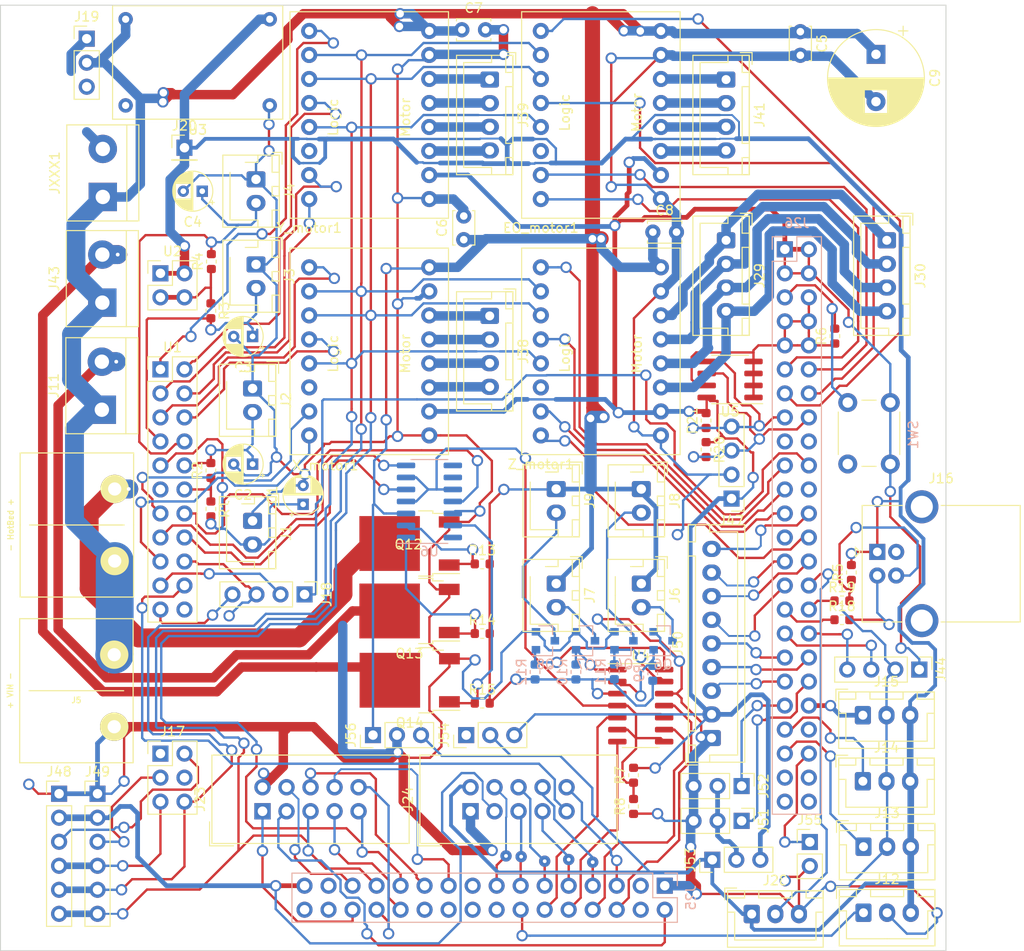
<source format=kicad_pcb>
(kicad_pcb (version 20171130) (host pcbnew "(5.1.2)-2")
  (layers (0 F.Cu signal) (31 B.Cu signal) (34 B.Paste user hide) (35 F.Paste user) (36 B.SilkS user hide) (37 F.SilkS user) (38 B.Mask user hide) (39 F.Mask user hide) (44 Edge.Cuts user))
  (net 0 "")
  (net 1 GND)
  (net 2 T0)
  (net 3 T1)
  (net 4 TB)
  (net 5 TC)
  (net 6 12V)
  (net 7 5V)
  (net 8 "Net-(J6-Pad2)")
  (net 9 "Net-(J7-Pad2)")
  (net 10 "Net-(J8-Pad2)")
  (net 11 "Net-(J9-Pad2)")
  (net 12 "Net-(J10-Pad2)")
  (net 13 "Net-(J11-Pad2)")
  (net 14 X_Dir)
  (net 15 X_Step)
  (net 16 X_En)
  (net 17 3V3)
  (net 18 MISO)
  (net 19 CLK)
  (net 20 SS2)
  (net 21 SS1)
  (net 22 Y-)
  (net 23 Heater1)
  (net 24 Heater0)
  (net 25 HotBed)
  (net 26 X-)
  (net 27 Y_En)
  (net 28 Y_Step)
  (net 29 Y_Dir)
  (net 30 EN1)
  (net 31 SDSS)
  (net 32 EN2)
  (net 33 MOSI)
  (net 34 SDDET)
  (net 35 Reset)
  (net 36 Abort)
  (net 37 Z_Dir)
  (net 38 Z_Step)
  (net 39 Z_En)
  (net 40 "Net-(J25-Pad29)")
  (net 41 "Net-(J25-Pad22)")
  (net 42 "Net-(J25-Pad20)")
  (net 43 "Net-(J25-Pad18)")
  (net 44 "Net-(J25-Pad17)")
  (net 45 "Net-(J25-Pad16)")
  (net 46 LCD6)
  (net 47 LCD7)
  (net 48 Fan0)
  (net 49 LCD4)
  (net 50 Fan1)
  (net 51 LCD5)
  (net 52 Fan2)
  (net 53 Fan3)
  (net 54 LCDRS)
  (net 55 LCDE)
  (net 56 ENC)
  (net 57 Beeper)
  (net 58 E0_Dir)
  (net 59 E0_Step)
  (net 60 E0_En)
  (net 61 PD11)
  (net 62 Z-)
  (net 63 Z+)
  (net 64 PWM1)
  (net 65 PWM2)
  (net 66 SDIO_D0)
  (net 67 SDIO_D1)
  (net 68 SDIO_DET)
  (net 69 TX)
  (net 70 RX)
  (net 71 USB_DP)
  (net 72 USB_DM)
  (net 73 SDIO_D2)
  (net 74 SDIO_D3)
  (net 75 SDIO_SCK)
  (net 76 SDIO_CMD)
  (net 77 SCL)
  (net 78 SDA)
  (net 79 "Net-(J43-Pad2)")
  (net 80 "Net-(J51-Pad2)")
  (net 81 "Net-(Q12-Pad1)")
  (net 82 "Net-(J16-Pad2)")
  (net 83 "Net-(J16-Pad3)")
  (net 84 X_CS)
  (net 85 Y_CS)
  (net 86 Z_CS)
  (net 87 E0_CS)
  (net 88 LIGHT_DIN)
  (net 89 KEYPAD_PIN)
  (net 90 "Net-(J26-Pad48)")
  (net 91 "Net-(J26-Pad47)")
  (net 92 "Net-(J26-Pad46)")
  (net 93 "Net-(J26-Pad45)")
  (net 94 "Net-(J26-Pad42)")
  (net 95 "Net-(J26-Pad25)")
  (net 96 "Net-(J26-Pad22)")
  (net 97 "Net-(J26-Pad18)")
  (net 98 "Net-(J26-Pad17)")
  (net 99 "Net-(J26-Pad5)")
  (net 100 "Net-(EO_motor1-Pad14)")
  (net 101 "Net-(EO_motor1-Pad13)")
  (net 102 "Net-(EO_motor1-Pad12)")
  (net 103 "Net-(EO_motor1-Pad11)")
  (net 104 "Net-(J29-Pad4)")
  (net 105 "Net-(J29-Pad3)")
  (net 106 "Net-(J29-Pad2)")
  (net 107 "Net-(J29-Pad1)")
  (net 108 "Net-(J38-Pad4)")
  (net 109 "Net-(J38-Pad3)")
  (net 110 "Net-(J38-Pad2)")
  (net 111 "Net-(J38-Pad1)")
  (net 112 "Net-(J39-Pad4)")
  (net 113 "Net-(J39-Pad3)")
  (net 114 "Net-(J39-Pad2)")
  (net 115 "Net-(J39-Pad1)")
  (net 116 "Net-(EO_motor1-Pad6)")
  (net 117 "Net-(X_motor1-Pad6)")
  (net 118 "Net-(Y_motor1-Pad6)")
  (net 119 "Net-(Z_motor1-Pad6)")
  (net 120 "Net-(J17-Pad4)")
  (net 121 "Net-(J17-Pad1)")
  (net 122 "Net-(U1-Pad22)")
  (net 123 PA6)
  (net 124 "Net-(J18-Pad3)")
  (net 125 PC4)
  (net 126 PD6)
  (net 127 "Net-(U1-Pad11)")
  (net 128 "Net-(Q4-Pad1)")
  (net 129 "Net-(Q6-Pad1)")
  (net 130 "Net-(Q7-Pad1)")
  (net 131 "Net-(Q8-Pad1)")
  (net 132 "Net-(Q13-Pad1)")
  (net 133 "Net-(Q14-Pad1)")
  (net 134 Vref)
  (module Connector_JST:JST_XH_B2B-XH-AM_1x02_P2.50mm_Vertical (layer F.Cu) (at 172.7792 119.1768 270)
    (fp_text reference J6 (at 1.25 -3.55 90) (layer F.SilkS))
    (fp_text value Fan3)
    (pad "" np_thru_hole circle (at -1.6 2 270) (size 1.2 1.2) (drill 1.2) (layers *.Cu *.Mask))
    (pad 2 thru_hole oval (at 2.5 0 270) (size 1.7 2) (drill 1) (layers *.Cu *.Mask) (net 8 "Net-(J6-Pad2)"))
    (pad 1 thru_hole roundrect (at 0 0 270) (size 1.7 2) (drill 1) (layers *.Cu *.Mask) (roundrect_rratio 0.147059) (net 6 12V))
  )
  (module Connector_JST:JST_XH_B2B-XH-AM_1x02_P2.50mm_Vertical (layer F.Cu) (at 163.7792 119.1768 270)
    (fp_text reference J7 (at 1.25 -3.55 90) (layer F.SilkS))
    (fp_text value Fan2)
    (pad "" np_thru_hole circle (at -1.6 2 270) (size 1.2 1.2) (drill 1.2) (layers *.Cu *.Mask))
    (pad 2 thru_hole oval (at 2.5 0 270) (size 1.7 2) (drill 1) (layers *.Cu *.Mask) (net 9 "Net-(J7-Pad2)"))
    (pad 1 thru_hole roundrect (at 0 0 270) (size 1.7 2) (drill 1) (layers *.Cu *.Mask) (roundrect_rratio 0.147059) (net 6 12V))
  )
  (module Connector_JST:JST_XH_B2B-XH-AM_1x02_P2.50mm_Vertical (layer F.Cu) (at 172.7792 109.1768 270)
    (fp_text reference J8 (at 1.25 -3.55 90) (layer F.SilkS))
    (fp_text value Fan1)
    (pad "" np_thru_hole circle (at -1.6 2 270) (size 1.2 1.2) (drill 1.2) (layers *.Cu *.Mask))
    (pad 2 thru_hole oval (at 2.5 0 270) (size 1.7 2) (drill 1) (layers *.Cu *.Mask) (net 10 "Net-(J8-Pad2)"))
    (pad 1 thru_hole roundrect (at 0 0 270) (size 1.7 2) (drill 1) (layers *.Cu *.Mask) (roundrect_rratio 0.147059) (net 6 12V))
  )
  (module Connector_JST:JST_XH_B2B-XH-AM_1x02_P2.50mm_Vertical (layer F.Cu) (at 163.7792 109.1768 270)
    (fp_text reference J9 (at 1.25 -3.55 90) (layer F.SilkS))
    (fp_text value Fan0)
    (pad "" np_thru_hole circle (at -1.6 2 270) (size 1.2 1.2) (drill 1.2) (layers *.Cu *.Mask))
    (pad 2 thru_hole oval (at 2.5 0 270) (size 1.7 2) (drill 1) (layers *.Cu *.Mask) (net 11 "Net-(J9-Pad2)"))
    (pad 1 thru_hole roundrect (at 0 0 270) (size 1.7 2) (drill 1) (layers *.Cu *.Mask) (roundrect_rratio 0.147059) (net 6 12V))
  )
  (module Connector_PinHeader_2.54mm:PinHeader_1x04_P2.54mm_Vertical (layer F.Cu) (at 202.184 128.27 270)
    (fp_text reference J44 (at 0 -2.33 90) (layer F.SilkS))
    (fp_text value COM)
    (pad 4 thru_hole oval (at 0 7.62 270) (size 1.7 1.7) (drill 1) (layers *.Cu *.Mask) (net 69 TX))
    (pad 3 thru_hole oval (at 0 5.08 270) (size 1.7 1.7) (drill 1) (layers *.Cu *.Mask) (net 70 RX))
    (pad 2 thru_hole oval (at 0 2.54 270) (size 1.7 1.7) (drill 1) (layers *.Cu *.Mask) (net 1 GND))
    (pad 1 thru_hole rect (at 0 0 270) (size 1.7 1.7) (drill 1) (layers *.Cu *.Mask) (net 17 3V3))
  )
  (module Connector_PinHeader_2.54mm:PinHeader_1x04_P2.54mm_Vertical (layer F.Cu) (at 182.3212 110.1852 180)
    (fp_text reference J47 (at 0 -2.33) (layer F.SilkS))
    (fp_text value I2C)
    (pad 4 thru_hole oval (at 0 7.62 180) (size 1.7 1.7) (drill 1) (layers *.Cu *.Mask) (net 78 SDA))
    (pad 3 thru_hole oval (at 0 5.08 180) (size 1.7 1.7) (drill 1) (layers *.Cu *.Mask) (net 77 SCL))
    (pad 2 thru_hole oval (at 0 2.54 180) (size 1.7 1.7) (drill 1) (layers *.Cu *.Mask) (net 1 GND))
    (pad 1 thru_hole rect (at 0 0 180) (size 1.7 1.7) (drill 1) (layers *.Cu *.Mask) (net 17 3V3))
  )
  (module Connector_PinHeader_2.54mm:PinHeader_1x06_P2.54mm_Vertical (layer F.Cu) (at 111.2012 141.4018)
    (fp_text reference J48 (at 0 -2.33) (layer F.SilkS))
    (fp_text value SPI)
    (pad 6 thru_hole oval (at 0 12.7) (size 1.7 1.7) (drill 1) (layers *.Cu *.Mask) (net 33 MOSI))
    (pad 5 thru_hole oval (at 0 10.16) (size 1.7 1.7) (drill 1) (layers *.Cu *.Mask) (net 18 MISO))
    (pad 4 thru_hole oval (at 0 7.62) (size 1.7 1.7) (drill 1) (layers *.Cu *.Mask) (net 19 CLK))
    (pad 3 thru_hole oval (at 0 5.08) (size 1.7 1.7) (drill 1) (layers *.Cu *.Mask) (net 21 SS1))
    (pad 2 thru_hole oval (at 0 2.54) (size 1.7 1.7) (drill 1) (layers *.Cu *.Mask) (net 17 3V3))
    (pad 1 thru_hole rect (at 0 0) (size 1.7 1.7) (drill 1) (layers *.Cu *.Mask) (net 1 GND))
  )
  (module Connector_PinHeader_2.54mm:PinHeader_1x06_P2.54mm_Vertical (layer F.Cu) (at 115.2652 141.4018)
    (fp_text reference J49 (at 0 -2.33) (layer F.SilkS))
    (fp_text value SPI)
    (pad 6 thru_hole oval (at 0 12.7) (size 1.7 1.7) (drill 1) (layers *.Cu *.Mask) (net 33 MOSI))
    (pad 5 thru_hole oval (at 0 10.16) (size 1.7 1.7) (drill 1) (layers *.Cu *.Mask) (net 18 MISO))
    (pad 4 thru_hole oval (at 0 7.62) (size 1.7 1.7) (drill 1) (layers *.Cu *.Mask) (net 19 CLK))
    (pad 3 thru_hole oval (at 0 5.08) (size 1.7 1.7) (drill 1) (layers *.Cu *.Mask) (net 20 SS2))
    (pad 2 thru_hole oval (at 0 2.54) (size 1.7 1.7) (drill 1) (layers *.Cu *.Mask) (net 17 3V3))
    (pad 1 thru_hole rect (at 0 0) (size 1.7 1.7) (drill 1) (layers *.Cu *.Mask) (net 1 GND))
  )
  (module Connector_PinHeader_2.54mm:PinHeader_1x03_P2.54mm_Vertical (layer F.Cu) (at 183.388 144.272 270)
    (fp_text reference J51 (at 0 -2.33 90) (layer F.SilkS))
    (fp_text value Servo)
    (pad 3 thru_hole oval (at 0 5.08 270) (size 1.7 1.7) (drill 1) (layers *.Cu *.Mask) (net 1 GND))
    (pad 2 thru_hole oval (at 0 2.54 270) (size 1.7 1.7) (drill 1) (layers *.Cu *.Mask) (net 80 "Net-(J51-Pad2)"))
    (pad 1 thru_hole rect (at 0 0 270) (size 1.7 1.7) (drill 1) (layers *.Cu *.Mask) (net 65 PWM2))
  )
  (module Connector_PinHeader_2.54mm:PinHeader_1x03_P2.54mm_Vertical (layer F.Cu) (at 183.388 140.589 270)
    (fp_text reference J52 (at 0 -2.33 90) (layer F.SilkS))
    (fp_text value Servo)
    (pad 3 thru_hole oval (at 0 5.08 270) (size 1.7 1.7) (drill 1) (layers *.Cu *.Mask) (net 1 GND))
    (pad 2 thru_hole oval (at 0 2.54 270) (size 1.7 1.7) (drill 1) (layers *.Cu *.Mask) (net 80 "Net-(J51-Pad2)"))
    (pad 1 thru_hole rect (at 0 0 270) (size 1.7 1.7) (drill 1) (layers *.Cu *.Mask) (net 64 PWM1))
  )
  (module Connector_PinHeader_2.54mm:PinHeader_1x02_P2.54mm_Vertical (layer F.Cu) (at 190.6016 146.5072)
    (fp_text reference J55 (at 0 -2.33) (layer F.SilkS))
    (fp_text value PD11)
    (pad 2 thru_hole oval (at 0 2.54) (size 1.7 1.7) (drill 1) (layers *.Cu *.Mask) (net 1 GND))
    (pad 1 thru_hole rect (at 0 0) (size 1.7 1.7) (drill 1) (layers *.Cu *.Mask) (net 61 PD11))
  )
  (module Package_TO_SOT_SMD:SOT-23 (layer B.Cu) (at 175.0822 125.222)
    (fp_text reference Q6 (at 0 2.5) (layer B.SilkS) (effects (justify mirror)))
    (fp_text value IRLML0030TRPBF)
    (pad 3 smd rect (at 1 0) (size 0.9 0.8) (layers B.Cu B.Paste B.Mask) (net 8 "Net-(J6-Pad2)"))
    (pad 2 smd rect (at -1 -0.95) (size 0.9 0.8) (layers B.Cu B.Paste B.Mask) (net 1 GND))
    (pad 1 smd rect (at -1 0.95) (size 0.9 0.8) (layers B.Cu B.Paste B.Mask) (net 129 "Net-(Q6-Pad1)"))
  )
  (module Package_TO_SOT_SMD:SOT-23 (layer B.Cu) (at 166.878 125.222)
    (fp_text reference Q7 (at 0 2.5) (layer B.SilkS) (effects (justify mirror)))
    (fp_text value IRLML0030TRPBF)
    (pad 3 smd rect (at 1 0) (size 0.9 0.8) (layers B.Cu B.Paste B.Mask) (net 9 "Net-(J7-Pad2)"))
    (pad 2 smd rect (at -1 -0.95) (size 0.9 0.8) (layers B.Cu B.Paste B.Mask) (net 1 GND))
    (pad 1 smd rect (at -1 0.95) (size 0.9 0.8) (layers B.Cu B.Paste B.Mask) (net 130 "Net-(Q7-Pad1)"))
  )
  (module Package_TO_SOT_SMD:SOT-23 (layer B.Cu) (at 162.6362 125.222)
    (fp_text reference Q8 (at 0 2.5) (layer B.SilkS) (effects (justify mirror)))
    (fp_text value IRLML0030TRPBF)
    (pad 3 smd rect (at 1 0) (size 0.9 0.8) (layers B.Cu B.Paste B.Mask) (net 11 "Net-(J9-Pad2)"))
    (pad 2 smd rect (at -1 -0.95) (size 0.9 0.8) (layers B.Cu B.Paste B.Mask) (net 1 GND))
    (pad 1 smd rect (at -1 0.95) (size 0.9 0.8) (layers B.Cu B.Paste B.Mask) (net 131 "Net-(Q8-Pad1)"))
  )
  (module Package_TO_SOT_SMD:TO-252-2 (layer F.Cu) (at 148.2598 114.935 180)
    (fp_text reference Q12 (at 0.1016 -0.1016) (layer F.SilkS))
    (fp_text value IRLR8726PBF)
    (pad 2 smd rect (at 2.1 0 180) (size 6.4 5.8) (layers F.Cu F.Mask) (net 12 "Net-(J10-Pad2)"))
    (pad 3 smd rect (at -4.2 2.28 180) (size 2.2 1.2) (layers F.Cu F.Paste F.Mask) (net 1 GND))
    (pad 1 smd rect (at -4.2 -2.28 180) (size 2.2 1.2) (layers F.Cu F.Paste F.Mask) (net 81 "Net-(Q12-Pad1)"))
  )
  (module Package_TO_SOT_SMD:TO-252-2 (layer F.Cu) (at 148.2598 122.0724 180)
    (fp_text reference Q13 (at 0 -4.5) (layer F.SilkS))
    (fp_text value IRLR8726PBF)
    (pad 2 smd rect (at 2.1 0 180) (size 6.4 5.8) (layers F.Cu F.Mask) (net 13 "Net-(J11-Pad2)"))
    (pad 3 smd rect (at -4.2 2.28 180) (size 2.2 1.2) (layers F.Cu F.Paste F.Mask) (net 1 GND))
    (pad 1 smd rect (at -4.2 -2.28 180) (size 2.2 1.2) (layers F.Cu F.Paste F.Mask) (net 132 "Net-(Q13-Pad1)"))
  )
  (module Package_SO:SOIC-8_3.9x4.9mm_P1.27mm (layer F.Cu) (at 182.1688 97.5868 180)
    (fp_text reference U5 (at 0 -3.4) (layer F.SilkS))
    (fp_text value AT24CS01-SSHM)
    (pad 8 smd roundrect (at 2.475 -1.905 180) (size 1.95 0.6) (layers F.Cu F.Paste F.Mask) (net 17 3V3))
    (pad 7 smd roundrect (at 2.475 -0.635 180) (size 1.95 0.6) (layers F.Cu F.Paste F.Mask) (net 1 GND))
    (pad 6 smd roundrect (at 2.475 0.635 180) (size 1.95 0.6) (layers F.Cu F.Paste F.Mask) (net 77 SCL))
    (pad 5 smd roundrect (at 2.475 1.905 180) (size 1.95 0.6) (layers F.Cu F.Paste F.Mask) (net 78 SDA))
    (pad 4 smd roundrect (at -2.475 1.905 180) (size 1.95 0.6) (layers F.Cu F.Paste F.Mask) (net 1 GND))
    (pad 3 smd roundrect (at -2.475 0.635 180) (size 1.95 0.6) (layers F.Cu F.Paste F.Mask) (net 1 GND))
    (pad 2 smd roundrect (at -2.475 -0.635 180) (size 1.95 0.6) (layers F.Cu F.Paste F.Mask) (net 1 GND))
    (pad 1 smd roundrect (at -2.475 -1.905 180) (size 1.95 0.6) (layers F.Cu F.Paste F.Mask) (net 1 GND))
  )
  (module Connector_JST:JST_XH_B2B-XH-AM_1x02_P2.50mm_Vertical (layer F.Cu) (at 131.6642 112.5402 270)
    (fp_text reference J1 (at 1.25 -3.55 90) (layer F.SilkS))
    (fp_text value T0)
    (pad "" np_thru_hole circle (at -1.6 2 270) (size 1.2 1.2) (drill 1.2) (layers *.Cu *.Mask))
    (pad 2 thru_hole oval (at 2.5 0 270) (size 1.7 2) (drill 1) (layers *.Cu *.Mask) (net 2 T0))
    (pad 1 thru_hole roundrect (at 0 0 270) (size 1.7 2) (drill 1) (layers *.Cu *.Mask) (roundrect_rratio 0.147059) (net 1 GND))
  )
  (module Connector_JST:JST_XH_B2B-XH-AM_1x02_P2.50mm_Vertical (layer F.Cu) (at 131.6642 98.5402 270)
    (fp_text reference J2 (at 1.25 -3.55 90) (layer F.SilkS))
    (fp_text value T1)
    (pad "" np_thru_hole circle (at -1.6 2 270) (size 1.2 1.2) (drill 1.2) (layers *.Cu *.Mask))
    (pad 2 thru_hole oval (at 2.5 0 270) (size 1.7 2) (drill 1) (layers *.Cu *.Mask) (net 3 T1))
    (pad 1 thru_hole roundrect (at 0 0 270) (size 1.7 2) (drill 1) (layers *.Cu *.Mask) (roundrect_rratio 0.147059) (net 1 GND))
  )
  (module Connector_JST:JST_XH_B2B-XH-AM_1x02_P2.50mm_Vertical (layer F.Cu) (at 132.0292 85.4202 270)
    (fp_text reference J3 (at 1.25 -3.55 90) (layer F.SilkS))
    (fp_text value TB)
    (pad "" np_thru_hole circle (at -1.6 2 270) (size 1.2 1.2) (drill 1.2) (layers *.Cu *.Mask))
    (pad 2 thru_hole oval (at 2.5 0 270) (size 1.7 2) (drill 1) (layers *.Cu *.Mask) (net 4 TB))
    (pad 1 thru_hole roundrect (at 0 0 270) (size 1.7 2) (drill 1) (layers *.Cu *.Mask) (roundrect_rratio 0.147059) (net 1 GND))
  )
  (module Connector_JST:JST_XH_B2B-XH-AM_1x02_P2.50mm_Vertical (layer F.Cu) (at 132.0292 76.4202 270)
    (fp_text reference J4 (at 1.25 -3.55 90) (layer F.SilkS))
    (fp_text value TC)
    (pad "" np_thru_hole circle (at -1.6 2 270) (size 1.2 1.2) (drill 1.2) (layers *.Cu *.Mask))
    (pad 2 thru_hole oval (at 2.5 0 270) (size 1.7 2) (drill 1) (layers *.Cu *.Mask) (net 5 TC))
    (pad 1 thru_hole roundrect (at 0 0 270) (size 1.7 2) (drill 1) (layers *.Cu *.Mask) (roundrect_rratio 0.147059) (net 1 GND))
  )
  (module Connector_PinSocket_2.54mm:PinSocket_2x16_P2.54mm_Vertical (layer B.Cu) (at 175.26 151.13 90)
    (fp_text reference J25 (at -1.27 2.77 90) (layer B.SilkS) (effects (justify mirror)))
    (fp_text value Bottom)
    (pad 32 thru_hole oval (at -2.54 -38.1 90) (size 1.7 1.7) (drill 1) (layers *.Cu *.Mask) (net 1 GND))
    (pad 31 thru_hole oval (at 0 -38.1 90) (size 1.7 1.7) (drill 1) (layers *.Cu *.Mask) (net 17 3V3))
    (pad 30 thru_hole oval (at -2.54 -35.56 90) (size 1.7 1.7) (drill 1) (layers *.Cu *.Mask) (net 1 GND))
    (pad 29 thru_hole oval (at 0 -35.56 90) (size 1.7 1.7) (drill 1) (layers *.Cu *.Mask) (net 40 "Net-(J25-Pad29)"))
    (pad 28 thru_hole oval (at -2.54 -33.02 90) (size 1.7 1.7) (drill 1) (layers *.Cu *.Mask) (net 36 Abort))
    (pad 27 thru_hole oval (at 0 -33.02 90) (size 1.7 1.7) (drill 1) (layers *.Cu *.Mask) (net 34 SDDET))
    (pad 26 thru_hole oval (at -2.54 -30.48 90) (size 1.7 1.7) (drill 1) (layers *.Cu *.Mask) (net 18 MISO))
    (pad 25 thru_hole oval (at 0 -30.48 90) (size 1.7 1.7) (drill 1) (layers *.Cu *.Mask) (net 33 MOSI))
    (pad 24 thru_hole oval (at -2.54 -27.94 90) (size 1.7 1.7) (drill 1) (layers *.Cu *.Mask) (net 31 SDSS))
    (pad 23 thru_hole oval (at 0 -27.94 90) (size 1.7 1.7) (drill 1) (layers *.Cu *.Mask) (net 19 CLK))
    (pad 22 thru_hole oval (at -2.54 -25.4 90) (size 1.7 1.7) (drill 1) (layers *.Cu *.Mask) (net 41 "Net-(J25-Pad22)"))
    (pad 21 thru_hole oval (at 0 -25.4 90) (size 1.7 1.7) (drill 1) (layers *.Cu *.Mask) (net 32 EN2))
    (pad 20 thru_hole oval (at -2.54 -22.86 90) (size 1.7 1.7) (drill 1) (layers *.Cu *.Mask) (net 42 "Net-(J25-Pad20)"))
    (pad 19 thru_hole oval (at 0 -22.86 90) (size 1.7 1.7) (drill 1) (layers *.Cu *.Mask) (net 30 EN1))
    (pad 18 thru_hole oval (at -2.54 -20.32 90) (size 1.7 1.7) (drill 1) (layers *.Cu *.Mask) (net 43 "Net-(J25-Pad18)"))
    (pad 17 thru_hole oval (at 0 -20.32 90) (size 1.7 1.7) (drill 1) (layers *.Cu *.Mask) (net 44 "Net-(J25-Pad17)"))
    (pad 16 thru_hole oval (at -2.54 -17.78 90) (size 1.7 1.7) (drill 1) (layers *.Cu *.Mask) (net 45 "Net-(J25-Pad16)"))
    (pad 15 thru_hole oval (at 0 -17.78 90) (size 1.7 1.7) (drill 1) (layers *.Cu *.Mask) (net 49 LCD4))
    (pad 14 thru_hole oval (at -2.54 -15.24 90) (size 1.7 1.7) (drill 1) (layers *.Cu *.Mask) (net 26 X-))
    (pad 13 thru_hole oval (at 0 -15.24 90) (size 1.7 1.7) (drill 1) (layers *.Cu *.Mask) (net 54 LCDRS))
    (pad 12 thru_hole oval (at -2.54 -12.7 90) (size 1.7 1.7) (drill 1) (layers *.Cu *.Mask) (net 53 Fan3))
    (pad 11 thru_hole oval (at 0 -12.7 90) (size 1.7 1.7) (drill 1) (layers *.Cu *.Mask) (net 51 LCD5))
    (pad 10 thru_hole oval (at -2.54 -10.16 90) (size 1.7 1.7) (drill 1) (layers *.Cu *.Mask) (net 52 Fan2))
    (pad 9 thru_hole oval (at 0 -10.16 90) (size 1.7 1.7) (drill 1) (layers *.Cu *.Mask) (net 55 LCDE))
    (pad 8 thru_hole oval (at -2.54 -7.62 90) (size 1.7 1.7) (drill 1) (layers *.Cu *.Mask) (net 48 Fan0))
    (pad 7 thru_hole oval (at 0 -7.62 90) (size 1.7 1.7) (drill 1) (layers *.Cu *.Mask) (net 46 LCD6))
    (pad 6 thru_hole oval (at -2.54 -5.08 90) (size 1.7 1.7) (drill 1) (layers *.Cu *.Mask) (net 50 Fan1))
    (pad 5 thru_hole oval (at 0 -5.08 90) (size 1.7 1.7) (drill 1) (layers *.Cu *.Mask) (net 47 LCD7))
    (pad 4 thru_hole oval (at -2.54 -2.54 90) (size 1.7 1.7) (drill 1) (layers *.Cu *.Mask) (net 56 ENC))
    (pad 3 thru_hole oval (at 0 -2.54 90) (size 1.7 1.7) (drill 1) (layers *.Cu *.Mask) (net 57 Beeper))
    (pad 2 thru_hole oval (at -2.54 0 90) (size 1.7 1.7) (drill 1) (layers *.Cu *.Mask) (net 35 Reset))
    (pad 1 thru_hole rect (at 0 0 90) (size 1.7 1.7) (drill 1) (layers *.Cu *.Mask) (net 1 GND))
  )
  (module Connector_PinSocket_2.54mm:PinSocket_2x24_P2.54mm_Vertical (layer B.Cu) (at 187.96 83.82 180)
    (fp_text reference J26 (at -1.27 2.77) (layer B.SilkS) (effects (justify mirror)))
    (fp_text value Right)
    (pad 48 thru_hole oval (at -2.54 -58.42 180) (size 1.7 1.7) (drill 1) (layers *.Cu *.Mask) (net 90 "Net-(J26-Pad48)"))
    (pad 47 thru_hole oval (at 0 -58.42 180) (size 1.7 1.7) (drill 1) (layers *.Cu *.Mask) (net 91 "Net-(J26-Pad47)"))
    (pad 46 thru_hole oval (at -2.54 -55.88 180) (size 1.7 1.7) (drill 1) (layers *.Cu *.Mask) (net 92 "Net-(J26-Pad46)"))
    (pad 45 thru_hole oval (at 0 -55.88 180) (size 1.7 1.7) (drill 1) (layers *.Cu *.Mask) (net 93 "Net-(J26-Pad45)"))
    (pad 44 thru_hole oval (at -2.54 -53.34 180) (size 1.7 1.7) (drill 1) (layers *.Cu *.Mask) (net 61 PD11))
    (pad 43 thru_hole oval (at 0 -53.34 180) (size 1.7 1.7) (drill 1) (layers *.Cu *.Mask) (net 22 Y-))
    (pad 42 thru_hole oval (at -2.54 -50.8 180) (size 1.7 1.7) (drill 1) (layers *.Cu *.Mask) (net 94 "Net-(J26-Pad42)"))
    (pad 41 thru_hole oval (at 0 -50.8 180) (size 1.7 1.7) (drill 1) (layers *.Cu *.Mask) (net 62 Z-))
    (pad 40 thru_hole oval (at -2.54 -48.26 180) (size 1.7 1.7) (drill 1) (layers *.Cu *.Mask) (net 63 Z+))
    (pad 39 thru_hole oval (at 0 -48.26 180) (size 1.7 1.7) (drill 1) (layers *.Cu *.Mask) (net 64 PWM1))
    (pad 38 thru_hole oval (at -2.54 -45.72 180) (size 1.7 1.7) (drill 1) (layers *.Cu *.Mask) (net 65 PWM2))
    (pad 37 thru_hole oval (at 0 -45.72 180) (size 1.7 1.7) (drill 1) (layers *.Cu *.Mask) (net 66 SDIO_D0))
    (pad 36 thru_hole oval (at -2.54 -43.18 180) (size 1.7 1.7) (drill 1) (layers *.Cu *.Mask) (net 67 SDIO_D1))
    (pad 35 thru_hole oval (at 0 -43.18 180) (size 1.7 1.7) (drill 1) (layers *.Cu *.Mask) (net 68 SDIO_DET))
    (pad 34 thru_hole oval (at -2.54 -40.64 180) (size 1.7 1.7) (drill 1) (layers *.Cu *.Mask) (net 69 TX))
    (pad 33 thru_hole oval (at 0 -40.64 180) (size 1.7 1.7) (drill 1) (layers *.Cu *.Mask) (net 70 RX))
    (pad 32 thru_hole oval (at -2.54 -38.1 180) (size 1.7 1.7) (drill 1) (layers *.Cu *.Mask) (net 71 USB_DP))
    (pad 31 thru_hole oval (at 0 -38.1 180) (size 1.7 1.7) (drill 1) (layers *.Cu *.Mask) (net 72 USB_DM))
    (pad 30 thru_hole oval (at -2.54 -35.56 180) (size 1.7 1.7) (drill 1) (layers *.Cu *.Mask) (net 88 LIGHT_DIN))
    (pad 29 thru_hole oval (at 0 -35.56 180) (size 1.7 1.7) (drill 1) (layers *.Cu *.Mask) (net 73 SDIO_D2))
    (pad 28 thru_hole oval (at -2.54 -33.02 180) (size 1.7 1.7) (drill 1) (layers *.Cu *.Mask) (net 74 SDIO_D3))
    (pad 27 thru_hole oval (at 0 -33.02 180) (size 1.7 1.7) (drill 1) (layers *.Cu *.Mask) (net 75 SDIO_SCK))
    (pad 26 thru_hole oval (at -2.54 -30.48 180) (size 1.7 1.7) (drill 1) (layers *.Cu *.Mask) (net 37 Z_Dir))
    (pad 25 thru_hole oval (at 0 -30.48 180) (size 1.7 1.7) (drill 1) (layers *.Cu *.Mask) (net 95 "Net-(J26-Pad25)"))
    (pad 24 thru_hole oval (at -2.54 -27.94 180) (size 1.7 1.7) (drill 1) (layers *.Cu *.Mask) (net 76 SDIO_CMD))
    (pad 23 thru_hole oval (at 0 -27.94 180) (size 1.7 1.7) (drill 1) (layers *.Cu *.Mask) (net 38 Z_Step))
    (pad 22 thru_hole oval (at -2.54 -25.4 180) (size 1.7 1.7) (drill 1) (layers *.Cu *.Mask) (net 96 "Net-(J26-Pad22)"))
    (pad 21 thru_hole oval (at 0 -25.4 180) (size 1.7 1.7) (drill 1) (layers *.Cu *.Mask) (net 86 Z_CS))
    (pad 20 thru_hole oval (at -2.54 -22.86 180) (size 1.7 1.7) (drill 1) (layers *.Cu *.Mask) (net 126 PD6))
    (pad 19 thru_hole oval (at 0 -22.86 180) (size 1.7 1.7) (drill 1) (layers *.Cu *.Mask) (net 39 Z_En))
    (pad 18 thru_hole oval (at -2.54 -20.32 180) (size 1.7 1.7) (drill 1) (layers *.Cu *.Mask) (net 97 "Net-(J26-Pad18)"))
    (pad 17 thru_hole oval (at 0 -20.32 180) (size 1.7 1.7) (drill 1) (layers *.Cu *.Mask) (net 98 "Net-(J26-Pad17)"))
    (pad 16 thru_hole oval (at -2.54 -17.78 180) (size 1.7 1.7) (drill 1) (layers *.Cu *.Mask) (net 77 SCL))
    (pad 15 thru_hole oval (at 0 -17.78 180) (size 1.7 1.7) (drill 1) (layers *.Cu *.Mask) (net 78 SDA))
    (pad 14 thru_hole oval (at -2.54 -15.24 180) (size 1.7 1.7) (drill 1) (layers *.Cu *.Mask) (net 87 E0_CS))
    (pad 13 thru_hole oval (at 0 -15.24 180) (size 1.7 1.7) (drill 1) (layers *.Cu *.Mask) (net 60 E0_En))
    (pad 12 thru_hole oval (at -2.54 -12.7 180) (size 1.7 1.7) (drill 1) (layers *.Cu *.Mask) (net 59 E0_Step))
    (pad 11 thru_hole oval (at 0 -12.7 180) (size 1.7 1.7) (drill 1) (layers *.Cu *.Mask) (net 58 E0_Dir))
    (pad 10 thru_hole oval (at -2.54 -10.16 180) (size 1.7 1.7) (drill 1) (layers *.Cu *.Mask) (net 1 GND))
    (pad 9 thru_hole oval (at 0 -10.16 180) (size 1.7 1.7) (drill 1) (layers *.Cu *.Mask) (net 1 GND))
    (pad 8 thru_hole oval (at -2.54 -7.62 180) (size 1.7 1.7) (drill 1) (layers *.Cu *.Mask) (net 1 GND))
    (pad 7 thru_hole oval (at 0 -7.62 180) (size 1.7 1.7) (drill 1) (layers *.Cu *.Mask) (net 1 GND))
    (pad 6 thru_hole oval (at -2.54 -5.08 180) (size 1.7 1.7) (drill 1) (layers *.Cu *.Mask) (net 1 GND))
    (pad 5 thru_hole oval (at 0 -5.08 180) (size 1.7 1.7) (drill 1) (layers *.Cu *.Mask) (net 99 "Net-(J26-Pad5)"))
    (pad 4 thru_hole oval (at -2.54 -2.54 180) (size 1.7 1.7) (drill 1) (layers *.Cu *.Mask) (net 17 3V3))
    (pad 3 thru_hole oval (at 0 -2.54 180) (size 1.7 1.7) (drill 1) (layers *.Cu *.Mask) (net 17 3V3))
    (pad 2 thru_hole oval (at -2.54 0 180) (size 1.7 1.7) (drill 1) (layers *.Cu *.Mask) (net 17 3V3))
    (pad 1 thru_hole rect (at 0 0 180) (size 1.7 1.7) (drill 1) (layers *.Cu *.Mask) (net 17 3V3))
  )
  (module Connector_JST:JST_XH_B4B-XH-A_1x04_P2.50mm_Vertical (layer F.Cu) (at 198.745 82.8652 270)
    (fp_text reference J30 (at 3.75 -3.55 90) (layer F.SilkS))
    (fp_text value Z)
    (pad 4 thru_hole oval (at 7.5 0 270) (size 1.7 1.95) (drill 0.95) (layers *.Cu *.Mask) (net 104 "Net-(J29-Pad4)"))
    (pad 3 thru_hole oval (at 5 0 270) (size 1.7 1.95) (drill 0.95) (layers *.Cu *.Mask) (net 105 "Net-(J29-Pad3)"))
    (pad 2 thru_hole oval (at 2.5 0 270) (size 1.7 1.95) (drill 0.95) (layers *.Cu *.Mask) (net 106 "Net-(J29-Pad2)"))
    (pad 1 thru_hole roundrect (at 0 0 270) (size 1.7 1.95) (drill 0.95) (layers *.Cu *.Mask) (roundrect_rratio 0.147059) (net 107 "Net-(J29-Pad1)"))
  )
  (module Resistor_SMD:R_0603_1608Metric (layer F.Cu) (at 127.254 111.2775 270)
    (fp_text reference R1 (at 0 -1.43 90) (layer F.SilkS))
    (fp_text value 4K7)
    (pad 2 smd roundrect (at 0.7875 0 270) (size 0.875 0.95) (layers F.Cu F.Paste F.Mask) (net 2 T0))
    (pad 1 smd roundrect (at -0.7875 0 270) (size 0.875 0.95) (layers F.Cu F.Paste F.Mask) (net 17 3V3))
  )
  (module Resistor_SMD:R_0603_1608Metric (layer F.Cu) (at 127.254 107.2133 90)
    (fp_text reference R2 (at 0 -1.43 90) (layer F.SilkS))
    (fp_text value 4K7)
    (pad 2 smd roundrect (at 0.7875 0 90) (size 0.875 0.95) (layers F.Cu F.Paste F.Mask) (net 3 T1))
    (pad 1 smd roundrect (at -0.7875 0 90) (size 0.875 0.95) (layers F.Cu F.Paste F.Mask) (net 17 3V3))
  )
  (module Resistor_SMD:R_0603_1608Metric (layer F.Cu) (at 127.254 90.3224 270)
    (fp_text reference R3 (at 0 -1.43 90) (layer F.SilkS))
    (fp_text value 4K7)
    (pad 2 smd roundrect (at 0.7875 0 270) (size 0.875 0.95) (layers F.Cu F.Paste F.Mask) (net 4 TB))
    (pad 1 smd roundrect (at -0.7875 0 270) (size 0.875 0.95) (layers F.Cu F.Paste F.Mask) (net 17 3V3))
  )
  (module Resistor_SMD:R_0603_1608Metric (layer F.Cu) (at 127.3048 85.1153 90)
    (fp_text reference R4 (at 0 -1.43 90) (layer F.SilkS))
    (fp_text value 4K7)
    (pad 2 smd roundrect (at 0.7875 0 90) (size 0.875 0.95) (layers F.Cu F.Paste F.Mask) (net 5 TC))
    (pad 1 smd roundrect (at -0.7875 0 90) (size 0.875 0.95) (layers F.Cu F.Paste F.Mask) (net 17 3V3))
  )
  (module Resistor_SMD:R_0603_1608Metric (layer F.Cu) (at 195 118 90)
    (fp_text reference R5 (at 0 -1.43 90) (layer F.SilkS))
    (fp_text value 1,5k)
    (pad 2 smd roundrect (at 0.7875 0 90) (size 0.875 0.95) (layers F.Cu F.Paste F.Mask) (net 7 5V))
    (pad 1 smd roundrect (at -0.7875 0 90) (size 0.875 0.95) (layers F.Cu F.Paste F.Mask) (net 83 "Net-(J16-Pad3)"))
  )
  (module Resistor_SMD:R_0603_1608Metric (layer F.Cu) (at 179.6288 105.0036 270)
    (fp_text reference R20 (at 0 -1.43 90) (layer F.SilkS))
    (fp_text value 4K7)
    (pad 2 smd roundrect (at 0.7875 0 270) (size 0.875 0.95) (layers F.Cu F.Paste F.Mask) (net 77 SCL))
    (pad 1 smd roundrect (at -0.7875 0 270) (size 0.875 0.95) (layers F.Cu F.Paste F.Mask) (net 17 3V3))
  )
  (module Resistor_SMD:R_0603_1608Metric (layer F.Cu) (at 179.6288 101.9301 90)
    (fp_text reference R21 (at 0 -1.43 90) (layer F.SilkS))
    (fp_text value 4K7)
    (pad 2 smd roundrect (at 0.7875 0 90) (size 0.875 0.95) (layers F.Cu F.Paste F.Mask) (net 17 3V3))
    (pad 1 smd roundrect (at -0.7875 0 90) (size 0.875 0.95) (layers F.Cu F.Paste F.Mask) (net 78 SDA))
  )
  (module Connector_JST:JST_XH_B3B-XH-A_1x03_P2.50mm_Vertical (layer F.Cu) (at 196.215 140.081)
    (fp_text reference J14 (at 2.5 -3.55) (layer F.SilkS))
    (fp_text value Z-)
    (pad 3 thru_hole oval (at 5 0) (size 1.7 1.95) (drill 0.95) (layers *.Cu *.Mask) (net 7 5V))
    (pad 2 thru_hole oval (at 2.5 0) (size 1.7 1.95) (drill 0.95) (layers *.Cu *.Mask) (net 1 GND))
    (pad 1 thru_hole roundrect (at 0 0) (size 1.7 1.95) (drill 0.95) (layers *.Cu *.Mask) (roundrect_rratio 0.147059) (net 62 Z-))
  )
  (module Connector_JST:JST_XH_B4B-XH-A_1x04_P2.50mm_Vertical (layer F.Cu) (at 181.745 65.8652 270)
    (fp_text reference J41 (at 3.75 -3.55 90) (layer F.SilkS))
    (fp_text value E0)
    (pad 4 thru_hole oval (at 7.5 0 270) (size 1.7 1.95) (drill 0.95) (layers *.Cu *.Mask) (net 103 "Net-(EO_motor1-Pad11)"))
    (pad 3 thru_hole oval (at 5 0 270) (size 1.7 1.95) (drill 0.95) (layers *.Cu *.Mask) (net 102 "Net-(EO_motor1-Pad12)"))
    (pad 2 thru_hole oval (at 2.5 0 270) (size 1.7 1.95) (drill 0.95) (layers *.Cu *.Mask) (net 101 "Net-(EO_motor1-Pad13)"))
    (pad 1 thru_hole roundrect (at 0 0 270) (size 1.7 1.95) (drill 0.95) (layers *.Cu *.Mask) (roundrect_rratio 0.147059) (net 100 "Net-(EO_motor1-Pad14)"))
  )
  (module Connector_JST:JST_XH_B3B-XH-A_1x03_P2.50mm_Vertical (layer F.Cu) (at 196.2785 147.0025)
    (fp_text reference J13 (at 2.5 -3.55) (layer F.SilkS))
    (fp_text value Y-)
    (pad 3 thru_hole oval (at 5 0) (size 1.7 1.95) (drill 0.95) (layers *.Cu *.Mask) (net 7 5V))
    (pad 2 thru_hole oval (at 2.5 0) (size 1.7 1.95) (drill 0.95) (layers *.Cu *.Mask) (net 1 GND))
    (pad 1 thru_hole roundrect (at 0 0) (size 1.7 1.95) (drill 0.95) (layers *.Cu *.Mask) (roundrect_rratio 0.147059) (net 22 Y-))
  )
  (module Connector_JST:JST_XH_B3B-XH-A_1x03_P2.50mm_Vertical (layer F.Cu) (at 196.2785 153.9875)
    (fp_text reference J12 (at 2.5 -3.55) (layer F.SilkS))
    (fp_text value X-)
    (pad 3 thru_hole oval (at 5 0) (size 1.7 1.95) (drill 0.95) (layers *.Cu *.Mask) (net 7 5V))
    (pad 2 thru_hole oval (at 2.5 0) (size 1.7 1.95) (drill 0.95) (layers *.Cu *.Mask) (net 1 GND))
    (pad 1 thru_hole roundrect (at 0 0) (size 1.7 1.95) (drill 0.95) (layers *.Cu *.Mask) (roundrect_rratio 0.147059) (net 26 X-))
  )
  (module Connector_JST:JST_XH_B3B-XH-A_1x03_P2.50mm_Vertical (layer F.Cu) (at 196.215 133.096)
    (fp_text reference J15 (at 2.5 -3.55) (layer F.SilkS))
    (fp_text value Z+)
    (pad 3 thru_hole oval (at 5 0) (size 1.7 1.95) (drill 0.95) (layers *.Cu *.Mask) (net 7 5V))
    (pad 2 thru_hole oval (at 2.5 0) (size 1.7 1.95) (drill 0.95) (layers *.Cu *.Mask) (net 1 GND))
    (pad 1 thru_hole roundrect (at 0 0) (size 1.7 1.95) (drill 0.95) (layers *.Cu *.Mask) (roundrect_rratio 0.147059) (net 63 Z+))
  )
  (module Connector_JST:JST_XH_B4B-XH-A_1x04_P2.50mm_Vertical (layer F.Cu) (at 156.745 90.8652 270)
    (fp_text reference J38 (at 3.75 -3.55 90) (layer F.SilkS))
    (fp_text value X)
    (pad 4 thru_hole oval (at 7.5 0 270) (size 1.7 1.95) (drill 0.95) (layers *.Cu *.Mask) (net 108 "Net-(J38-Pad4)"))
    (pad 3 thru_hole oval (at 5 0 270) (size 1.7 1.95) (drill 0.95) (layers *.Cu *.Mask) (net 109 "Net-(J38-Pad3)"))
    (pad 2 thru_hole oval (at 2.5 0 270) (size 1.7 1.95) (drill 0.95) (layers *.Cu *.Mask) (net 110 "Net-(J38-Pad2)"))
    (pad 1 thru_hole roundrect (at 0 0 270) (size 1.7 1.95) (drill 0.95) (layers *.Cu *.Mask) (roundrect_rratio 0.147059) (net 111 "Net-(J38-Pad1)"))
  )
  (module Connector_JST:JST_XH_B4B-XH-A_1x04_P2.50mm_Vertical (layer F.Cu) (at 156.745 65.8652 270)
    (fp_text reference J39 (at 3.75 -3.55 90) (layer F.SilkS))
    (fp_text value Y)
    (pad 4 thru_hole oval (at 7.5 0 270) (size 1.7 1.95) (drill 0.95) (layers *.Cu *.Mask) (net 112 "Net-(J39-Pad4)"))
    (pad 3 thru_hole oval (at 5 0 270) (size 1.7 1.95) (drill 0.95) (layers *.Cu *.Mask) (net 113 "Net-(J39-Pad3)"))
    (pad 2 thru_hole oval (at 2.5 0 270) (size 1.7 1.95) (drill 0.95) (layers *.Cu *.Mask) (net 114 "Net-(J39-Pad2)"))
    (pad 1 thru_hole roundrect (at 0 0 270) (size 1.7 1.95) (drill 0.95) (layers *.Cu *.Mask) (roundrect_rratio 0.147059) (net 115 "Net-(J39-Pad1)"))
  )
  (module Package_TO_SOT_SMD:TO-252-2 (layer F.Cu) (at 148.2852 129.4 180)
    (fp_text reference Q14 (at 0 -4.5) (layer F.SilkS))
    (fp_text value IRLR8726PBF)
    (pad 2 smd rect (at 2.1 0 180) (size 6.4 5.8) (layers F.Cu F.Mask) (net 79 "Net-(J43-Pad2)"))
    (pad 3 smd rect (at -4.2 2.28 180) (size 2.2 1.2) (layers F.Cu F.Paste F.Mask) (net 1 GND))
    (pad 1 smd rect (at -4.2 -2.28 180) (size 2.2 1.2) (layers F.Cu F.Paste F.Mask) (net 133 "Net-(Q14-Pad1)"))
  )
  (module Connector_JST:JST_XH_B4B-XH-A_1x04_P2.50mm_Vertical (layer F.Cu) (at 181.745 82.8652 270)
    (fp_text reference J29 (at 3.75 -3.55 90) (layer F.SilkS))
    (fp_text value Z)
    (pad 4 thru_hole oval (at 7.5 0 270) (size 1.7 1.95) (drill 0.95) (layers *.Cu *.Mask) (net 104 "Net-(J29-Pad4)"))
    (pad 3 thru_hole oval (at 5 0 270) (size 1.7 1.95) (drill 0.95) (layers *.Cu *.Mask) (net 105 "Net-(J29-Pad3)"))
    (pad 2 thru_hole oval (at 2.5 0 270) (size 1.7 1.95) (drill 0.95) (layers *.Cu *.Mask) (net 106 "Net-(J29-Pad2)"))
    (pad 1 thru_hole roundrect (at 0 0 270) (size 1.7 1.95) (drill 0.95) (layers *.Cu *.Mask) (roundrect_rratio 0.147059) (net 107 "Net-(J29-Pad1)"))
  )
  (module Resistor_SMD:R_0603_1608Metric (layer F.Cu) (at 193.25 93 90)
    (fp_text reference R6 (at 0 -1.43 90) (layer F.SilkS))
    (fp_text value R4.7K)
    (pad 2 smd roundrect (at 0.7875 0 90) (size 0.875 0.95) (layers F.Cu F.Paste F.Mask) (net 99 "Net-(J26-Pad5)"))
    (pad 1 smd roundrect (at -0.7875 0 90) (size 0.875 0.95) (layers F.Cu F.Paste F.Mask) (net 1 GND))
  )
  (module Button_Switch_THT:SW_PUSH_6mm_H5mm (layer F.Cu) (at 199.1148 100.0276 270)
    (fp_text reference SW1 (at 3.4012 -2.4342 90) (layer B.SilkS) (effects (justify mirror)))
    (fp_text value Boot0)
    (pad 1 thru_hole circle (at 6.5 0) (size 2 2) (drill 1.1) (layers *.Cu *.Mask) (net 17 3V3))
    (pad 2 thru_hole circle (at 6.5 4.5) (size 2 2) (drill 1.1) (layers *.Cu *.Mask) (net 99 "Net-(J26-Pad5)"))
    (pad 1 thru_hole circle (at 0 0) (size 2 2) (drill 1.1) (layers *.Cu *.Mask) (net 17 3V3))
    (pad 2 thru_hole circle (at 0 4.5) (size 2 2) (drill 1.1) (layers *.Cu *.Mask) (net 99 "Net-(J26-Pad5)"))
  )
  (module Connector_JST:JST_XH_B9B-XH-A_1x09_P2.50mm_Vertical (layer F.Cu) (at 180.213 135.509 90)
    (fp_text reference J50 (at 10 -3.55 90) (layer F.SilkS))
    (fp_text value SDIO)
    (pad 1 thru_hole roundrect (at 0 0 90) (size 1.7 1.95) (drill 0.95) (layers *.Cu *.Mask) (roundrect_rratio 0.147059) (net 1 GND))
    (pad 2 thru_hole oval (at 2.5 0 90) (size 1.7 1.95) (drill 0.95) (layers *.Cu *.Mask) (net 17 3V3))
    (pad 3 thru_hole oval (at 5 0 90) (size 1.7 1.95) (drill 0.95) (layers *.Cu *.Mask) (net 66 SDIO_D0))
    (pad 4 thru_hole oval (at 7.5 0 90) (size 1.7 1.95) (drill 0.95) (layers *.Cu *.Mask) (net 67 SDIO_D1))
    (pad 5 thru_hole oval (at 10 0 90) (size 1.7 1.95) (drill 0.95) (layers *.Cu *.Mask) (net 68 SDIO_DET))
    (pad 6 thru_hole oval (at 12.5 0 90) (size 1.7 1.95) (drill 0.95) (layers *.Cu *.Mask) (net 73 SDIO_D2))
    (pad 7 thru_hole oval (at 15 0 90) (size 1.7 1.95) (drill 0.95) (layers *.Cu *.Mask) (net 74 SDIO_D3))
    (pad 8 thru_hole oval (at 17.5 0 90) (size 1.7 1.95) (drill 0.95) (layers *.Cu *.Mask) (net 75 SDIO_SCK))
    (pad 9 thru_hole oval (at 20 0 90) (size 1.7 1.95) (drill 0.95) (layers *.Cu *.Mask) (net 76 SDIO_CMD))
  )
  (module Connector_IDC:IDC-Header_2x05_P2.54mm_Vertical (layer F.Cu) (at 132.715 143.256 90)
    (fp_text reference J23 (at 1.27 -6.604 90) (layer F.SilkS))
    (fp_text value EXP2)
    (pad 10 thru_hole oval (at 2.54 10.16 90) (size 1.7272 1.7272) (drill 1.016) (layers *.Cu *.Mask) (net 18 MISO))
    (pad 9 thru_hole oval (at 0 10.16 90) (size 1.7272 1.7272) (drill 1.016) (layers *.Cu *.Mask) (net 19 CLK))
    (pad 8 thru_hole oval (at 2.54 7.62 90) (size 1.7272 1.7272) (drill 1.016) (layers *.Cu *.Mask) (net 30 EN1))
    (pad 7 thru_hole oval (at 0 7.62 90) (size 1.7272 1.7272) (drill 1.016) (layers *.Cu *.Mask) (net 31 SDSS))
    (pad 6 thru_hole oval (at 2.54 5.08 90) (size 1.7272 1.7272) (drill 1.016) (layers *.Cu *.Mask) (net 32 EN2))
    (pad 5 thru_hole oval (at 0 5.08 90) (size 1.7272 1.7272) (drill 1.016) (layers *.Cu *.Mask) (net 33 MOSI))
    (pad 4 thru_hole oval (at 2.54 2.54 90) (size 1.7272 1.7272) (drill 1.016) (layers *.Cu *.Mask) (net 34 SDDET))
    (pad 3 thru_hole oval (at 0 2.54 90) (size 1.7272 1.7272) (drill 1.016) (layers *.Cu *.Mask) (net 35 Reset))
    (pad 2 thru_hole oval (at 2.54 0 90) (size 1.7272 1.7272) (drill 1.016) (layers *.Cu *.Mask) (net 1 GND))
    (pad 1 thru_hole rect (at 0 0 90) (size 1.7272 1.7272) (drill 1.016) (layers *.Cu *.Mask) (net 36 Abort))
  )
  (module Connector_IDC:IDC-Header_2x05_P2.54mm_Vertical (layer F.Cu) (at 154.715 143.256 90)
    (fp_text reference J24 (at 1.27 -6.604 90) (layer F.SilkS))
    (fp_text value LCD2004)
    (pad 10 thru_hole oval (at 2.54 10.16 90) (size 1.7272 1.7272) (drill 1.016) (layers *.Cu *.Mask) (net 47 LCD7))
    (pad 9 thru_hole oval (at 0 10.16 90) (size 1.7272 1.7272) (drill 1.016) (layers *.Cu *.Mask) (net 89 KEYPAD_PIN))
    (pad 8 thru_hole oval (at 2.54 7.62 90) (size 1.7272 1.7272) (drill 1.016) (layers *.Cu *.Mask) (net 46 LCD6))
    (pad 7 thru_hole oval (at 0 7.62 90) (size 1.7272 1.7272) (drill 1.016) (layers *.Cu *.Mask) (net 55 LCDE))
    (pad 6 thru_hole oval (at 2.54 5.08 90) (size 1.7272 1.7272) (drill 1.016) (layers *.Cu *.Mask) (net 51 LCD5))
    (pad 5 thru_hole oval (at 0 5.08 90) (size 1.7272 1.7272) (drill 1.016) (layers *.Cu *.Mask) (net 54 LCDRS))
    (pad 4 thru_hole oval (at 2.54 2.54 90) (size 1.7272 1.7272) (drill 1.016) (layers *.Cu *.Mask) (net 49 LCD4))
    (pad 3 thru_hole oval (at 0 2.54 90) (size 1.7272 1.7272) (drill 1.016) (layers *.Cu *.Mask) (net 17 3V3))
    (pad 2 thru_hole oval (at 2.54 0 90) (size 1.7272 1.7272) (drill 1.016) (layers *.Cu *.Mask) (net 7 5V))
    (pad 1 thru_hole rect (at 0 0 90) (size 1.7272 1.7272) (drill 1.016) (layers *.Cu *.Mask) (net 1 GND))
  )
  (module Connector_JST:JST_XH_B3B-XH-A_1x03_P2.50mm_Vertical (layer F.Cu) (at 184.4548 154.1272)
    (fp_text reference J28 (at 2.5 -3.55) (layer F.SilkS))
    (fp_text value LIGHTS)
    (pad 3 thru_hole oval (at 5 0) (size 1.7 1.95) (drill 0.95) (layers *.Cu *.Mask) (net 1 GND))
    (pad 2 thru_hole oval (at 2.5 0) (size 1.7 1.95) (drill 0.95) (layers *.Cu *.Mask) (net 88 LIGHT_DIN))
    (pad 1 thru_hole roundrect (at 0 0) (size 1.7 1.95) (drill 0.95) (layers *.Cu *.Mask) (roundrect_rratio 0.147059) (net 7 5V))
  )
  (module Connector_PinHeader_2.54mm:PinHeader_1x03_P2.54mm_Vertical (layer F.Cu) (at 180.2892 148.3868 90)
    (fp_text reference J53 (at 0 -2.33 90) (layer F.SilkS))
    (fp_text value PowerSelect)
    (pad 3 thru_hole oval (at 0 5.08 90) (size 1.7 1.7) (drill 1) (layers *.Cu *.Mask) (net 17 3V3))
    (pad 2 thru_hole oval (at 0 2.54 90) (size 1.7 1.7) (drill 1) (layers *.Cu *.Mask) (net 80 "Net-(J51-Pad2)"))
    (pad 1 thru_hole rect (at 0 0 90) (size 1.7 1.7) (drill 1) (layers *.Cu *.Mask) (net 7 5V))
  )
  (module Resistor_SMD:R_0603_1608Metric (layer F.Cu) (at 194 123)
    (fp_text reference R18 (at 0 -1.43) (layer F.SilkS))
    (fp_text value 22R)
    (pad 2 smd roundrect (at 0.7875 0) (size 0.875 0.95) (layers F.Cu F.Paste F.Mask) (net 82 "Net-(J16-Pad2)"))
    (pad 1 smd roundrect (at -0.7875 0) (size 0.875 0.95) (layers F.Cu F.Paste F.Mask) (net 72 USB_DM))
  )
  (module Resistor_SMD:R_0603_1608Metric (layer F.Cu) (at 194 121)
    (fp_text reference R19 (at 0 -1.43) (layer F.SilkS))
    (fp_text value 22R)
    (pad 2 smd roundrect (at 0.7875 0) (size 0.875 0.95) (layers F.Cu F.Paste F.Mask) (net 83 "Net-(J16-Pad3)"))
    (pad 1 smd roundrect (at -0.7875 0) (size 0.875 0.95) (layers F.Cu F.Paste F.Mask) (net 71 USB_DP))
  )
  (module TerminalBlock:TerminalBlock_bornier-2_P5.08mm (layer F.Cu) (at 115.7224 100.7872 90)
    (fp_text reference J11 (at 2.54 -5.08 90) (layer F.SilkS))
    (fp_text value Heater0)
    (pad 2 thru_hole circle (at 5.08 0 90) (size 3 3) (drill 1.52) (layers *.Cu *.Mask) (net 13 "Net-(J11-Pad2)"))
    (pad 1 thru_hole rect (at 0 0 90) (size 3 3) (drill 1.52) (layers *.Cu *.Mask) (net 6 12V))
  )
  (module TerminalBlock:TerminalBlock_bornier-2_P5.08mm (layer F.Cu) (at 115.7732 89.4588 90)
    (fp_text reference J43 (at 2.54 -5.08 90) (layer F.SilkS))
    (fp_text value Heater1)
    (pad 2 thru_hole circle (at 5.08 0 90) (size 3 3) (drill 1.52) (layers *.Cu *.Mask) (net 79 "Net-(J43-Pad2)"))
    (pad 1 thru_hole rect (at 0 0 90) (size 3 3) (drill 1.52) (layers *.Cu *.Mask) (net 6 12V))
  )
  (module TerminalBlock:TerminalBlock_bornier-2_P5.08mm (layer F.Cu) (at 115.824 78.2828 90)
    (fp_text reference JXXX1 (at 2.54 -5.08 90) (layer F.SilkS))
    (fp_text value ESC_POWER)
    (pad 2 thru_hole circle (at 5.08 0 90) (size 3 3) (drill 1.52) (layers *.Cu *.Mask) (net 1 GND))
    (pad 1 thru_hole rect (at 0 0 90) (size 3 3) (drill 1.52) (layers *.Cu *.Mask) (net 6 12V))
  )
  (module Capacitor_THT:CP_Radial_D4.0mm_P2.00mm (layer F.Cu) (at 131.6642 106.5402 180)
    (fp_text reference C2 (at 1 -3.25) (layer F.SilkS))
    (fp_text value "10uF 25V")
    (pad 2 thru_hole circle (at 2 0 180) (size 1.2 1.2) (drill 0.6) (layers *.Cu *.Mask) (net 1 GND))
    (pad 1 thru_hole rect (at 0 0 180) (size 1.2 1.2) (drill 0.6) (layers *.Cu *.Mask) (net 3 T1))
  )
  (module Capacitor_THT:CP_Radial_D4.0mm_P2.00mm (layer F.Cu) (at 131.6642 93.0402 180)
    (fp_text reference C3 (at 1 -3.25) (layer F.SilkS))
    (fp_text value "10uF 25V")
    (pad 2 thru_hole circle (at 2 0 180) (size 1.2 1.2) (drill 0.6) (layers *.Cu *.Mask) (net 1 GND))
    (pad 1 thru_hole rect (at 0 0 180) (size 1.2 1.2) (drill 0.6) (layers *.Cu *.Mask) (net 4 TB))
  )
  (module Capacitor_THT:CP_Radial_D4.0mm_P2.00mm (layer F.Cu) (at 126.3396 77.6732 180)
    (fp_text reference C4 (at 1 -3.25) (layer F.SilkS))
    (fp_text value "10uF 25V")
    (pad 2 thru_hole circle (at 2 0 180) (size 1.2 1.2) (drill 0.6) (layers *.Cu *.Mask) (net 1 GND))
    (pad 1 thru_hole rect (at 0 0 180) (size 1.2 1.2) (drill 0.6) (layers *.Cu *.Mask) (net 5 TC))
  )
  (module Connector_PinHeader_2.54mm:PinHeader_2x03_P2.54mm_Vertical (layer F.Cu) (at 121.92 137.16)
    (fp_text reference J17 (at 1.27 -2.33) (layer F.SilkS))
    (fp_text value LeftSpi)
    (pad 6 thru_hole oval (at 2.54 5.08) (size 1.7 1.7) (drill 1) (layers *.Cu *.Mask) (net 18 MISO))
    (pad 5 thru_hole oval (at 0 5.08) (size 1.7 1.7) (drill 1) (layers *.Cu *.Mask) (net 19 CLK))
    (pad 4 thru_hole oval (at 2.54 2.54) (size 1.7 1.7) (drill 1) (layers *.Cu *.Mask) (net 120 "Net-(J17-Pad4)"))
    (pad 3 thru_hole oval (at 0 2.54) (size 1.7 1.7) (drill 1) (layers *.Cu *.Mask) (net 20 SS2))
    (pad 2 thru_hole oval (at 2.54 0) (size 1.7 1.7) (drill 1) (layers *.Cu *.Mask) (net 21 SS1))
    (pad 1 thru_hole rect (at 0 0) (size 1.7 1.7) (drill 1) (layers *.Cu *.Mask) (net 121 "Net-(J17-Pad1)"))
  )
  (module Connector_PinHeader_2.54mm:PinHeader_2x11_P2.54mm_Vertical (layer F.Cu) (at 121.92 96.52)
    (fp_text reference U1 (at 1.27 -2.33) (layer F.SilkS))
    (fp_text value LeftAnalog)
    (pad 22 thru_hole oval (at 2.54 25.4) (size 1.7 1.7) (drill 1) (layers *.Cu *.Mask) (net 122 "Net-(U1-Pad22)"))
    (pad 21 thru_hole oval (at 0 25.4) (size 1.7 1.7) (drill 1) (layers *.Cu *.Mask) (net 125 PC4))
    (pad 20 thru_hole oval (at 2.54 22.86) (size 1.7 1.7) (drill 1) (layers *.Cu *.Mask) (net 89 KEYPAD_PIN))
    (pad 19 thru_hole oval (at 0 22.86) (size 1.7 1.7) (drill 1) (layers *.Cu *.Mask) (net 123 PA6))
    (pad 18 thru_hole oval (at 2.54 20.32) (size 1.7 1.7) (drill 1) (layers *.Cu *.Mask) (net 124 "Net-(J18-Pad3)"))
    (pad 17 thru_hole oval (at 0 20.32) (size 1.7 1.7) (drill 1) (layers *.Cu *.Mask) (net 14 X_Dir))
    (pad 16 thru_hole oval (at 2.54 17.78) (size 1.7 1.7) (drill 1) (layers *.Cu *.Mask) (net 25 HotBed))
    (pad 15 thru_hole oval (at 0 17.78) (size 1.7 1.7) (drill 1) (layers *.Cu *.Mask) (net 24 Heater0))
    (pad 14 thru_hole oval (at 2.54 15.24) (size 1.7 1.7) (drill 1) (layers *.Cu *.Mask) (net 23 Heater1))
    (pad 13 thru_hole oval (at 0 15.24) (size 1.7 1.7) (drill 1) (layers *.Cu *.Mask) (net 15 X_Step))
    (pad 12 thru_hole oval (at 2.54 12.7) (size 1.7 1.7) (drill 1) (layers *.Cu *.Mask) (net 17 3V3))
    (pad 11 thru_hole oval (at 0 12.7) (size 1.7 1.7) (drill 1) (layers *.Cu *.Mask) (net 127 "Net-(U1-Pad11)"))
    (pad 10 thru_hole oval (at 2.54 10.16) (size 1.7 1.7) (drill 1) (layers *.Cu *.Mask) (net 3 T1))
    (pad 9 thru_hole oval (at 0 10.16) (size 1.7 1.7) (drill 1) (layers *.Cu *.Mask) (net 2 T0))
    (pad 8 thru_hole oval (at 2.54 7.62) (size 1.7 1.7) (drill 1) (layers *.Cu *.Mask) (net 5 TC))
    (pad 7 thru_hole oval (at 0 7.62) (size 1.7 1.7) (drill 1) (layers *.Cu *.Mask) (net 4 TB))
    (pad 6 thru_hole oval (at 2.54 5.08) (size 1.7 1.7) (drill 1) (layers *.Cu *.Mask) (net 84 X_CS))
    (pad 5 thru_hole oval (at 0 5.08) (size 1.7 1.7) (drill 1) (layers *.Cu *.Mask) (net 16 X_En))
    (pad 4 thru_hole oval (at 2.54 2.54) (size 1.7 1.7) (drill 1) (layers *.Cu *.Mask) (net 29 Y_Dir))
    (pad 3 thru_hole oval (at 0 2.54) (size 1.7 1.7) (drill 1) (layers *.Cu *.Mask) (net 28 Y_Step))
    (pad 2 thru_hole oval (at 2.54 0) (size 1.7 1.7) (drill 1) (layers *.Cu *.Mask) (net 85 Y_CS))
    (pad 1 thru_hole rect (at 0 0) (size 1.7 1.7) (drill 1) (layers *.Cu *.Mask) (net 27 Y_En))
  )
  (module Connector_PinHeader_2.54mm:PinHeader_2x02_P2.54mm_Vertical (layer F.Cu) (at 121.92 86.36)
    (fp_text reference U2 (at 1.27 -2.33) (layer F.SilkS))
    (fp_text value Left5V)
    (pad 4 thru_hole oval (at 2.54 2.54) (size 1.7 1.7) (drill 1) (layers *.Cu *.Mask) (net 17 3V3))
    (pad 3 thru_hole oval (at 0 2.54) (size 1.7 1.7) (drill 1) (layers *.Cu *.Mask) (net 17 3V3))
    (pad 2 thru_hole oval (at 2.54 0) (size 1.7 1.7) (drill 1) (layers *.Cu *.Mask) (net 7 5V))
    (pad 1 thru_hole rect (at 0 0) (size 1.7 1.7) (drill 1) (layers *.Cu *.Mask) (net 7 5V))
  )
  (module Package_TO_SOT_SMD:SOT-23 (layer B.Cu) (at 170.942 125.222)
    (fp_text reference Q4 (at 0 2.5) (layer B.SilkS) (effects (justify mirror)))
    (fp_text value IRLML0030TRPBF)
    (pad 3 smd rect (at 1 0) (size 0.9 0.8) (layers B.Cu B.Paste B.Mask) (net 10 "Net-(J8-Pad2)"))
    (pad 2 smd rect (at -1 -0.95) (size 0.9 0.8) (layers B.Cu B.Paste B.Mask) (net 1 GND))
    (pad 1 smd rect (at -1 0.95) (size 0.9 0.8) (layers B.Cu B.Paste B.Mask) (net 128 "Net-(Q4-Pad1)"))
  )
  (module Motor_driver:Motor (layer F.Cu) (at 135.6216 80.537)
    (fp_text reference Y_motor1 (at 2.032 1.016) (layer F.SilkS))
    (fp_text value Step_stick)
    (fp_text user Motor (at 12.192 -10.668 90) (layer F.SilkS))
    (fp_text user Logic (at 4.572 -10.668 90) (layer F.SilkS))
    (pad 16 thru_hole circle (at 14.732 -19.812) (size 1.7 1.7) (drill 0.9) (layers *.Cu *.Mask) (net 6 12V))
    (pad 15 thru_hole circle (at 14.732 -17.272) (size 1.7 1.7) (drill 0.9) (layers *.Cu *.Mask) (net 1 GND))
    (pad 14 thru_hole circle (at 14.732 -14.732) (size 1.7 1.7) (drill 0.9) (layers *.Cu *.Mask) (net 115 "Net-(J39-Pad1)"))
    (pad 13 thru_hole circle (at 14.732 -12.192) (size 1.7 1.7) (drill 0.9) (layers *.Cu *.Mask) (net 114 "Net-(J39-Pad2)"))
    (pad 12 thru_hole circle (at 14.732 -9.652) (size 1.7 1.7) (drill 0.9) (layers *.Cu *.Mask) (net 113 "Net-(J39-Pad3)"))
    (pad 11 thru_hole circle (at 14.732 -7.112) (size 1.7 1.7) (drill 0.9) (layers *.Cu *.Mask) (net 112 "Net-(J39-Pad4)"))
    (pad 10 thru_hole circle (at 14.732 -4.572) (size 1.7 1.7) (drill 0.9) (layers *.Cu *.Mask) (net 17 3V3))
    (pad 9 thru_hole circle (at 14.732 -2.032) (size 1.7 1.7) (drill 0.9) (layers *.Cu *.Mask) (net 1 GND))
    (pad 8 thru_hole circle (at 2.032 -2.032) (size 1.7 1.7) (drill 0.9) (layers *.Cu *.Mask) (net 29 Y_Dir))
    (pad 7 thru_hole circle (at 2.032 -4.572) (size 1.7 1.7) (drill 0.9) (layers *.Cu *.Mask) (net 28 Y_Step))
    (pad 6 thru_hole circle (at 2.032 -7.112) (size 1.7 1.7) (drill 0.9) (layers *.Cu *.Mask) (net 118 "Net-(Y_motor1-Pad6)"))
    (pad 5 thru_hole circle (at 2.032 -9.652) (size 1.7 1.7) (drill 0.9) (layers *.Cu *.Mask) (net 18 MISO))
    (pad 4 thru_hole circle (at 2.032 -12.192) (size 1.7 1.7) (drill 0.9) (layers *.Cu *.Mask) (net 85 Y_CS))
    (pad 3 thru_hole circle (at 2.032 -14.732) (size 1.7 1.7) (drill 0.9) (layers *.Cu *.Mask) (net 19 CLK))
    (pad 2 thru_hole circle (at 2.032 -17.272) (size 1.7 1.7) (drill 0.9) (layers *.Cu *.Mask) (net 33 MOSI))
    (pad 1 thru_hole circle (at 2.032 -19.812) (size 1.7 1.7) (drill 0.9) (layers *.Cu *.Mask) (net 27 Y_En))
  )
  (module Motor_driver:Motor (layer F.Cu) (at 135.6216 105.537)
    (fp_text reference X_motor1 (at 3.7338 1.143) (layer F.SilkS))
    (fp_text value Step_stick)
    (fp_text user Motor (at 12.192 -10.668 90) (layer F.SilkS))
    (fp_text user Logic (at 4.572 -10.668 90) (layer F.SilkS))
    (pad 16 thru_hole circle (at 14.732 -19.812) (size 1.7 1.7) (drill 0.9) (layers *.Cu *.Mask) (net 6 12V))
    (pad 15 thru_hole circle (at 14.732 -17.272) (size 1.7 1.7) (drill 0.9) (layers *.Cu *.Mask) (net 1 GND))
    (pad 14 thru_hole circle (at 14.732 -14.732) (size 1.7 1.7) (drill 0.9) (layers *.Cu *.Mask) (net 111 "Net-(J38-Pad1)"))
    (pad 13 thru_hole circle (at 14.732 -12.192) (size 1.7 1.7) (drill 0.9) (layers *.Cu *.Mask) (net 110 "Net-(J38-Pad2)"))
    (pad 12 thru_hole circle (at 14.732 -9.652) (size 1.7 1.7) (drill 0.9) (layers *.Cu *.Mask) (net 109 "Net-(J38-Pad3)"))
    (pad 11 thru_hole circle (at 14.732 -7.112) (size 1.7 1.7) (drill 0.9) (layers *.Cu *.Mask) (net 108 "Net-(J38-Pad4)"))
    (pad 10 thru_hole circle (at 14.732 -4.572) (size 1.7 1.7) (drill 0.9) (layers *.Cu *.Mask) (net 17 3V3))
    (pad 9 thru_hole circle (at 14.732 -2.032) (size 1.7 1.7) (drill 0.9) (layers *.Cu *.Mask) (net 1 GND))
    (pad 8 thru_hole circle (at 2.032 -2.032) (size 1.7 1.7) (drill 0.9) (layers *.Cu *.Mask) (net 14 X_Dir))
    (pad 7 thru_hole circle (at 2.032 -4.572) (size 1.7 1.7) (drill 0.9) (layers *.Cu *.Mask) (net 15 X_Step))
    (pad 6 thru_hole circle (at 2.032 -7.112) (size 1.7 1.7) (drill 0.9) (layers *.Cu *.Mask) (net 117 "Net-(X_motor1-Pad6)"))
    (pad 5 thru_hole circle (at 2.032 -9.652) (size 1.7 1.7) (drill 0.9) (layers *.Cu *.Mask) (net 18 MISO))
    (pad 4 thru_hole circle (at 2.032 -12.192) (size 1.7 1.7) (drill 0.9) (layers *.Cu *.Mask) (net 84 X_CS))
    (pad 3 thru_hole circle (at 2.032 -14.732) (size 1.7 1.7) (drill 0.9) (layers *.Cu *.Mask) (net 19 CLK))
    (pad 2 thru_hole circle (at 2.032 -17.272) (size 1.7 1.7) (drill 0.9) (layers *.Cu *.Mask) (net 33 MOSI))
    (pad 1 thru_hole circle (at 2.032 -19.812) (size 1.7 1.7) (drill 0.9) (layers *.Cu *.Mask) (net 16 X_En))
  )
  (module Connector_PinHeader_2.54mm:PinHeader_1x04_P2.54mm_Vertical (layer F.Cu) (at 137.16 120.3198 270)
    (fp_text reference J18 (at 0 -2.33 90) (layer F.SilkS))
    (fp_text value EXTRAPINS)
    (pad 4 thru_hole oval (at 0 7.62 270) (size 1.7 1.7) (drill 1) (layers *.Cu *.Mask) (net 125 PC4))
    (pad 3 thru_hole oval (at 0 5.08 270) (size 1.7 1.7) (drill 1) (layers *.Cu *.Mask) (net 124 "Net-(J18-Pad3)"))
    (pad 2 thru_hole oval (at 0 2.54 270) (size 1.7 1.7) (drill 1) (layers *.Cu *.Mask) (net 123 PA6))
    (pad 1 thru_hole rect (at 0 0 270) (size 1.7 1.7) (drill 1) (layers *.Cu *.Mask) (net 126 PD6))
  )
  (module Motor_driver:MP2307Buck (layer F.Cu) (at 125.857 64.0588 180)
    (fp_text reference U3 (at 0 -7.12) (layer F.SilkS))
    (fp_text value BuckConvertor)
    (pad 4 thru_hole circle (at -7.62 -4.542 180) (size 1.524 1.524) (drill 0.762) (layers *.Cu *.Mask) (net 1 GND))
    (pad 3 thru_hole circle (at -7.62 4.572 180) (size 1.524 1.524) (drill 0.762) (layers *.Cu *.Mask) (net 7 5V))
    (pad 2 thru_hole circle (at 7.62 -4.542 180) (size 1.524 1.524) (drill 0.762) (layers *.Cu *.Mask) (net 1 GND))
    (pad 1 thru_hole circle (at 7.62 4.572 180) (size 1.524 1.524) (drill 0.762) (layers *.Cu *.Mask) (net 6 12V))
  )
  (module Connector_PinHeader_2.54mm:PinHeader_1x03_P2.54mm_Vertical (layer F.Cu) (at 154.26 135.2 90)
    (fp_text reference J54 (at 0 -2.33 90) (layer F.SilkS))
    (fp_text value Power)
    (pad 3 thru_hole oval (at 0 5.08 90) (size 1.7 1.7) (drill 1) (layers *.Cu *.Mask) (net 17 3V3))
    (pad 2 thru_hole oval (at 0 2.54 90) (size 1.7 1.7) (drill 1) (layers *.Cu *.Mask) (net 7 5V))
    (pad 1 thru_hole rect (at 0 0 90) (size 1.7 1.7) (drill 1) (layers *.Cu *.Mask) (net 1 GND))
  )
  (module Connector_PinHeader_2.54mm:PinHeader_1x03_P2.54mm_Vertical (layer F.Cu) (at 144.4 135.2 90)
    (fp_text reference J56 (at 0 -2.33 90) (layer F.SilkS))
    (fp_text value Power)
    (pad 3 thru_hole oval (at 0 5.08 90) (size 1.7 1.7) (drill 1) (layers *.Cu *.Mask) (net 7 5V))
    (pad 2 thru_hole oval (at 0 2.54 90) (size 1.7 1.7) (drill 1) (layers *.Cu *.Mask) (net 1 GND))
    (pad 1 thru_hole rect (at 0 0 90) (size 1.7 1.7) (drill 1) (layers *.Cu *.Mask) (net 6 12V))
  )
  (module Connector_PinHeader_2.54mm:PinHeader_1x03_P2.54mm_Vertical (layer F.Cu) (at 114.1222 61.5442)
    (fp_text reference J19 (at 0 -2.33) (layer F.SilkS))
    (fp_text value 12Vinput)
    (pad 3 thru_hole oval (at 0 5.08) (size 1.7 1.7) (drill 1) (layers *.Cu *.Mask) (net 1 GND))
    (pad 2 thru_hole oval (at 0 2.54) (size 1.7 1.7) (drill 1) (layers *.Cu *.Mask) (net 6 12V))
    (pad 1 thru_hole rect (at 0 0) (size 1.7 1.7) (drill 1) (layers *.Cu *.Mask) (net 1 GND))
  )
  (module Connector_PinHeader_2.54mm:PinHeader_1x01_P2.54mm_Vertical (layer F.Cu) (at 124.46 73.0758)
    (fp_text reference J20 (at 0 -2.33) (layer F.SilkS))
    (fp_text value 5VOut)
    (pad 1 thru_hole rect (at 0 0) (size 1.7 1.7) (drill 1) (layers *.Cu *.Mask) (net 7 5V))
  )
  (module Motor_driver:Motor (layer F.Cu) (at 160.1216 80.537)
    (fp_text reference EO_motor1 (at 2.032 1.016) (layer F.SilkS))
    (fp_text value Step_stick)
    (fp_text user Motor (at 12.192 -11.176 90) (layer F.SilkS))
    (fp_text user Logic (at 4.572 -11.176 270) (layer F.SilkS))
    (pad 16 thru_hole circle (at 14.732 -19.812) (size 1.7 1.7) (drill 0.9) (layers *.Cu *.Mask) (net 6 12V))
    (pad 15 thru_hole circle (at 14.732 -17.272) (size 1.7 1.7) (drill 0.9) (layers *.Cu *.Mask) (net 1 GND))
    (pad 14 thru_hole circle (at 14.732 -14.732) (size 1.7 1.7) (drill 0.9) (layers *.Cu *.Mask) (net 100 "Net-(EO_motor1-Pad14)"))
    (pad 13 thru_hole circle (at 14.732 -12.192) (size 1.7 1.7) (drill 0.9) (layers *.Cu *.Mask) (net 101 "Net-(EO_motor1-Pad13)"))
    (pad 12 thru_hole circle (at 14.732 -9.652) (size 1.7 1.7) (drill 0.9) (layers *.Cu *.Mask) (net 102 "Net-(EO_motor1-Pad12)"))
    (pad 11 thru_hole circle (at 14.732 -7.112) (size 1.7 1.7) (drill 0.9) (layers *.Cu *.Mask) (net 103 "Net-(EO_motor1-Pad11)"))
    (pad 10 thru_hole circle (at 14.732 -4.572) (size 1.7 1.7) (drill 0.9) (layers *.Cu *.Mask) (net 17 3V3))
    (pad 9 thru_hole circle (at 14.732 -2.032) (size 1.7 1.7) (drill 0.9) (layers *.Cu *.Mask) (net 1 GND))
    (pad 8 thru_hole circle (at 2.032 -2.032) (size 1.7 1.7) (drill 0.9) (layers *.Cu *.Mask) (net 58 E0_Dir))
    (pad 7 thru_hole circle (at 2.032 -4.572) (size 1.7 1.7) (drill 0.9) (layers *.Cu *.Mask) (net 59 E0_Step))
    (pad 6 thru_hole circle (at 2.032 -7.112) (size 1.7 1.7) (drill 0.9) (layers *.Cu *.Mask) (net 116 "Net-(EO_motor1-Pad6)"))
    (pad 5 thru_hole circle (at 2.032 -9.652) (size 1.7 1.7) (drill 0.9) (layers *.Cu *.Mask) (net 18 MISO))
    (pad 4 thru_hole circle (at 2.032 -12.192) (size 1.7 1.7) (drill 0.9) (layers *.Cu *.Mask) (net 87 E0_CS))
    (pad 3 thru_hole circle (at 2.032 -14.732) (size 1.7 1.7) (drill 0.9) (layers *.Cu *.Mask) (net 19 CLK))
    (pad 2 thru_hole circle (at 2.032 -17.272) (size 1.7 1.7) (drill 0.9) (layers *.Cu *.Mask) (net 33 MOSI))
    (pad 1 thru_hole circle (at 2.032 -19.812) (size 1.7 1.7) (drill 0.9) (layers *.Cu *.Mask) (net 60 E0_En))
  )
  (module Motor_driver:Motor (layer F.Cu) (at 160.1216 105.537)
    (fp_text reference Z_motor1 (at 2.032 1.016) (layer F.SilkS))
    (fp_text value Step_stick)
    (fp_text user Motor (at 12.192 -10.668 90) (layer F.SilkS))
    (fp_text user Logic (at 4.572 -10.668 90) (layer F.SilkS))
    (pad 16 thru_hole circle (at 14.732 -19.812) (size 1.7 1.7) (drill 0.9) (layers *.Cu *.Mask) (net 6 12V))
    (pad 15 thru_hole circle (at 14.732 -17.272) (size 1.7 1.7) (drill 0.9) (layers *.Cu *.Mask) (net 1 GND))
    (pad 14 thru_hole circle (at 14.732 -14.732) (size 1.7 1.7) (drill 0.9) (layers *.Cu *.Mask) (net 107 "Net-(J29-Pad1)"))
    (pad 13 thru_hole circle (at 14.732 -12.192) (size 1.7 1.7) (drill 0.9) (layers *.Cu *.Mask) (net 106 "Net-(J29-Pad2)"))
    (pad 12 thru_hole circle (at 14.732 -9.652) (size 1.7 1.7) (drill 0.9) (layers *.Cu *.Mask) (net 105 "Net-(J29-Pad3)"))
    (pad 11 thru_hole circle (at 14.732 -7.112) (size 1.7 1.7) (drill 0.9) (layers *.Cu *.Mask) (net 104 "Net-(J29-Pad4)"))
    (pad 10 thru_hole circle (at 14.732 -4.572) (size 1.7 1.7) (drill 0.9) (layers *.Cu *.Mask) (net 17 3V3))
    (pad 9 thru_hole circle (at 14.732 -2.032) (size 1.7 1.7) (drill 0.9) (layers *.Cu *.Mask) (net 1 GND))
    (pad 8 thru_hole circle (at 2.032 -2.032) (size 1.7 1.7) (drill 0.9) (layers *.Cu *.Mask) (net 37 Z_Dir))
    (pad 7 thru_hole circle (at 2.032 -4.572) (size 1.7 1.7) (drill 0.9) (layers *.Cu *.Mask) (net 38 Z_Step))
    (pad 6 thru_hole circle (at 2.032 -7.112) (size 1.7 1.7) (drill 0.9) (layers *.Cu *.Mask) (net 119 "Net-(Z_motor1-Pad6)"))
    (pad 5 thru_hole circle (at 2.032 -9.652) (size 1.7 1.7) (drill 0.9) (layers *.Cu *.Mask) (net 18 MISO))
    (pad 4 thru_hole circle (at 2.032 -12.192) (size 1.7 1.7) (drill 0.9) (layers *.Cu *.Mask) (net 86 Z_CS))
    (pad 3 thru_hole circle (at 2.032 -14.732) (size 1.7 1.7) (drill 0.9) (layers *.Cu *.Mask) (net 19 CLK))
    (pad 2 thru_hole circle (at 2.032 -17.272) (size 1.7 1.7) (drill 0.9) (layers *.Cu *.Mask) (net 33 MOSI))
    (pad 1 thru_hole circle (at 2.032 -19.812) (size 1.7 1.7) (drill 0.9) (layers *.Cu *.Mask) (net 39 Z_En))
  )
  (module Capacitor_THT:C_Disc_D3.4mm_W2.1mm_P2.50mm (layer F.Cu) (at 189.6 60.8 270)
    (fp_text reference C5 (at 1.25 -2.3 90) (layer F.SilkS))
    (fp_text value "C 100nF")
    (pad 2 thru_hole circle (at 2.5 0 270) (size 1.6 1.6) (drill 0.8) (layers *.Cu *.Mask) (net 1 GND))
    (pad 1 thru_hole circle (at 0 0 270) (size 1.6 1.6) (drill 0.8) (layers *.Cu *.Mask) (net 6 12V))
  )
  (module Capacitor_THT:C_Disc_D3.4mm_W2.1mm_P2.50mm (layer F.Cu) (at 154 82.8 90)
    (fp_text reference C6 (at 1.25 -2.3 90) (layer F.SilkS))
    (fp_text value "C 100nF")
    (pad 2 thru_hole circle (at 2.5 0 90) (size 1.6 1.6) (drill 0.8) (layers *.Cu *.Mask) (net 1 GND))
    (pad 1 thru_hole circle (at 0 0 90) (size 1.6 1.6) (drill 0.8) (layers *.Cu *.Mask) (net 6 12V))
  )
  (module Capacitor_THT:C_Disc_D3.4mm_W2.1mm_P2.50mm (layer F.Cu) (at 153.8 60.6)
    (fp_text reference C7 (at 1.25 -2.3) (layer F.SilkS))
    (fp_text value "C 100nF")
    (pad 2 thru_hole circle (at 2.5 0) (size 1.6 1.6) (drill 0.8) (layers *.Cu *.Mask) (net 1 GND))
    (pad 1 thru_hole circle (at 0 0) (size 1.6 1.6) (drill 0.8) (layers *.Cu *.Mask) (net 6 12V))
  )
  (module Capacitor_THT:C_Disc_D3.4mm_W2.1mm_P2.50mm (layer F.Cu) (at 174 82)
    (fp_text reference C8 (at 1.25 -2.3) (layer F.SilkS))
    (fp_text value "C 100nF")
    (pad 2 thru_hole circle (at 2.5 0) (size 1.6 1.6) (drill 0.8) (layers *.Cu *.Mask) (net 1 GND))
    (pad 1 thru_hole circle (at 0 0) (size 1.6 1.6) (drill 0.8) (layers *.Cu *.Mask) (net 6 12V))
  )
  (module Capacitor_THT:CP_Radial_D10.0mm_P5.00mm (layer F.Cu) (at 197.6 63.2 270)
    (fp_text reference C9 (at 2.5 -6.25 90) (layer F.SilkS))
    (fp_text value "CP 470uF 50V")
    (pad 2 thru_hole circle (at 5 0 270) (size 2 2) (drill 1) (layers *.Cu *.Mask) (net 1 GND))
    (pad 1 thru_hole rect (at 0 0 270) (size 2 2) (drill 1) (layers *.Cu *.Mask) (net 6 12V))
  )
  (module Connector_USB:USB_B_OST_USB-B1HSxx_Horizontal (layer F.Cu) (at 197.739 115.824)
    (fp_text reference J16 (at 6.76 -7.77) (layer F.SilkS))
    (fp_text value USB_B)
    (pad 5 thru_hole circle (at 4.71 7.27) (size 3.5 3.5) (drill 2.33) (layers *.Cu *.Mask) (net 1 GND))
    (pad 5 thru_hole circle (at 4.71 -4.77) (size 3.5 3.5) (drill 2.33) (layers *.Cu *.Mask) (net 1 GND))
    (pad 4 thru_hole circle (at 2 0) (size 1.7 1.7) (drill 0.92) (layers *.Cu *.Mask) (net 1 GND))
    (pad 3 thru_hole circle (at 2 2.5) (size 1.7 1.7) (drill 0.92) (layers *.Cu *.Mask) (net 83 "Net-(J16-Pad3)"))
    (pad 2 thru_hole circle (at 0 2.5) (size 1.7 1.7) (drill 0.92) (layers *.Cu *.Mask) (net 82 "Net-(J16-Pad2)"))
    (pad 1 thru_hole rect (at 0 0) (size 1.7 1.7) (drill 0.92) (layers *.Cu *.Mask) (net 7 5V))
  )
  (module Capacitor_THT:CP_Radial_D4.0mm_P2.00mm (layer F.Cu) (at 137.0076 110.7948 90)
    (fp_text reference C1 (at 1 -3.25 90) (layer F.SilkS))
    (fp_text value "10uF 25V")
    (pad 2 thru_hole circle (at 2 0 90) (size 1.2 1.2) (drill 0.6) (layers *.Cu *.Mask) (net 1 GND))
    (pad 1 thru_hole rect (at 0 0 90) (size 1.2 1.2) (drill 0.6) (layers *.Cu *.Mask) (net 2 T0))
  )
  (module Resistor_SMD:R_0603_1608Metric (layer F.Cu) (at 171.958 139.446 90)
    (fp_text reference R7 (at 0 -1.43 90) (layer F.SilkS))
    (fp_text value 10K)
    (pad 2 smd roundrect (at 0.7875 0 90) (size 0.875 0.95) (layers F.Cu F.Paste F.Mask) (net 17 3V3))
    (pad 1 smd roundrect (at -0.7875 0 90) (size 0.875 0.95) (layers F.Cu F.Paste F.Mask) (net 134 Vref))
  )
  (module Resistor_SMD:R_0603_1608Metric (layer F.Cu) (at 171.958 142.748 90)
    (fp_text reference R8 (at 0 -1.43 90) (layer F.SilkS))
    (fp_text value 10K)
    (pad 2 smd roundrect (at 0.7875 0 90) (size 0.875 0.95) (layers F.Cu F.Paste F.Mask) (net 134 Vref))
    (pad 1 smd roundrect (at -0.7875 0 90) (size 0.875 0.95) (layers F.Cu F.Paste F.Mask) (net 1 GND))
  )
  (module Resistor_SMD:R_0603_1608Metric (layer B.Cu) (at 173.99 128.66 270)
    (fp_text reference R9 (at 0 1.43 90) (layer B.SilkS) (effects (justify mirror)))
    (fp_text value 15K)
    (pad 2 smd roundrect (at 0.7875 0 270) (size 0.875 0.95) (layers B.Cu B.Paste B.Mask) (net 6 12V))
    (pad 1 smd roundrect (at -0.7875 0 270) (size 0.875 0.95) (layers B.Cu B.Paste B.Mask) (net 129 "Net-(Q6-Pad1)"))
  )
  (module Resistor_SMD:R_0603_1608Metric (layer B.Cu) (at 165.862 128.524 270)
    (fp_text reference R10 (at 0 1.43 270) (layer B.SilkS) (effects (justify mirror)))
    (fp_text value 15K)
    (pad 2 smd roundrect (at 0.7875 0 270) (size 0.875 0.95) (layers B.Cu B.Paste B.Mask) (net 6 12V))
    (pad 1 smd roundrect (at -0.7875 0 270) (size 0.875 0.95) (layers B.Cu B.Paste B.Mask) (net 130 "Net-(Q7-Pad1)"))
  )
  (module Resistor_SMD:R_0603_1608Metric (layer B.Cu) (at 169.926 128.4985 270)
    (fp_text reference R11 (at 0 1.43 90) (layer B.SilkS) (effects (justify mirror)))
    (fp_text value 15K)
    (pad 2 smd roundrect (at 0.7875 0 270) (size 0.875 0.95) (layers B.Cu B.Paste B.Mask) (net 6 12V))
    (pad 1 smd roundrect (at -0.7875 0 270) (size 0.875 0.95) (layers B.Cu B.Paste B.Mask) (net 128 "Net-(Q4-Pad1)"))
  )
  (module Resistor_SMD:R_0603_1608Metric (layer B.Cu) (at 161.544 128.524 270)
    (fp_text reference R12 (at 0 1.43 270) (layer B.SilkS) (effects (justify mirror)))
    (fp_text value 15K)
    (pad 2 smd roundrect (at 0.7875 0 270) (size 0.875 0.95) (layers B.Cu B.Paste B.Mask) (net 6 12V))
    (pad 1 smd roundrect (at -0.7875 0 270) (size 0.875 0.95) (layers B.Cu B.Paste B.Mask) (net 131 "Net-(Q8-Pad1)"))
  )
  (module Resistor_SMD:R_0603_1608Metric (layer F.Cu) (at 155.956 117.094)
    (fp_text reference R13 (at 0 -1.43) (layer F.SilkS))
    (fp_text value 15K)
    (pad 2 smd roundrect (at 0.7875 0) (size 0.875 0.95) (layers F.Cu F.Paste F.Mask) (net 6 12V))
    (pad 1 smd roundrect (at -0.7875 0) (size 0.875 0.95) (layers F.Cu F.Paste F.Mask) (net 81 "Net-(Q12-Pad1)"))
  )
  (module Resistor_SMD:R_0603_1608Metric (layer F.Cu) (at 155.956 124.46)
    (fp_text reference R14 (at 0 -1.43) (layer F.SilkS))
    (fp_text value 15K)
    (pad 2 smd roundrect (at 0.7875 0) (size 0.875 0.95) (layers F.Cu F.Paste F.Mask) (net 6 12V))
    (pad 1 smd roundrect (at -0.7875 0) (size 0.875 0.95) (layers F.Cu F.Paste F.Mask) (net 132 "Net-(Q13-Pad1)"))
  )
  (module Resistor_SMD:R_0603_1608Metric (layer F.Cu) (at 155.956 131.826)
    (fp_text reference R15 (at 0 -1.43 -180) (layer F.SilkS))
    (fp_text value 15K)
    (pad 2 smd roundrect (at 0.7875 0) (size 0.875 0.95) (layers F.Cu F.Paste F.Mask) (net 6 12V))
    (pad 1 smd roundrect (at -0.7875 0) (size 0.875 0.95) (layers F.Cu F.Paste F.Mask) (net 133 "Net-(Q14-Pad1)"))
  )
  (module Package_SO:SOIC-14_3.9x8.7mm_P1.27mm (layer F.Cu) (at 172.72 132.08)
    (fp_text reference U4 (at 0 -5.28) (layer F.SilkS))
    (fp_text value LM2901)
    (pad 14 smd roundrect (at 2.475 -3.81) (size 1.95 0.6) (layers F.Cu F.Paste F.Mask) (net 131 "Net-(Q8-Pad1)"))
    (pad 13 smd roundrect (at 2.475 -2.54) (size 1.95 0.6) (layers F.Cu F.Paste F.Mask) (net 128 "Net-(Q4-Pad1)"))
    (pad 12 smd roundrect (at 2.475 -1.27) (size 1.95 0.6) (layers F.Cu F.Paste F.Mask) (net 1 GND))
    (pad 11 smd roundrect (at 2.475 0) (size 1.95 0.6) (layers F.Cu F.Paste F.Mask) (net 50 Fan1))
    (pad 10 smd roundrect (at 2.475 1.27) (size 1.95 0.6) (layers F.Cu F.Paste F.Mask) (net 134 Vref))
    (pad 9 smd roundrect (at 2.475 2.54) (size 1.95 0.6) (layers F.Cu F.Paste F.Mask) (net 48 Fan0))
    (pad 8 smd roundrect (at 2.475 3.81) (size 1.95 0.6) (layers F.Cu F.Paste F.Mask) (net 134 Vref))
    (pad 7 smd roundrect (at -2.475 3.81) (size 1.95 0.6) (layers F.Cu F.Paste F.Mask) (net 52 Fan2))
    (pad 6 smd roundrect (at -2.475 2.54) (size 1.95 0.6) (layers F.Cu F.Paste F.Mask) (net 134 Vref))
    (pad 5 smd roundrect (at -2.475 1.27) (size 1.95 0.6) (layers F.Cu F.Paste F.Mask) (net 53 Fan3))
    (pad 4 smd roundrect (at -2.475 0) (size 1.95 0.6) (layers F.Cu F.Paste F.Mask) (net 134 Vref))
    (pad 3 smd roundrect (at -2.475 -1.27) (size 1.95 0.6) (layers F.Cu F.Paste F.Mask) (net 6 12V))
    (pad 2 smd roundrect (at -2.475 -2.54) (size 1.95 0.6) (layers F.Cu F.Paste F.Mask) (net 129 "Net-(Q6-Pad1)"))
    (pad 1 smd roundrect (at -2.475 -3.81) (size 1.95 0.6) (layers F.Cu F.Paste F.Mask) (net 130 "Net-(Q7-Pad1)"))
  )
  (module Package_SO:SOIC-14_3.9x8.7mm_P1.27mm (layer B.Cu) (at 150.368 110.49)
    (fp_text reference U6 (at 0 5.28) (layer B.SilkS) (effects (justify mirror)))
    (fp_text value LM2901)
    (pad 14 smd roundrect (at 2.475 3.81) (size 1.95 0.6) (layers B.Cu B.Paste B.Mask))
    (pad 13 smd roundrect (at 2.475 2.54) (size 1.95 0.6) (layers B.Cu B.Paste B.Mask) (net 133 "Net-(Q14-Pad1)"))
    (pad 12 smd roundrect (at 2.475 1.27) (size 1.95 0.6) (layers B.Cu B.Paste B.Mask) (net 1 GND))
    (pad 11 smd roundrect (at 2.475 0) (size 1.95 0.6) (layers B.Cu B.Paste B.Mask) (net 23 Heater1))
    (pad 10 smd roundrect (at 2.475 -1.27) (size 1.95 0.6) (layers B.Cu B.Paste B.Mask) (net 134 Vref))
    (pad 9 smd roundrect (at 2.475 -2.54) (size 1.95 0.6) (layers B.Cu B.Paste B.Mask))
    (pad 8 smd roundrect (at 2.475 -3.81) (size 1.95 0.6) (layers B.Cu B.Paste B.Mask))
    (pad 7 smd roundrect (at -2.475 -3.81) (size 1.95 0.6) (layers B.Cu B.Paste B.Mask) (net 24 Heater0))
    (pad 6 smd roundrect (at -2.475 -2.54) (size 1.95 0.6) (layers B.Cu B.Paste B.Mask) (net 134 Vref))
    (pad 5 smd roundrect (at -2.475 -1.27) (size 1.95 0.6) (layers B.Cu B.Paste B.Mask) (net 25 HotBed))
    (pad 4 smd roundrect (at -2.475 0) (size 1.95 0.6) (layers B.Cu B.Paste B.Mask) (net 134 Vref))
    (pad 3 smd roundrect (at -2.475 1.27) (size 1.95 0.6) (layers B.Cu B.Paste B.Mask) (net 6 12V))
    (pad 2 smd roundrect (at -2.475 2.54) (size 1.95 0.6) (layers B.Cu B.Paste B.Mask) (net 81 "Net-(Q12-Pad1)"))
    (pad 1 smd roundrect (at -2.475 3.81) (size 1.95 0.6) (layers B.Cu B.Paste B.Mask) (net 132 "Net-(Q13-Pad1)"))
  )
  (module SH_Connectors:KF7.62_2P (layer F.Cu) (at 113.0808 112.9792 90)
    (fp_text reference J10 hide)
    (fp_text value "- HotBed +" (at 0 -7 90) (layer F.SilkS) (effects (font (size 0.6 0.6) (thickness 0.125))))
    (pad 2 thru_hole circle (at 3.81 4 90) (size 3 3) (drill 1.4) (layers *.Cu *.Mask F.SilkS) (net 12 "Net-(J10-Pad2)"))
    (pad 1 thru_hole circle (at -3.81 4 90) (size 3 3) (drill 1.4) (layers *.Cu *.Mask F.SilkS) (net 6 12V))
  )
  (module SH_Connectors:KF7.62_2P (layer F.Cu) (at 113.03 130.5052 90)
    (fp_text reference J5 (at -1 0) (layer F.SilkS) (effects (font (size 0.6 0.6) (thickness 0.125))))
    (fp_text value "+ VIN -" (at 0 -7 90) (layer F.SilkS) (effects (font (size 0.6 0.6) (thickness 0.125))))
    (pad 2 thru_hole circle (at 3.81 4 90) (size 3 3) (drill 1.4) (layers *.Cu *.Mask F.SilkS) (net 6 12V))
    (pad 1 thru_hole circle (at -3.81 4 90) (size 3 3) (drill 1.4) (layers *.Cu *.Mask F.SilkS) (net 1 GND))
  )
  (gr_line (start 105 58) (end 205 58) (layer Edge.Cuts) (width 0.1))
  (gr_line (start 205 58) (end 205 158) (layer Edge.Cuts) (width 0.1))
  (gr_line (start 105 158) (end 105 58) (layer Edge.Cuts) (width 0.1))
  (gr_line (start 205 158) (end 105 158) (layer Edge.Cuts) (width 0.1))
  (segment (start 190.5 90.102081) (end 190.5 91.44) (width 0.25) (layer F.Cu) (net 1))
  (segment (start 190.5 88.9) (end 190.5 90.102081) (width 0.25) (layer F.Cu) (net 1))
  (segment (start 199.739 115.538998) (end 199.739 115.824) (width 0.25) (layer B.Cu) (net 1))
  (segment (start 184.6438 95.6818) (end 184.6438 96.9518) (width 0.25) (layer F.Cu) (net 1))
  (segment (start 184.6438 96.9518) (end 184.6438 98.2218) (width 0.25) (layer F.Cu) (net 1))
  (segment (start 184.6438 98.2218) (end 184.6438 99.4918) (width 0.25) (layer F.Cu) (net 1))
  (segment (start 185.166 93.98) (end 187.96 93.98) (width 0.25) (layer F.Cu) (net 1))
  (segment (start 184.6438 94.5022) (end 185.166 93.98) (width 0.25) (layer F.Cu) (net 1))
  (segment (start 179.32309 97.85109) (end 178.36909 97.85109) (width 0.25) (layer F.Cu) (net 1))
  (segment (start 179.6938 98.2218) (end 179.32309 97.85109) (width 0.25) (layer F.Cu) (net 1))
  (segment (start 178.36909 97.85109) (end 178.1048 97.5868) (width 0.25) (layer F.Cu) (net 1))
  (segment (start 178.1048 97.5868) (end 178.1048 95.1992) (width 0.25) (layer F.Cu) (net 1))
  (segment (start 178.5762 94.7278) (end 184.6438 94.7278) (width 0.25) (layer F.Cu) (net 1))
  (segment (start 178.1048 95.1992) (end 178.5762 94.7278) (width 0.25) (layer F.Cu) (net 1))
  (segment (start 184.6438 95.6818) (end 184.6438 94.7278) (width 0.25) (layer F.Cu) (net 1))
  (segment (start 184.6438 94.7278) (end 184.6438 94.5022) (width 0.25) (layer F.Cu) (net 1))
  (segment (start 117.03 134.3152) (end 119.15132 134.3152) (width 1) (layer F.Cu) (net 1))
  (segment (start 119.15132 134.3152) (end 126.7968 134.3152) (width 1) (layer F.Cu) (net 1))
  (segment (start 114.1222 71.3994) (end 115.9256 73.2028) (width 1) (layer B.Cu) (net 1))
  (segment (start 112.479699 63.186701) (end 112.479699 64.981699) (width 1) (layer B.Cu) (net 1))
  (segment (start 111.2012 141.4018) (end 115.2652 141.4018) (width 0.5) (layer B.Cu) (net 1))
  (segment (start 115.2652 136.08) (end 117.03 134.3152) (width 0.5) (layer B.Cu) (net 1))
  (segment (start 115.2652 141.4018) (end 115.2652 136.08) (width 0.5) (layer B.Cu) (net 1))
  (segment (start 131.6642 111.5902) (end 132.5612 110.6932) (width 0.25) (layer B.Cu) (net 1))
  (segment (start 131.6642 112.5402) (end 131.6642 111.5902) (width 0.25) (layer B.Cu) (net 1))
  (segment (start 132.5612 110.6932) (end 132.588 110.6932) (width 0.25) (layer B.Cu) (net 1))
  (segment (start 132.588 110.6932) (end 133.8326 109.4486) (width 0.25) (layer B.Cu) (net 1))
  (segment (start 133.8326 109.4486) (end 134.6962 109.4486) (width 0.25) (layer B.Cu) (net 1))
  (segment (start 135.35 108.7948) (end 137.0076 108.7948) (width 0.25) (layer B.Cu) (net 1))
  (segment (start 134.6962 109.4486) (end 135.35 108.7948) (width 0.25) (layer B.Cu) (net 1))
  (segment (start 176.055681 63.265) (end 176.190681 63.4) (width 1) (layer B.Cu) (net 1))
  (segment (start 174.8536 63.265) (end 176.055681 63.265) (width 1) (layer B.Cu) (net 1))
  (segment (start 176.190681 63.4) (end 190.6 63.4) (width 1) (layer B.Cu) (net 1))
  (segment (start 192.8 63.4) (end 197.6 68.2) (width 1) (layer B.Cu) (net 1))
  (segment (start 190.6 63.4) (end 192.8 63.4) (width 1) (layer B.Cu) (net 1))
  (via (at 158.2 60.6) (size 1.2) (drill 0.8) (layers F.Cu B.Cu) (net 1))
  (segment (start 156.3 60.6) (end 158.2 60.6) (width 1) (layer B.Cu) (net 1))
  (segment (start 158.2 60.6) (end 158.2 63.2) (width 1) (layer F.Cu) (net 1))
  (via (at 158.2 63.2) (size 1.2) (drill 0.8) (layers F.Cu B.Cu) (net 1))
  (segment (start 150.4186 63.2) (end 150.3536 63.265) (width 1) (layer B.Cu) (net 1))
  (segment (start 158.2 63.2) (end 150.4186 63.2) (width 1) (layer B.Cu) (net 1))
  (segment (start 190.5 63.3) (end 188.8 63.3) (width 1) (layer B.Cu) (net 1))
  (segment (start 190.6 63.4) (end 190.5 63.3) (width 1) (layer B.Cu) (net 1))
  (segment (start 154 80.3) (end 154 79.6) (width 1) (layer B.Cu) (net 1))
  (segment (start 152.905 78.505) (end 150.3536 78.505) (width 1) (layer B.Cu) (net 1))
  (segment (start 154 79.6) (end 152.905 78.505) (width 1) (layer B.Cu) (net 1))
  (segment (start 176.5 80.1514) (end 174.8536 78.505) (width 1) (layer B.Cu) (net 1))
  (segment (start 176.5 82) (end 176.5 80.1514) (width 1) (layer B.Cu) (net 1))
  (segment (start 176.5 86.6186) (end 174.8536 88.265) (width 1) (layer B.Cu) (net 1))
  (segment (start 176.5 82) (end 176.5 86.6186) (width 1) (layer B.Cu) (net 1))
  (segment (start 126.7968 134.3152) (end 134.9152 134.3152) (width 1) (layer F.Cu) (net 1))
  (segment (start 134.9152 134.3152) (end 135.2 134.6) (width 1) (layer F.Cu) (net 1))
  (segment (start 134.9152 134.3152) (end 134.9152 138.5158) (width 1) (layer F.Cu) (net 1))
  (via (at 132.825706 139.2443) (size 1.2) (drill 0.8) (layers F.Cu B.Cu) (net 1))
  (segment (start 133.396906 139.8155) (end 132.825706 139.2443) (width 1) (layer F.Cu) (net 1))
  (segment (start 133.6155 139.8155) (end 133.396906 139.8155) (width 1) (layer F.Cu) (net 1))
  (segment (start 133.6155 139.8155) (end 132.715 140.716) (width 1) (layer F.Cu) (net 1))
  (segment (start 134.9152 138.5158) (end 133.6155 139.8155) (width 1) (layer F.Cu) (net 1))
  (segment (start 134.9152 134.3152) (end 138.1152 134.3152) (width 1) (layer F.Cu) (net 1))
  (segment (start 138.1152 134.3152) (end 141.4 137.6) (width 1) (layer F.Cu) (net 1))
  (via (at 147 137) (size 1.2) (drill 0.8) (layers F.Cu B.Cu) (net 1))
  (segment (start 141.4 137.6) (end 146.4 137.6) (width 1) (layer F.Cu) (net 1))
  (segment (start 146.4 137.6) (end 147 137) (width 1) (layer F.Cu) (net 1))
  (segment (start 147.599999 137.599999) (end 147.599999 142.199999) (width 1) (layer F.Cu) (net 1))
  (segment (start 147 137) (end 147.599999 137.599999) (width 1) (layer F.Cu) (net 1))
  (via (at 157 147.4) (size 1.2) (drill 0.8) (layers F.Cu B.Cu) (net 1))
  (segment (start 147.599999 142.199999) (end 152.8 147.4) (width 1) (layer F.Cu) (net 1))
  (segment (start 152.8 147.4) (end 157 147.4) (width 1) (layer F.Cu) (net 1))
  (segment (start 157 147.4) (end 154.8 145.2) (width 1) (layer B.Cu) (net 1))
  (segment (start 154.715 145.1196) (end 154.715 143.256) (width 1) (layer B.Cu) (net 1))
  (segment (start 154.7954 145.2) (end 154.715 145.1196) (width 1) (layer B.Cu) (net 1))
  (segment (start 154.8 145.2) (end 154.7954 145.2) (width 1) (layer B.Cu) (net 1))
  (segment (start 146.94 136.94) (end 147 137) (width 1) (layer B.Cu) (net 1))
  (segment (start 146.94 135.2) (end 146.94 136.94) (width 1) (layer B.Cu) (net 1))
  (segment (start 146.151472 137) (end 145.951472 137.2) (width 1) (layer B.Cu) (net 1))
  (segment (start 147 137) (end 146.151472 137) (width 1) (layer B.Cu) (net 1))
  (segment (start 145.951472 137.2) (end 141.6 137.2) (width 1) (layer B.Cu) (net 1))
  (segment (start 141.6 137.2) (end 141.2 136.8) (width 1) (layer B.Cu) (net 1))
  (segment (start 141.2 136.8) (end 141.2 123.6) (width 1) (layer B.Cu) (net 1))
  (via (at 178.6 152) (size 1.2) (drill 0.8) (layers F.Cu B.Cu) (net 1))
  (segment (start 175.26 151.13) (end 177.73 151.13) (width 1) (layer B.Cu) (net 1))
  (segment (start 177.73 151.13) (end 178.6 152) (width 1) (layer B.Cu) (net 1))
  (segment (start 178.6 151.151472) (end 178 150.551472) (width 1) (layer F.Cu) (net 1))
  (segment (start 178.6 152) (end 178.6 151.151472) (width 1) (layer F.Cu) (net 1))
  (segment (start 178 150.551472) (end 178 147) (width 1) (layer F.Cu) (net 1))
  (via (at 178 147) (size 1.2) (drill 0.8) (layers F.Cu B.Cu) (net 1))
  (segment (start 178 144.58) (end 178.308 144.272) (width 1) (layer B.Cu) (net 1))
  (segment (start 178 147) (end 178 144.58) (width 1) (layer B.Cu) (net 1))
  (segment (start 178.308 144.272) (end 178.308 140.589) (width 1) (layer B.Cu) (net 1))
  (segment (start 178.308 137.414) (end 180.213 135.509) (width 1) (layer B.Cu) (net 1))
  (segment (start 178.308 140.589) (end 178.308 137.414) (width 1) (layer B.Cu) (net 1))
  (via (at 176.6 114) (size 1.2) (drill 0.8) (layers F.Cu B.Cu) (net 1))
  (segment (start 177.199999 113.400001) (end 177.199999 110.400001) (width 0.25) (layer B.Cu) (net 1))
  (segment (start 176.6 114) (end 177.199999 113.400001) (width 0.25) (layer B.Cu) (net 1))
  (segment (start 177.199999 110.400001) (end 179.9548 107.6452) (width 0.25) (layer B.Cu) (net 1))
  (segment (start 179.9548 107.6452) (end 180.1548 107.6452) (width 0.25) (layer B.Cu) (net 1))
  (segment (start 180.1548 107.6452) (end 177.6452 107.6452) (width 0.25) (layer B.Cu) (net 1))
  (segment (start 174.8536 104.8536) (end 174.8536 103.505) (width 0.25) (layer B.Cu) (net 1))
  (segment (start 177.6452 107.6452) (end 174.8536 104.8536) (width 0.25) (layer B.Cu) (net 1))
  (segment (start 180.1548 107.6452) (end 182.3212 107.6452) (width 0.25) (layer B.Cu) (net 1))
  (via (at 172 102.6) (size 1.2) (drill 0.8) (layers F.Cu B.Cu) (net 1))
  (segment (start 174.8536 103.505) (end 172.905 103.505) (width 0.25) (layer B.Cu) (net 1))
  (segment (start 172.905 103.505) (end 172 102.6) (width 0.25) (layer B.Cu) (net 1))
  (segment (start 172 91.1186) (end 174.8536 88.265) (width 0.25) (layer F.Cu) (net 1))
  (segment (start 172 102.6) (end 172 91.1186) (width 0.25) (layer F.Cu) (net 1))
  (segment (start 174.8536 78.505) (end 173.3486 77) (width 0.25) (layer B.Cu) (net 1))
  (via (at 169.6 77.2) (size 1.2) (drill 0.8) (layers F.Cu B.Cu) (net 1))
  (segment (start 173.3486 77) (end 169.8 77) (width 0.25) (layer B.Cu) (net 1))
  (segment (start 169.8 77) (end 169.6 77.2) (width 0.25) (layer B.Cu) (net 1))
  (segment (start 169.6 77.2) (end 169.6 68.5186) (width 0.25) (layer F.Cu) (net 1))
  (segment (start 169.6 68.5186) (end 174.8536 63.265) (width 0.25) (layer F.Cu) (net 1))
  (segment (start 169.6 68.5186) (end 169.6 65) (width 0.25) (layer F.Cu) (net 1))
  (via (at 169.6 63.6) (size 1.2) (drill 0.8) (layers F.Cu B.Cu) (net 1))
  (segment (start 169.6 65) (end 169.6 63.6) (width 0.25) (layer F.Cu) (net 1))
  (segment (start 174.5186 63.6) (end 174.8536 63.265) (width 0.25) (layer B.Cu) (net 1))
  (segment (start 169.6 63.6) (end 174.5186 63.6) (width 0.25) (layer B.Cu) (net 1))
  (segment (start 149.804692 63.813908) (end 148.186092 63.813908) (width 0.25) (layer B.Cu) (net 1))
  (segment (start 150.3536 63.265) (end 149.804692 63.813908) (width 0.25) (layer B.Cu) (net 1))
  (via (at 147 64.771502) (size 1.2) (drill 0.8) (layers F.Cu B.Cu) (net 1))
  (segment (start 148.186092 63.813908) (end 147.228498 64.771502) (width 0.25) (layer B.Cu) (net 1))
  (segment (start 147.228498 64.771502) (end 147 64.771502) (width 0.25) (layer B.Cu) (net 1))
  (via (at 147 78.4) (size 1.2) (drill 0.8) (layers F.Cu B.Cu) (net 1))
  (segment (start 147 64.771502) (end 147 78.4) (width 0.25) (layer F.Cu) (net 1))
  (segment (start 150.2486 78.4) (end 150.3536 78.505) (width 0.25) (layer B.Cu) (net 1))
  (segment (start 147 78.4) (end 150.2486 78.4) (width 0.25) (layer B.Cu) (net 1))
  (via (at 147 89.6) (size 1.2) (drill 0.8) (layers F.Cu B.Cu) (net 1))
  (segment (start 147 78.4) (end 147 89.6) (width 0.25) (layer F.Cu) (net 1))
  (segment (start 147 89.6) (end 147.599999 89.000001) (width 0.25) (layer B.Cu) (net 1))
  (segment (start 147 89.6) (end 147 103.4) (width 0.25) (layer F.Cu) (net 1))
  (via (at 147 103.6) (size 1.2) (drill 0.8) (layers F.Cu B.Cu) (net 1))
  (segment (start 147 103.4) (end 147 103.6) (width 0.25) (layer F.Cu) (net 1))
  (segment (start 150.2586 103.6) (end 150.3536 103.505) (width 0.25) (layer B.Cu) (net 1))
  (segment (start 146.151472 103.6) (end 145.551472 104.2) (width 0.25) (layer F.Cu) (net 1))
  (segment (start 147 103.6) (end 146.151472 103.6) (width 0.25) (layer F.Cu) (net 1))
  (segment (start 139.990376 104.2) (end 139.790376 104.4) (width 0.25) (layer F.Cu) (net 1))
  (segment (start 145.551472 104.2) (end 139.990376 104.2) (width 0.25) (layer F.Cu) (net 1))
  (segment (start 139.790376 104.4) (end 139.2 104.4) (width 0.25) (layer F.Cu) (net 1))
  (segment (start 139.2 104.4) (end 139.2 104.6) (width 0.25) (layer F.Cu) (net 1))
  (via (at 137.2 107.6) (size 1.2) (drill 0.8) (layers F.Cu B.Cu) (net 1))
  (segment (start 139.2 104.6) (end 137.2 106.6) (width 0.25) (layer F.Cu) (net 1))
  (segment (start 137.2 106.6) (end 137.2 107.6) (width 0.25) (layer F.Cu) (net 1))
  (segment (start 137.2 108.6024) (end 137.0076 108.7948) (width 0.25) (layer B.Cu) (net 1))
  (segment (start 137.2 107.6) (end 137.2 108.6024) (width 0.25) (layer B.Cu) (net 1))
  (via (at 134.2 105.8) (size 1.2) (drill 0.8) (layers F.Cu B.Cu) (net 1))
  (segment (start 137.2 107.6) (end 136 107.6) (width 0.25) (layer F.Cu) (net 1))
  (segment (start 136 107.6) (end 134.2 105.8) (width 0.25) (layer F.Cu) (net 1))
  (segment (start 133.600001 106.399999) (end 133.600001 107.399999) (width 0.25) (layer B.Cu) (net 1))
  (segment (start 134.2 105.8) (end 133.600001 106.399999) (width 0.25) (layer B.Cu) (net 1))
  (segment (start 133.600001 107.399999) (end 133.27142 107.72858) (width 0.25) (layer B.Cu) (net 1))
  (segment (start 130.85258 107.72858) (end 129.6642 106.5402) (width 0.25) (layer B.Cu) (net 1))
  (segment (start 133.27142 107.72858) (end 130.85258 107.72858) (width 0.25) (layer B.Cu) (net 1))
  (segment (start 134.2 104.951472) (end 134 104.751472) (width 0.25) (layer B.Cu) (net 1))
  (segment (start 134.2 105.8) (end 134.2 104.951472) (width 0.25) (layer B.Cu) (net 1))
  (segment (start 134 104.751472) (end 134 100.876) (width 0.25) (layer B.Cu) (net 1))
  (segment (start 131.6642 95.0402) (end 129.6642 93.0402) (width 0.25) (layer B.Cu) (net 1))
  (segment (start 131.6642 98.5402) (end 131.6642 95.0402) (width 0.25) (layer B.Cu) (net 1))
  (segment (start 131.6642 95.0402) (end 132.3598 95.0402) (width 0.25) (layer B.Cu) (net 1))
  (segment (start 132.3598 95.0402) (end 134.2 93.2) (width 0.25) (layer B.Cu) (net 1))
  (segment (start 134.2 87.591) (end 132.0292 85.4202) (width 0.25) (layer B.Cu) (net 1))
  (segment (start 134.2 93.2) (end 134.2 87.591) (width 0.25) (layer B.Cu) (net 1))
  (segment (start 133.1292 85.4202) (end 134.2 84.3494) (width 0.25) (layer B.Cu) (net 1))
  (segment (start 132.0292 85.4202) (end 133.1292 85.4202) (width 0.25) (layer B.Cu) (net 1))
  (segment (start 134.2 78.591) (end 132.0292 76.4202) (width 0.25) (layer B.Cu) (net 1))
  (segment (start 134.2 84.3494) (end 134.2 78.591) (width 0.25) (layer B.Cu) (net 1))
  (segment (start 130.9292 76.4202) (end 130.509 76) (width 0.25) (layer B.Cu) (net 1))
  (segment (start 132.0292 76.4202) (end 130.9292 76.4202) (width 0.25) (layer B.Cu) (net 1))
  (segment (start 126.0128 76) (end 124.3396 77.6732) (width 0.25) (layer B.Cu) (net 1))
  (segment (start 130.509 76) (end 126.0128 76) (width 0.25) (layer B.Cu) (net 1))
  (via (at 133.4 73.4) (size 1.2) (drill 0.8) (layers F.Cu B.Cu) (net 1))
  (segment (start 132.0292 76.4202) (end 132.0292 74.7708) (width 0.25) (layer B.Cu) (net 1))
  (segment (start 132.0292 74.7708) (end 133.4 73.4) (width 0.25) (layer B.Cu) (net 1))
  (via (at 133.4 70.6) (size 1.2) (drill 0.8) (layers F.Cu B.Cu) (net 1))
  (segment (start 133.4 73.4) (end 133.4 70.6) (width 0.25) (layer F.Cu) (net 1))
  (segment (start 133.4 68.6778) (end 133.477 68.6008) (width 0.25) (layer B.Cu) (net 1))
  (segment (start 133.4 70.6) (end 133.4 68.6778) (width 0.25) (layer B.Cu) (net 1))
  (via (at 118.074518 140.074518) (size 1.2) (drill 0.8) (layers F.Cu B.Cu) (net 1))
  (segment (start 115.2652 141.4018) (end 116.747236 141.4018) (width 0.25) (layer B.Cu) (net 1))
  (segment (start 116.747236 141.4018) (end 118.074518 140.074518) (width 0.25) (layer B.Cu) (net 1))
  (segment (start 118.074518 135.392002) (end 119.15132 134.3152) (width 0.25) (layer F.Cu) (net 1))
  (segment (start 118.074518 140.074518) (end 118.074518 135.392002) (width 0.25) (layer F.Cu) (net 1))
  (via (at 108 140.4) (size 1.2) (drill 0.8) (layers F.Cu B.Cu) (net 1))
  (segment (start 111.2012 141.4018) (end 109.0018 141.4018) (width 0.25) (layer F.Cu) (net 1))
  (segment (start 109.0018 141.4018) (end 108 140.4) (width 0.25) (layer F.Cu) (net 1))
  (segment (start 189.4548 154.0022) (end 189.4548 154.1272) (width 0.25) (layer F.Cu) (net 1))
  (segment (start 187.4526 152) (end 189.4548 154.0022) (width 0.25) (layer F.Cu) (net 1))
  (segment (start 178.6 152) (end 187.4526 152) (width 0.25) (layer F.Cu) (net 1))
  (segment (start 189.4548 150.194) (end 190.6016 149.0472) (width 0.25) (layer F.Cu) (net 1))
  (segment (start 189.4548 154.1272) (end 189.4548 150.194) (width 0.25) (layer F.Cu) (net 1))
  (via (at 188 150.6) (size 1.2) (drill 0.8) (layers F.Cu B.Cu) (net 1))
  (segment (start 189.4548 150.194) (end 188.406 150.194) (width 0.25) (layer F.Cu) (net 1))
  (segment (start 188.406 150.194) (end 188 150.6) (width 0.25) (layer F.Cu) (net 1))
  (via (at 192.8 151.2) (size 1.2) (drill 0.8) (layers F.Cu B.Cu) (net 1))
  (via (at 204.0575 154) (size 1.2) (drill 0.8) (layers F.Cu B.Cu) (net 1))
  (segment (start 192.8 151.2) (end 201.2575 151.2) (width 0.25) (layer F.Cu) (net 1))
  (segment (start 201.2575 151.2) (end 204.0575 154) (width 0.25) (layer F.Cu) (net 1))
  (segment (start 204.0575 154) (end 204.0575 154.9425) (width 0.25) (layer B.Cu) (net 1))
  (segment (start 204.0575 154.9425) (end 202.8 156.2) (width 0.25) (layer B.Cu) (net 1))
  (segment (start 202.8 156.2) (end 200.866 156.2) (width 0.25) (layer B.Cu) (net 1))
  (segment (start 198.7785 154.1125) (end 198.7785 153.9875) (width 0.25) (layer B.Cu) (net 1))
  (segment (start 200.866 156.2) (end 198.7785 154.1125) (width 0.25) (layer B.Cu) (net 1))
  (segment (start 192.257 151.2) (end 192.8 151.2) (width 0.25) (layer B.Cu) (net 1))
  (segment (start 189.4548 154.1272) (end 189.4548 154.0022) (width 0.25) (layer B.Cu) (net 1))
  (segment (start 189.4548 154.0022) (end 192.257 151.2) (width 0.25) (layer B.Cu) (net 1))
  (segment (start 198.7785 147.1275) (end 198.7785 147.0025) (width 0.25) (layer B.Cu) (net 1))
  (segment (start 194.706 151.2) (end 198.7785 147.1275) (width 0.25) (layer B.Cu) (net 1))
  (segment (start 192.8 151.2) (end 194.706 151.2) (width 0.25) (layer B.Cu) (net 1))
  (segment (start 198.7785 140.1445) (end 198.715 140.081) (width 0.25) (layer B.Cu) (net 1))
  (segment (start 198.7785 147.0025) (end 198.7785 140.1445) (width 0.25) (layer B.Cu) (net 1))
  (segment (start 198.715 138.856) (end 198.715 133.096) (width 0.25) (layer B.Cu) (net 1))
  (segment (start 198.715 140.081) (end 198.715 138.856) (width 0.25) (layer B.Cu) (net 1))
  (segment (start 198.715 129.199) (end 199.644 128.27) (width 0.25) (layer B.Cu) (net 1))
  (segment (start 198.715 133.096) (end 198.715 129.199) (width 0.25) (layer B.Cu) (net 1))
  (segment (start 114.1222 61.5442) (end 112.479699 63.186701) (width 1) (layer B.Cu) (net 1))
  (segment (start 150.073697 88.265) (end 150.3536 88.265) (width 0.5) (layer B.Cu) (net 1))
  (segment (start 149.338696 89.000001) (end 150.073697 88.265) (width 0.5) (layer B.Cu) (net 1))
  (segment (start 148.999999 89.000001) (end 149.338696 89.000001) (width 0.5) (layer B.Cu) (net 1))
  (segment (start 147.599999 89.000001) (end 148.999999 89.000001) (width 0.25) (layer B.Cu) (net 1))
  (segment (start 198.575699 127.201699) (end 198.575699 125.670397) (width 0.25) (layer B.Cu) (net 1))
  (segment (start 199.644 128.27) (end 198.575699 127.201699) (width 0.25) (layer B.Cu) (net 1))
  (segment (start 198.575699 125.670397) (end 197.105302 124.2) (width 0.25) (layer B.Cu) (net 1))
  (segment (start 197.105302 124.2) (end 196.2 124.2) (width 0.25) (layer B.Cu) (net 1))
  (segment (start 196.2 124.2) (end 193.982499 121.982499) (width 0.25) (layer B.Cu) (net 1))
  (segment (start 193.0575 93.98) (end 193.25 93.7875) (width 0.25) (layer F.Cu) (net 1))
  (segment (start 190.5 93.98) (end 193.0575 93.98) (width 0.25) (layer F.Cu) (net 1))
  (via (at 174.498 143.51) (size 1.2) (drill 0.8) (layers F.Cu B.Cu) (net 1))
  (segment (start 178.308 144.272) (end 175.26 144.272) (width 0.25) (layer B.Cu) (net 1))
  (segment (start 175.26 144.272) (end 174.498 143.51) (width 0.25) (layer B.Cu) (net 1))
  (segment (start 171.9835 143.51) (end 171.958 143.5355) (width 0.25) (layer F.Cu) (net 1))
  (segment (start 174.498 143.51) (end 171.9835 143.51) (width 0.25) (layer F.Cu) (net 1))
  (via (at 179.112732 135.423232) (size 1.2) (drill 0.8) (layers F.Cu B.Cu) (net 1))
  (segment (start 180.213 135.509) (end 179.1985 135.509) (width 0.25) (layer B.Cu) (net 1))
  (segment (start 179.1985 135.509) (end 179.112732 135.423232) (width 0.25) (layer B.Cu) (net 1))
  (segment (start 179.112732 133.826261) (end 177.038 131.751529) (width 0.25) (layer F.Cu) (net 1))
  (segment (start 179.112732 135.423232) (end 179.112732 133.826261) (width 0.25) (layer F.Cu) (net 1))
  (segment (start 177.038 131.751529) (end 177.038 131.318) (width 0.25) (layer F.Cu) (net 1))
  (segment (start 176.53 130.81) (end 175.195 130.81) (width 0.25) (layer F.Cu) (net 1))
  (segment (start 177.038 131.318) (end 176.53 130.81) (width 0.25) (layer F.Cu) (net 1))
  (segment (start 169.074499 125.089501) (end 169.892 124.272) (width 0.25) (layer B.Cu) (net 1))
  (segment (start 169.074499 125.819501) (end 169.074499 125.089501) (width 0.25) (layer B.Cu) (net 1))
  (segment (start 168.854499 126.039501) (end 169.074499 125.819501) (width 0.25) (layer B.Cu) (net 1))
  (segment (start 167.093999 126.039501) (end 168.854499 126.039501) (width 0.25) (layer B.Cu) (net 1))
  (segment (start 167.010499 125.956001) (end 167.093999 126.039501) (width 0.25) (layer B.Cu) (net 1))
  (segment (start 167.010499 125.354499) (end 167.010499 125.956001) (width 0.25) (layer B.Cu) (net 1))
  (segment (start 165.928 124.272) (end 167.010499 125.354499) (width 0.25) (layer B.Cu) (net 1))
  (segment (start 169.892 124.272) (end 169.942 124.272) (width 0.25) (layer B.Cu) (net 1))
  (segment (start 165.878 124.272) (end 165.928 124.272) (width 0.25) (layer B.Cu) (net 1))
  (segment (start 165.178 124.922) (end 165.828 124.272) (width 0.25) (layer B.Cu) (net 1))
  (segment (start 165.178 125.281702) (end 165.178 124.922) (width 0.25) (layer B.Cu) (net 1))
  (segment (start 161.6362 124.272) (end 161.6362 124.2982) (width 0.25) (layer B.Cu) (net 1))
  (segment (start 165.828 124.272) (end 165.878 124.272) (width 0.25) (layer B.Cu) (net 1))
  (segment (start 162.56 125.222) (end 162.56 125.747302) (width 0.25) (layer B.Cu) (net 1))
  (segment (start 161.6362 124.2982) (end 162.56 125.222) (width 0.25) (layer B.Cu) (net 1))
  (segment (start 162.56 125.747302) (end 163.050698 126.238) (width 0.25) (layer B.Cu) (net 1))
  (segment (start 163.050698 126.238) (end 164.221702 126.238) (width 0.25) (layer B.Cu) (net 1))
  (segment (start 164.221702 126.238) (end 165.178 125.281702) (width 0.25) (layer B.Cu) (net 1))
  (via (at 168.148 122.936) (size 1.2) (drill 0.8) (layers F.Cu B.Cu) (net 1))
  (segment (start 169.942 124.272) (end 169.484 124.272) (width 0.25) (layer B.Cu) (net 1))
  (segment (start 169.484 124.272) (end 168.148 122.936) (width 0.25) (layer B.Cu) (net 1))
  (segment (start 177.043224 130.296776) (end 176.53 130.81) (width 0.25) (layer F.Cu) (net 1))
  (segment (start 177.043224 127.508) (end 177.043224 130.296776) (width 0.25) (layer F.Cu) (net 1))
  (segment (start 174.757224 125.222) (end 177.043224 127.508) (width 0.25) (layer F.Cu) (net 1))
  (segment (start 173.736 125.222) (end 174.757224 125.222) (width 0.25) (layer F.Cu) (net 1))
  (segment (start 168.148 122.936) (end 171.45 122.936) (width 0.25) (layer F.Cu) (net 1))
  (segment (start 171.45 122.936) (end 173.736 125.222) (width 0.25) (layer F.Cu) (net 1))
  (via (at 176.8099 127.378388) (size 1.2) (drill 0.8) (layers F.Cu B.Cu) (net 1))
  (segment (start 177.043224 127.508) (end 176.939512 127.508) (width 0.25) (layer F.Cu) (net 1))
  (segment (start 176.939512 127.508) (end 176.8099 127.378388) (width 0.25) (layer F.Cu) (net 1))
  (segment (start 174.1322 124.272) (end 174.0822 124.272) (width 0.25) (layer B.Cu) (net 1))
  (segment (start 174.7822 124.922) (end 174.1322 124.272) (width 0.25) (layer B.Cu) (net 1))
  (segment (start 174.7822 125.384699) (end 174.7822 124.922) (width 0.25) (layer B.Cu) (net 1))
  (segment (start 176.17589 126.778389) (end 174.7822 125.384699) (width 0.25) (layer B.Cu) (net 1))
  (segment (start 176.209901 126.778389) (end 176.17589 126.778389) (width 0.25) (layer B.Cu) (net 1))
  (segment (start 176.8099 127.378388) (end 176.209901 126.778389) (width 0.25) (layer B.Cu) (net 1))
  (segment (start 147.599999 137.599999) (end 150.436001 137.599999) (width 0.25) (layer F.Cu) (net 1))
  (segment (start 150.436001 137.599999) (end 151.638 136.398) (width 0.25) (layer F.Cu) (net 1))
  (segment (start 151.638 136.398) (end 151.638 133.858) (width 0.25) (layer F.Cu) (net 1))
  (segment (start 151.638 133.858) (end 150.368 132.588) (width 0.25) (layer F.Cu) (net 1))
  (segment (start 152.4852 127.97) (end 152.4852 127.12) (width 0.25) (layer F.Cu) (net 1))
  (segment (start 150.368 130.0872) (end 152.4852 127.97) (width 0.25) (layer F.Cu) (net 1))
  (segment (start 150.368 132.588) (end 150.368 130.0872) (width 0.25) (layer F.Cu) (net 1))
  (segment (start 151.9852 127.12) (end 150.368 125.5028) (width 0.25) (layer F.Cu) (net 1))
  (segment (start 152.4852 127.12) (end 151.9852 127.12) (width 0.25) (layer F.Cu) (net 1))
  (segment (start 152.4598 120.6424) (end 152.4598 119.7924) (width 0.25) (layer F.Cu) (net 1))
  (segment (start 150.368 122.7342) (end 152.4598 120.6424) (width 0.25) (layer F.Cu) (net 1))
  (segment (start 150.368 125.5028) (end 150.368 122.7342) (width 0.25) (layer F.Cu) (net 1))
  (segment (start 151.1098 119.7924) (end 150.368 119.0506) (width 0.25) (layer F.Cu) (net 1))
  (segment (start 152.4598 119.7924) (end 151.1098 119.7924) (width 0.25) (layer F.Cu) (net 1))
  (segment (start 152.4598 113.505) (end 152.4598 112.655) (width 0.25) (layer F.Cu) (net 1))
  (segment (start 150.368 115.5968) (end 152.4598 113.505) (width 0.25) (layer F.Cu) (net 1))
  (segment (start 150.368 119.0506) (end 150.368 115.5968) (width 0.25) (layer F.Cu) (net 1))
  (via (at 155.702 111.506) (size 1.2) (drill 0.8) (layers F.Cu B.Cu) (net 1))
  (segment (start 152.4598 112.655) (end 154.553 112.655) (width 0.25) (layer F.Cu) (net 1))
  (segment (start 154.553 112.655) (end 155.702 111.506) (width 0.25) (layer F.Cu) (net 1))
  (segment (start 153.097 111.506) (end 152.843 111.76) (width 0.25) (layer B.Cu) (net 1))
  (segment (start 155.702 111.506) (end 153.097 111.506) (width 0.25) (layer B.Cu) (net 1))
  (segment (start 155.702 110.657472) (end 156.972 109.387472) (width 0.25) (layer F.Cu) (net 1))
  (segment (start 155.702 111.506) (end 155.702 110.657472) (width 0.25) (layer F.Cu) (net 1))
  (segment (start 151.555681 103.505) (end 150.3536 103.505) (width 0.25) (layer F.Cu) (net 1))
  (segment (start 154.286902 103.505) (end 151.555681 103.505) (width 0.25) (layer F.Cu) (net 1))
  (segment (start 156.972 106.190098) (end 154.286902 103.505) (width 0.25) (layer F.Cu) (net 1))
  (segment (start 156.972 109.387472) (end 156.972 106.190098) (width 0.25) (layer F.Cu) (net 1))
  (segment (start 147.095 103.505) (end 147 103.6) (width 0.25) (layer F.Cu) (net 1))
  (segment (start 150.3536 103.505) (end 147.095 103.505) (width 0.25) (layer F.Cu) (net 1))
  (via (at 155.194 127.254) (size 1.2) (drill 0.8) (layers F.Cu B.Cu) (net 1))
  (segment (start 152.4852 127.12) (end 155.06 127.12) (width 0.25) (layer F.Cu) (net 1))
  (segment (start 155.06 127.12) (end 155.194 127.254) (width 0.25) (layer F.Cu) (net 1))
  (segment (start 155.194 127.254) (end 153.924 128.524) (width 0.25) (layer B.Cu) (net 1))
  (segment (start 153.924 128.524) (end 153.924 130.302) (width 0.25) (layer B.Cu) (net 1))
  (segment (start 153.924 130.302) (end 154.94 131.318) (width 0.25) (layer B.Cu) (net 1))
  (segment (start 154.94 131.318) (end 156.21 131.318) (width 0.25) (layer B.Cu) (net 1))
  (segment (start 156.21 131.318) (end 157.988 129.54) (width 0.25) (layer B.Cu) (net 1))
  (segment (start 157.988 129.54) (end 157.988 126.492) (width 0.25) (layer B.Cu) (net 1))
  (segment (start 160.208 124.272) (end 161.6362 124.272) (width 0.25) (layer B.Cu) (net 1))
  (segment (start 157.988 126.492) (end 160.208 124.272) (width 0.25) (layer B.Cu) (net 1))
  (segment (start 187.96 93.98) (end 187.96 91.44) (width 0.25) (layer F.Cu) (net 1))
  (segment (start 187.96 91.44) (end 190.5 91.44) (width 0.25) (layer F.Cu) (net 1))
  (segment (start 190.5 92.642081) (end 190.5 93.98) (width 0.25) (layer F.Cu) (net 1))
  (segment (start 190.5 91.44) (end 190.5 92.642081) (width 0.25) (layer F.Cu) (net 1))
  (segment (start 189.297919 93.98) (end 187.96 93.98) (width 0.25) (layer F.Cu) (net 1))
  (segment (start 190.5 93.98) (end 189.297919 93.98) (width 0.25) (layer F.Cu) (net 1))
  (segment (start 134 100.876) (end 131.6642 98.5402) (width 0.25) (layer B.Cu) (net 1))
  (segment (start 130.4142 115.0402) (end 128.7596 113.3856) (width 0.25) (layer B.Cu) (net 2))
  (segment (start 131.6642 115.0402) (end 130.4142 115.0402) (width 0.25) (layer B.Cu) (net 2))
  (segment (start 121.92 106.68) (end 122.301 106.68) (width 0.25) (layer F.Cu) (net 2))
  (segment (start 122.301 106.68) (end 123.571 105.41) (width 0.25) (layer F.Cu) (net 2))
  (segment (start 123.571 105.41) (end 125.3744 105.41) (width 0.25) (layer F.Cu) (net 2))
  (segment (start 125.3744 105.41) (end 126.238 104.5464) (width 0.25) (layer F.Cu) (net 2))
  (segment (start 126.238 104.5464) (end 126.873 103.9114) (width 0.25) (layer F.Cu) (net 2))
  (segment (start 126.873 103.9114) (end 127.9398 103.9114) (width 0.25) (layer F.Cu) (net 2))
  (segment (start 127.9398 103.9114) (end 128.4732 104.4448) (width 0.25) (layer F.Cu) (net 2))
  (via (at 128.4732 109.0168) (size 1.2) (drill 0.8) (layers F.Cu B.Cu) (net 2))
  (segment (start 128.4732 104.4448) (end 128.4732 109.0676) (width 0.25) (layer F.Cu) (net 2))
  (segment (start 128.4732 109.0676) (end 128.4732 113.3856) (width 0.25) (layer B.Cu) (net 2))
  (segment (start 128.7596 113.3856) (end 128.4732 113.3856) (width 0.25) (layer B.Cu) (net 2))
  (segment (start 128.4732 113.3856) (end 128.3462 113.3856) (width 0.25) (layer B.Cu) (net 2))
  (via (at 127.254 112.8522) (size 1.2) (drill 0.8) (layers F.Cu B.Cu) (net 2))
  (segment (start 127.254 112.065) (end 127.254 112.8522) (width 0.25) (layer F.Cu) (net 2))
  (segment (start 127.254 112.8522) (end 127.3556 112.8522) (width 0.25) (layer B.Cu) (net 2))
  (segment (start 127.889 113.3856) (end 128.3462 113.3856) (width 0.25) (layer B.Cu) (net 2))
  (segment (start 127.3556 112.8522) (end 127.889 113.3856) (width 0.25) (layer B.Cu) (net 2))
  (segment (start 132.9142 115.0402) (end 133.4516 114.5028) (width 0.25) (layer B.Cu) (net 2))
  (segment (start 131.6642 115.0402) (end 132.9142 115.0402) (width 0.25) (layer B.Cu) (net 2))
  (segment (start 133.4516 114.5028) (end 133.4516 111.2012) (width 0.25) (layer B.Cu) (net 2))
  (segment (start 133.858 110.7948) (end 137.0076 110.7948) (width 0.25) (layer B.Cu) (net 2))
  (segment (start 133.4516 111.2012) (end 133.858 110.7948) (width 0.25) (layer B.Cu) (net 2))
  (segment (start 131.218 101.0904) (end 132.1592 101.0904) (width 0.25) (layer F.Cu) (net 3))
  (segment (start 127.254 106.4258) (end 127.254 105.0544) (width 0.25) (layer F.Cu) (net 3))
  (via (at 127.254 105.0544) (size 1.2) (drill 0.8) (layers F.Cu B.Cu) (net 3))
  (segment (start 124.5616 106.7816) (end 124.46 106.68) (width 0.25) (layer B.Cu) (net 3))
  (segment (start 131.6642 105.6902) (end 131.6642 106.5402) (width 0.25) (layer B.Cu) (net 3))
  (segment (start 131.0284 105.0544) (end 131.6642 105.6902) (width 0.25) (layer B.Cu) (net 3))
  (segment (start 127.254 105.0544) (end 131.0284 105.0544) (width 0.25) (layer B.Cu) (net 3))
  (segment (start 131.6642 104.4186) (end 131.6642 101.0402) (width 0.25) (layer B.Cu) (net 3))
  (segment (start 131.0284 105.0544) (end 131.6642 104.4186) (width 0.25) (layer B.Cu) (net 3))
  (segment (start 125.916281 106.4258) (end 127.254 106.4258) (width 0.25) (layer F.Cu) (net 3))
  (segment (start 124.46 106.68) (end 125.662081 106.68) (width 0.25) (layer F.Cu) (net 3))
  (segment (start 125.662081 106.68) (end 125.916281 106.4258) (width 0.25) (layer F.Cu) (net 3))
  (segment (start 127.254 91.1099) (end 127.254 91.6474) (width 0.25) (layer F.Cu) (net 4))
  (via (at 127.254 92.329) (size 1.2) (drill 0.8) (layers F.Cu B.Cu) (net 4))
  (segment (start 127.254 91.6474) (end 127.254 92.329) (width 0.25) (layer F.Cu) (net 4))
  (segment (start 132.1478 92.329) (end 132.1592 92.3404) (width 0.25) (layer B.Cu) (net 4))
  (segment (start 120.4722 102.6922) (end 121.92 104.14) (width 0.25) (layer F.Cu) (net 4))
  (segment (start 120.4722 91.2876) (end 120.4722 102.6922) (width 0.25) (layer F.Cu) (net 4))
  (segment (start 120.6246 91.1352) (end 120.4722 91.2876) (width 0.25) (layer F.Cu) (net 4))
  (segment (start 127.254 91.1099) (end 127.2287 91.1352) (width 0.25) (layer F.Cu) (net 4))
  (segment (start 127.2287 91.1352) (end 120.6246 91.1352) (width 0.25) (layer F.Cu) (net 4))
  (segment (start 128.102528 92.329) (end 128.813728 91.6178) (width 0.25) (layer B.Cu) (net 4))
  (segment (start 127.254 92.329) (end 128.102528 92.329) (width 0.25) (layer B.Cu) (net 4))
  (segment (start 131.6642 92.1902) (end 131.6642 93.0402) (width 0.25) (layer B.Cu) (net 4))
  (segment (start 131.0918 91.6178) (end 131.6642 92.1902) (width 0.25) (layer B.Cu) (net 4))
  (segment (start 128.813728 91.6178) (end 131.0918 91.6178) (width 0.25) (layer B.Cu) (net 4))
  (segment (start 132.0292 90.6804) (end 132.0292 87.9202) (width 0.25) (layer B.Cu) (net 4))
  (segment (start 131.0918 91.6178) (end 132.0292 90.6804) (width 0.25) (layer B.Cu) (net 4))
  (segment (start 127.3046 84.328) (end 127.3048 84.3278) (width 0.25) (layer F.Cu) (net 5))
  (segment (start 127.3048 84.3278) (end 127.3048 83.058) (width 0.25) (layer F.Cu) (net 5))
  (via (at 127.3048 83.058) (size 1.2) (drill 0.8) (layers F.Cu B.Cu) (net 5))
  (segment (start 127.3048 83.058) (end 128.3462 83.058) (width 0.25) (layer B.Cu) (net 5))
  (segment (start 128.3462 83.058) (end 130.175 81.2292) (width 0.25) (layer B.Cu) (net 5))
  (segment (start 130.175 81.2292) (end 131.5212 81.2292) (width 0.25) (layer B.Cu) (net 5))
  (segment (start 132.0292 80.7212) (end 132.0292 78.9202) (width 0.25) (layer B.Cu) (net 5))
  (segment (start 131.5212 81.2292) (end 132.0292 80.7212) (width 0.25) (layer B.Cu) (net 5))
  (segment (start 127.051 84.074) (end 127.3048 84.3278) (width 0.25) (layer F.Cu) (net 5))
  (segment (start 129.0456 81.2292) (end 130.175 81.2292) (width 0.25) (layer B.Cu) (net 5))
  (segment (start 126.3396 78.5232) (end 129.0456 81.2292) (width 0.25) (layer B.Cu) (net 5))
  (segment (start 126.3396 77.6732) (end 126.3396 78.5232) (width 0.25) (layer B.Cu) (net 5))
  (segment (start 126.5682 82.3214) (end 127.3048 83.058) (width 0.25) (layer F.Cu) (net 5))
  (segment (start 119.6848 82.9818) (end 120.3452 82.3214) (width 0.25) (layer F.Cu) (net 5))
  (segment (start 124.1806 104.4194) (end 123.516502 104.4194) (width 0.25) (layer F.Cu) (net 5))
  (segment (start 120.3452 82.3214) (end 126.5682 82.3214) (width 0.25) (layer F.Cu) (net 5))
  (segment (start 124.46 104.14) (end 124.1806 104.4194) (width 0.25) (layer F.Cu) (net 5))
  (segment (start 123.516502 104.4194) (end 122.528401 105.407501) (width 0.25) (layer F.Cu) (net 5))
  (segment (start 122.528401 105.407501) (end 120.901501 105.407501) (width 0.25) (layer F.Cu) (net 5))
  (segment (start 120.901501 105.407501) (end 119.6848 104.1908) (width 0.25) (layer F.Cu) (net 5))
  (segment (start 119.6848 104.1908) (end 119.6848 82.9818) (width 0.25) (layer F.Cu) (net 5))
  (segment (start 117.0808 126.6444) (end 117.03 126.6952) (width 4) (layer B.Cu) (net 6))
  (segment (start 117.0808 116.7892) (end 117.0808 126.6444) (width 4) (layer B.Cu) (net 6))
  (segment (start 115.6716 100.7872) (end 115.7224 100.7872) (width 2) (layer B.Cu) (net 6))
  (segment (start 112.522 92.8116) (end 115.8748 89.4588) (width 2) (layer B.Cu) (net 6))
  (segment (start 112.522 97.5868) (end 112.522 92.8116) (width 2) (layer B.Cu) (net 6))
  (segment (start 115.7224 100.7872) (end 112.522 97.5868) (width 2) (layer B.Cu) (net 6))
  (segment (start 112.9792 81.2292) (end 115.9256 78.2828) (width 2) (layer B.Cu) (net 6))
  (segment (start 112.9792 86.5632) (end 112.9792 81.2292) (width 2) (layer B.Cu) (net 6))
  (segment (start 115.8748 89.4588) (end 112.9792 86.5632) (width 2) (layer B.Cu) (net 6))
  (segment (start 114.8588 100.7872) (end 115.7224 100.7872) (width 2) (layer B.Cu) (net 6))
  (segment (start 112.8268 102.8192) (end 114.8588 100.7872) (width 2) (layer B.Cu) (net 6))
  (segment (start 112.8268 112.5728) (end 112.8268 102.8192) (width 2) (layer B.Cu) (net 6))
  (segment (start 115.543201 115.289201) (end 112.8268 112.5728) (width 2) (layer B.Cu) (net 6))
  (segment (start 117.0808 116.7892) (end 115.580801 115.289201) (width 2) (layer B.Cu) (net 6))
  (segment (start 115.580801 115.289201) (end 115.543201 115.289201) (width 2) (layer B.Cu) (net 6))
  (segment (start 117.03 126.6952) (end 117.8052 126.6952) (width 1) (layer F.Cu) (net 6))
  (segment (start 117.8052 126.6952) (end 118.3132 127.2032) (width 1) (layer F.Cu) (net 6))
  (segment (start 118.237 60.56443) (end 118.237 59.4868) (width 1) (layer B.Cu) (net 6))
  (segment (start 118.237 61.171481) (end 118.237 60.56443) (width 1) (layer B.Cu) (net 6))
  (segment (start 115.324281 64.0842) (end 118.237 61.171481) (width 1) (layer B.Cu) (net 6))
  (segment (start 114.1222 64.0842) (end 115.324281 64.0842) (width 1) (layer B.Cu) (net 6))
  (segment (start 118.4256 78.2828) (end 115.9256 78.2828) (width 1) (layer B.Cu) (net 6))
  (segment (start 119.791501 76.916899) (end 118.4256 78.2828) (width 1) (layer B.Cu) (net 6))
  (segment (start 119.791501 67.854639) (end 119.791501 76.916899) (width 1) (layer B.Cu) (net 6))
  (segment (start 116.021062 64.0842) (end 119.791501 67.854639) (width 1) (layer B.Cu) (net 6))
  (segment (start 114.1222 64.0842) (end 116.021062 64.0842) (width 1) (layer B.Cu) (net 6))
  (via (at 122.174 68.2244) (size 1.2) (drill 0.8) (layers F.Cu B.Cu) (net 6))
  (segment (start 119.791501 67.854639) (end 121.804239 67.854639) (width 1) (layer B.Cu) (net 6))
  (segment (start 121.804239 67.854639) (end 122.174 68.2244) (width 1) (layer B.Cu) (net 6))
  (via (at 122.2248 67.2592) (size 1.2) (drill 0.8) (layers F.Cu B.Cu) (net 6))
  (segment (start 122.174 68.2244) (end 122.174 67.31) (width 1) (layer B.Cu) (net 6))
  (segment (start 122.174 67.31) (end 122.2248 67.2592) (width 1) (layer B.Cu) (net 6))
  (segment (start 123.073328 67.2592) (end 123.276528 67.4624) (width 1) (layer F.Cu) (net 6))
  (segment (start 122.2248 67.2592) (end 123.073328 67.2592) (width 1) (layer F.Cu) (net 6))
  (segment (start 123.276528 67.4624) (end 129.5654 67.4624) (width 1) (layer F.Cu) (net 6))
  (segment (start 129.5654 67.4624) (end 135.4074 61.6204) (width 1) (layer F.Cu) (net 6))
  (segment (start 135.4074 60.540298) (end 137.045098 58.9026) (width 1) (layer F.Cu) (net 6))
  (segment (start 135.4074 61.6204) (end 135.4074 60.540298) (width 1) (layer F.Cu) (net 6))
  (via (at 147.2692 58.9026) (size 1.2) (drill 0.8) (layers F.Cu B.Cu) (net 6))
  (segment (start 148.5312 58.9026) (end 150.3536 60.725) (width 1) (layer B.Cu) (net 6))
  (segment (start 147.2692 58.9026) (end 148.5312 58.9026) (width 1) (layer B.Cu) (net 6))
  (via (at 147.193 60.2488) (size 1.2) (drill 0.8) (layers F.Cu B.Cu) (net 6))
  (segment (start 146.2278 59.2836) (end 147.193 60.2488) (width 1) (layer F.Cu) (net 6))
  (segment (start 146.2278 58.9026) (end 146.2278 59.2836) (width 1) (layer F.Cu) (net 6))
  (segment (start 146.2278 58.9026) (end 147.2692 58.9026) (width 1) (layer F.Cu) (net 6))
  (segment (start 137.045098 58.9026) (end 146.2278 58.9026) (width 1) (layer F.Cu) (net 6))
  (segment (start 149.8774 60.2488) (end 150.3536 60.725) (width 1) (layer B.Cu) (net 6))
  (segment (start 147.193 60.2488) (end 149.8774 60.2488) (width 1) (layer B.Cu) (net 6))
  (segment (start 147.2692 58.9026) (end 148.117728 58.9026) (width 1) (layer F.Cu) (net 6))
  (via (at 172.6692 60.7314) (size 1.2) (drill 0.8) (layers F.Cu B.Cu) (net 6))
  (segment (start 170.8404 58.9026) (end 172.6692 60.7314) (width 1) (layer F.Cu) (net 6))
  (segment (start 174.8472 60.7314) (end 174.8536 60.725) (width 1) (layer B.Cu) (net 6))
  (segment (start 172.6692 60.7314) (end 174.8472 60.7314) (width 1) (layer B.Cu) (net 6))
  (via (at 170.942 60.706) (size 1.2) (drill 0.8) (layers F.Cu B.Cu) (net 6))
  (segment (start 169.3418 59.1058) (end 170.942 60.706) (width 1) (layer F.Cu) (net 6))
  (segment (start 169.3418 58.9026) (end 169.3418 59.1058) (width 1) (layer F.Cu) (net 6))
  (segment (start 169.3418 58.9026) (end 170.8404 58.9026) (width 1) (layer F.Cu) (net 6))
  (segment (start 172.6438 60.706) (end 172.6692 60.7314) (width 1) (layer B.Cu) (net 6))
  (segment (start 170.942 60.706) (end 172.6438 60.706) (width 1) (layer B.Cu) (net 6))
  (segment (start 122.936 67.4624) (end 123.276528 67.4624) (width 1) (layer F.Cu) (net 6))
  (segment (start 122.174 68.2244) (end 122.936 67.4624) (width 1) (layer F.Cu) (net 6))
  (segment (start 167.6146 58.9026) (end 169.3418 58.9026) (width 1) (layer F.Cu) (net 6))
  (segment (start 174.8028 85.7758) (end 174.8536 85.725) (width 1) (layer B.Cu) (net 6))
  (segment (start 153.3398 85.725) (end 150.3536 85.725) (width 1) (layer B.Cu) (net 6))
  (segment (start 148.117728 58.9026) (end 167.6146 58.9026) (width 1) (layer F.Cu) (net 6))
  (segment (start 167.6146 58.9026) (end 167.6146 82.7024) (width 1.6) (layer F.Cu) (net 6))
  (via (at 167.6146 82.7024) (size 1.2) (drill 0.8) (layers F.Cu B.Cu) (net 6))
  (via (at 168.529 82.7024) (size 1.2) (drill 0.8) (layers F.Cu B.Cu) (net 6))
  (segment (start 167.6146 82.7024) (end 168.529 82.7024) (width 1.6) (layer F.Cu) (net 6))
  (segment (start 156.3624 82.7024) (end 153.3398 85.725) (width 1) (layer B.Cu) (net 6))
  (segment (start 168.529 82.7024) (end 156.3624 82.7024) (width 1) (layer B.Cu) (net 6))
  (via (at 167.4114 101.7016) (size 1.2) (drill 0.8) (layers F.Cu B.Cu) (net 6))
  (segment (start 167.6146 101.4984) (end 167.4114 101.7016) (width 1.3) (layer F.Cu) (net 6))
  (via (at 168.783 101.5492) (size 1.2) (drill 0.8) (layers F.Cu B.Cu) (net 6))
  (segment (start 167.8178 100.584) (end 168.783 101.5492) (width 1.3) (layer F.Cu) (net 6))
  (segment (start 167.6146 100.584) (end 167.8178 100.584) (width 1.3) (layer F.Cu) (net 6))
  (segment (start 167.6146 100.584) (end 167.6146 101.4984) (width 1.3) (layer F.Cu) (net 6))
  (segment (start 167.6146 82.7024) (end 167.6146 100.584) (width 1.3) (layer F.Cu) (net 6))
  (segment (start 167.5638 101.5492) (end 167.4114 101.7016) (width 1.3) (layer B.Cu) (net 6))
  (segment (start 168.783 101.5492) (end 167.5638 101.5492) (width 1.3) (layer B.Cu) (net 6))
  (segment (start 167.4114 101.7016) (end 167.4114 109.0676) (width 1.3) (layer B.Cu) (net 6))
  (segment (start 167.3022 109.1768) (end 163.7792 109.1768) (width 0.5) (layer B.Cu) (net 6))
  (segment (start 167.4114 109.0676) (end 167.3022 109.1768) (width 0.5) (layer B.Cu) (net 6))
  (segment (start 167.5206 109.1768) (end 172.7792 109.1768) (width 0.5) (layer B.Cu) (net 6))
  (segment (start 167.4114 109.0676) (end 167.5206 109.1768) (width 0.5) (layer B.Cu) (net 6))
  (segment (start 167.5206 115.4354) (end 163.7792 119.1768) (width 0.5) (layer B.Cu) (net 6))
  (segment (start 167.5206 109.1768) (end 167.5206 115.4354) (width 0.5) (layer B.Cu) (net 6))
  (segment (start 173.684753 118.271247) (end 172.7792 119.1768) (width 0.5) (layer B.Cu) (net 6))
  (segment (start 174.32171 117.63429) (end 173.684753 118.271247) (width 0.5) (layer B.Cu) (net 6))
  (segment (start 174.32171 111.100004) (end 174.32171 117.63429) (width 0.5) (layer B.Cu) (net 6))
  (segment (start 172.7792 109.557494) (end 174.32171 111.100004) (width 0.5) (layer B.Cu) (net 6))
  (segment (start 172.7792 109.1768) (end 172.7792 109.557494) (width 0.5) (layer B.Cu) (net 6))
  (segment (start 197.6 63) (end 197.6 63.2) (width 1) (layer B.Cu) (net 6))
  (segment (start 195.6 61) (end 197.6 63) (width 1) (layer B.Cu) (net 6))
  (segment (start 174.8536 60.725) (end 176.055681 60.725) (width 1) (layer B.Cu) (net 6))
  (segment (start 176.055681 60.725) (end 176.330681 61) (width 1) (layer B.Cu) (net 6))
  (segment (start 153.675 60.725) (end 153.8 60.6) (width 1) (layer B.Cu) (net 6))
  (segment (start 150.3536 60.725) (end 153.675 60.725) (width 1) (layer B.Cu) (net 6))
  (segment (start 190.2 60.8) (end 188.8 60.8) (width 1) (layer B.Cu) (net 6))
  (segment (start 190.4 61) (end 190.2 60.8) (width 1) (layer B.Cu) (net 6))
  (segment (start 190.4 61) (end 195.6 61) (width 1) (layer B.Cu) (net 6))
  (segment (start 176.330681 61) (end 190.4 61) (width 1) (layer B.Cu) (net 6))
  (segment (start 156.2648 82.8) (end 154 82.8) (width 1) (layer B.Cu) (net 6))
  (segment (start 156.3624 82.7024) (end 156.2648 82.8) (width 1) (layer B.Cu) (net 6))
  (segment (start 168.529 82.7024) (end 168.529 83.729) (width 1) (layer B.Cu) (net 6))
  (segment (start 170.525 85.725) (end 174.8536 85.725) (width 1) (layer B.Cu) (net 6))
  (segment (start 168.529 83.729) (end 170.525 85.725) (width 1) (layer B.Cu) (net 6))
  (segment (start 174.8536 85.725) (end 174.8536 85.6536) (width 1) (layer B.Cu) (net 6))
  (segment (start 174 84.8) (end 174 82) (width 1) (layer B.Cu) (net 6))
  (segment (start 174.8536 85.6536) (end 174 84.8) (width 1) (layer B.Cu) (net 6))
  (segment (start 161.544 129.3115) (end 165.862 129.3115) (width 0.25) (layer B.Cu) (net 6))
  (segment (start 169.9005 129.3115) (end 169.926 129.286) (width 0.25) (layer B.Cu) (net 6))
  (via (at 168.148 130.81) (size 1.2) (drill 0.8) (layers F.Cu B.Cu) (net 6))
  (segment (start 167.6145 130.2765) (end 168.148 130.81) (width 0.25) (layer B.Cu) (net 6))
  (segment (start 167.6145 129.3115) (end 167.6145 130.2765) (width 0.25) (layer B.Cu) (net 6))
  (segment (start 167.6145 129.3115) (end 169.9005 129.3115) (width 0.25) (layer B.Cu) (net 6))
  (segment (start 165.862 129.3115) (end 167.6145 129.3115) (width 0.25) (layer B.Cu) (net 6))
  (segment (start 168.148 130.81) (end 170.245 130.81) (width 0.25) (layer F.Cu) (net 6))
  (segment (start 173.99 129.985) (end 173.99 129.4475) (width 0.25) (layer B.Cu) (net 6))
  (segment (start 173.99 131.299902) (end 173.99 129.985) (width 0.25) (layer B.Cu) (net 6))
  (segment (start 173.208401 132.081501) (end 173.99 131.299902) (width 0.25) (layer B.Cu) (net 6))
  (segment (start 172.231599 132.081501) (end 173.208401 132.081501) (width 0.25) (layer B.Cu) (net 6))
  (segment (start 169.926 129.775902) (end 172.231599 132.081501) (width 0.25) (layer B.Cu) (net 6))
  (segment (start 169.926 129.286) (end 169.926 129.775902) (width 0.25) (layer B.Cu) (net 6))
  (segment (start 147.893 111.76) (end 145.796 111.76) (width 0.25) (layer B.Cu) (net 6))
  (segment (start 145.796 111.76) (end 145.542 111.76) (width 0.25) (layer B.Cu) (net 6))
  (segment (start 144.524499 110.742499) (end 144.524499 106.173501) (width 0.25) (layer B.Cu) (net 6))
  (segment (start 145.542 111.76) (end 144.524499 110.742499) (width 0.25) (layer B.Cu) (net 6))
  (via (at 145.796 101.854) (size 1.2) (drill 0.8) (layers F.Cu B.Cu) (net 6))
  (segment (start 144.524499 106.173501) (end 145.796 104.902) (width 0.25) (layer B.Cu) (net 6))
  (segment (start 145.796 104.902) (end 145.796 101.854) (width 0.25) (layer B.Cu) (net 6))
  (via (at 145.796 85.852) (size 1.2) (drill 0.8) (layers F.Cu B.Cu) (net 6))
  (segment (start 145.796 101.854) (end 145.796 85.852) (width 0.25) (layer F.Cu) (net 6))
  (segment (start 150.2266 85.852) (end 150.3536 85.725) (width 0.25) (layer B.Cu) (net 6))
  (segment (start 145.796 85.852) (end 150.2266 85.852) (width 0.25) (layer B.Cu) (net 6))
  (segment (start 144.4 110.866998) (end 144.4 135.2) (width 0.25) (layer B.Cu) (net 6))
  (segment (start 144.524499 110.742499) (end 144.4 110.866998) (width 0.25) (layer B.Cu) (net 6))
  (segment (start 156.7435 131.826) (end 156.7435 124.46) (width 0.25) (layer F.Cu) (net 6))
  (segment (start 156.7435 123.885) (end 156.7435 117.094) (width 0.25) (layer F.Cu) (net 6))
  (segment (start 156.7435 124.46) (end 156.7435 123.885) (width 0.25) (layer F.Cu) (net 6))
  (via (at 158.242 109.22) (size 1.2) (drill 0.8) (layers F.Cu B.Cu) (net 6))
  (segment (start 156.7435 117.094) (end 156.7435 110.7185) (width 0.25) (layer F.Cu) (net 6))
  (segment (start 156.7435 110.7185) (end 158.242 109.22) (width 0.25) (layer F.Cu) (net 6))
  (segment (start 163.736 109.22) (end 163.7792 109.1768) (width 0.25) (layer B.Cu) (net 6))
  (segment (start 158.242 109.22) (end 163.736 109.22) (width 0.25) (layer B.Cu) (net 6))
  (via (at 159.512 129.286) (size 1.2) (drill 0.8) (layers F.Cu B.Cu) (net 6))
  (segment (start 156.7435 131.826) (end 159.2835 129.286) (width 0.25) (layer F.Cu) (net 6))
  (segment (start 159.2835 129.286) (end 159.512 129.286) (width 0.25) (layer F.Cu) (net 6))
  (segment (start 161.5185 129.286) (end 161.544 129.3115) (width 0.25) (layer B.Cu) (net 6))
  (segment (start 159.512 129.286) (end 161.5185 129.286) (width 0.25) (layer B.Cu) (net 6))
  (segment (start 201.215 140.081) (end 201.215 133.096) (width 0.7) (layer B.Cu) (net 7))
  (segment (start 201.2785 140.1445) (end 201.215 140.081) (width 0.7) (layer B.Cu) (net 7))
  (segment (start 201.2785 147.0025) (end 201.2785 140.1445) (width 0.7) (layer B.Cu) (net 7))
  (segment (start 124.46 71.2258) (end 124.46 73.0758) (width 1) (layer B.Cu) (net 7))
  (segment (start 124.46 67.42617) (end 124.46 71.2258) (width 1) (layer B.Cu) (net 7))
  (segment (start 132.39937 59.4868) (end 124.46 67.42617) (width 1) (layer B.Cu) (net 7))
  (segment (start 133.477 59.4868) (end 132.39937 59.4868) (width 1) (layer B.Cu) (net 7))
  (segment (start 122.947099 76.438701) (end 122.947099 81.951499) (width 1) (layer B.Cu) (net 7))
  (segment (start 124.46 73.0758) (end 124.46 74.9258) (width 1) (layer B.Cu) (net 7))
  (segment (start 124.46 74.9258) (end 122.947099 76.438701) (width 1) (layer B.Cu) (net 7))
  (via (at 124.46 83.4644) (size 1.2) (drill 0.8) (layers F.Cu B.Cu) (net 7))
  (segment (start 122.947099 81.951499) (end 124.46 83.4644) (width 1) (layer B.Cu) (net 7))
  (segment (start 124.46 83.4644) (end 124.46 86.36) (width 1) (layer F.Cu) (net 7))
  (segment (start 124.46 86.36) (end 121.92 86.36) (width 0.5) (layer F.Cu) (net 7))
  (segment (start 125.71 73.0758) (end 126.6498 72.136) (width 0.4) (layer B.Cu) (net 7))
  (segment (start 124.46 73.0758) (end 125.71 73.0758) (width 0.4) (layer B.Cu) (net 7))
  (segment (start 137.410099 72.157499) (end 138.705499 72.157499) (width 0.25) (layer B.Cu) (net 7))
  (segment (start 136.4996 72.136) (end 137.3886 72.136) (width 0.25) (layer B.Cu) (net 7))
  (segment (start 137.3886 72.136) (end 137.410099 72.157499) (width 0.25) (layer B.Cu) (net 7))
  (segment (start 146.554099 72.157499) (end 149.0218 74.6252) (width 0.5) (layer B.Cu) (net 7))
  (segment (start 149.745199 74.692501) (end 151.502101 74.692501) (width 0.25) (layer B.Cu) (net 7))
  (segment (start 149.0218 74.6252) (end 149.677898 74.6252) (width 0.25) (layer B.Cu) (net 7))
  (segment (start 149.677898 74.6252) (end 149.745199 74.692501) (width 0.25) (layer B.Cu) (net 7))
  (segment (start 151.502101 74.692501) (end 155.977995 74.692501) (width 0.5) (layer B.Cu) (net 7))
  (segment (start 155.977995 74.692501) (end 156.043204 74.75771) (width 0.5) (layer B.Cu) (net 7))
  (segment (start 161.550197 74.692501) (end 163.211501 74.692501) (width 0.25) (layer B.Cu) (net 7))
  (segment (start 160.85269 74.75771) (end 161.484988 74.75771) (width 0.25) (layer B.Cu) (net 7))
  (segment (start 161.484988 74.75771) (end 161.550197 74.692501) (width 0.25) (layer B.Cu) (net 7))
  (segment (start 168.588699 74.692501) (end 171.1198 72.1614) (width 0.5) (layer B.Cu) (net 7))
  (segment (start 174.250197 72.152501) (end 180.653699 72.152501) (width 0.25) (layer B.Cu) (net 7))
  (segment (start 173.8122 72.1614) (end 174.241298 72.1614) (width 0.25) (layer B.Cu) (net 7))
  (segment (start 174.241298 72.1614) (end 174.250197 72.152501) (width 0.25) (layer B.Cu) (net 7))
  (segment (start 181.105336 72.12269) (end 182.84129 72.12269) (width 0.2) (layer B.Cu) (net 7))
  (segment (start 180.653699 72.152501) (end 181.075525 72.152501) (width 0.2) (layer B.Cu) (net 7))
  (segment (start 181.075525 72.152501) (end 181.105336 72.12269) (width 0.2) (layer B.Cu) (net 7))
  (segment (start 200.26251 81.936928) (end 200.26251 94.50449) (width 0.5) (layer B.Cu) (net 7))
  (segment (start 190.448272 72.12269) (end 200.26251 81.936928) (width 0.5) (layer B.Cu) (net 7))
  (segment (start 200.26251 94.50449) (end 201.0156 95.25758) (width 0.5) (layer B.Cu) (net 7))
  (segment (start 201.0156 95.25758) (end 201.0156 108.2294) (width 0.5) (layer B.Cu) (net 7))
  (segment (start 201.8284 131.0132) (end 201.215 131.6266) (width 0.4) (layer B.Cu) (net 7))
  (segment (start 203.8604 126.1618) (end 203.8604 129.9464) (width 0.4) (layer B.Cu) (net 7))
  (segment (start 203.1492 125.4506) (end 203.8604 126.1618) (width 0.4) (layer B.Cu) (net 7))
  (segment (start 201.215 131.6266) (end 201.215 133.096) (width 0.4) (layer B.Cu) (net 7))
  (segment (start 201.422 125.4506) (end 203.1492 125.4506) (width 0.4) (layer B.Cu) (net 7))
  (segment (start 200.0758 124.1044) (end 201.422 125.4506) (width 0.4) (layer B.Cu) (net 7))
  (segment (start 201.0156 108.2294) (end 200.206499 109.038501) (width 0.4) (layer B.Cu) (net 7))
  (segment (start 202.7936 131.0132) (end 201.8284 131.0132) (width 0.4) (layer B.Cu) (net 7))
  (segment (start 200.206499 112.017699) (end 202.62371 114.43491) (width 0.4) (layer B.Cu) (net 7))
  (segment (start 202.62371 114.43491) (end 202.62371 119.19429) (width 0.4) (layer B.Cu) (net 7))
  (segment (start 202.62371 119.19429) (end 200.0758 121.7422) (width 0.4) (layer B.Cu) (net 7))
  (segment (start 203.8604 129.9464) (end 202.7936 131.0132) (width 0.4) (layer B.Cu) (net 7))
  (segment (start 200.0758 121.7422) (end 200.0758 124.1044) (width 0.4) (layer B.Cu) (net 7))
  (segment (start 201.2785 150.8925) (end 201.2785 147.0025) (width 0.7) (layer B.Cu) (net 7))
  (segment (start 201.2785 153.9875) (end 201.2785 150.8925) (width 0.7) (layer B.Cu) (net 7))
  (segment (start 184.4548 155.51629) (end 184.4548 154.1272) (width 0.4) (layer B.Cu) (net 7))
  (segment (start 184.7342 155.79569) (end 184.4548 155.51629) (width 0.4) (layer B.Cu) (net 7))
  (segment (start 191.60011 155.79569) (end 184.7342 155.79569) (width 0.4) (layer B.Cu) (net 7))
  (segment (start 201.2785 150.8925) (end 196.5033 150.8925) (width 0.4) (layer B.Cu) (net 7))
  (segment (start 196.5033 150.8925) (end 191.60011 155.79569) (width 0.4) (layer B.Cu) (net 7))
  (segment (start 180.2892 149.6368) (end 180.2892 148.3868) (width 0.4) (layer B.Cu) (net 7))
  (segment (start 180.2892 150.9116) (end 180.2892 149.6368) (width 0.4) (layer B.Cu) (net 7))
  (segment (start 183.5048 154.1272) (end 180.2892 150.9116) (width 0.4) (layer B.Cu) (net 7))
  (segment (start 184.4548 154.1272) (end 183.5048 154.1272) (width 0.4) (layer B.Cu) (net 7))
  (segment (start 154.6388 140.6398) (end 154.715 140.716) (width 0.4) (layer B.Cu) (net 7))
  (segment (start 153.6192 140.6398) (end 154.6388 140.6398) (width 0.4) (layer B.Cu) (net 7))
  (segment (start 180.2892 148.3868) (end 179.0392 148.3868) (width 0.4) (layer B.Cu) (net 7))
  (segment (start 157.632099 149.733301) (end 152.654 144.755202) (width 0.4) (layer B.Cu) (net 7))
  (segment (start 152.654 144.755202) (end 152.654 141.605) (width 0.4) (layer B.Cu) (net 7))
  (segment (start 179.0392 148.3868) (end 177.692699 149.733301) (width 0.4) (layer B.Cu) (net 7))
  (segment (start 152.654 141.605) (end 153.6192 140.6398) (width 0.4) (layer B.Cu) (net 7))
  (segment (start 135.9408 72.136) (end 135.9408 73.914) (width 0.4) (layer B.Cu) (net 7))
  (segment (start 135.9408 72.136) (end 136.4996 72.136) (width 0.4) (layer B.Cu) (net 7))
  (segment (start 126.6498 72.136) (end 135.9408 72.136) (width 0.4) (layer B.Cu) (net 7))
  (segment (start 135.9408 73.914) (end 135.9408 74.041) (width 0.4) (layer B.Cu) (net 7))
  (segment (start 135.9408 74.041) (end 136.6012 74.7014) (width 0.4) (layer B.Cu) (net 7))
  (segment (start 137.045199 74.697499) (end 138.756299 74.697499) (width 0.25) (layer B.Cu) (net 7))
  (segment (start 136.6012 74.7014) (end 137.041298 74.7014) (width 0.25) (layer B.Cu) (net 7))
  (segment (start 137.041298 74.7014) (end 137.045199 74.697499) (width 0.25) (layer B.Cu) (net 7))
  (segment (start 139.3444 72.3646) (end 139.551501 72.157499) (width 0.4) (layer B.Cu) (net 7))
  (segment (start 139.3444 74.109398) (end 139.3444 72.3646) (width 0.4) (layer B.Cu) (net 7))
  (segment (start 138.756299 74.697499) (end 139.3444 74.109398) (width 0.4) (layer B.Cu) (net 7))
  (segment (start 138.705499 72.157499) (end 139.551501 72.157499) (width 0.5) (layer B.Cu) (net 7))
  (segment (start 139.551501 72.157499) (end 146.554099 72.157499) (width 0.5) (layer B.Cu) (net 7))
  (segment (start 146.559097 72.152501) (end 155.710899 72.152501) (width 0.25) (layer B.Cu) (net 7))
  (segment (start 146.554099 72.157499) (end 146.559097 72.152501) (width 0.25) (layer B.Cu) (net 7))
  (segment (start 155.75569 72.10771) (end 157.93431 72.10771) (width 0.2) (layer B.Cu) (net 7))
  (segment (start 155.710899 72.152501) (end 155.75569 72.10771) (width 0.2) (layer B.Cu) (net 7))
  (segment (start 158.5976 74.4728) (end 158.88251 74.75771) (width 0.5) (layer B.Cu) (net 7))
  (segment (start 158.5976 72.771) (end 158.5976 74.4728) (width 0.5) (layer B.Cu) (net 7))
  (segment (start 157.93431 72.10771) (end 158.5976 72.771) (width 0.5) (layer B.Cu) (net 7))
  (segment (start 156.043204 74.75771) (end 158.88251 74.75771) (width 0.5) (layer B.Cu) (net 7))
  (segment (start 158.88251 74.75771) (end 160.85269 74.75771) (width 0.5) (layer B.Cu) (net 7))
  (segment (start 158.5976 72.771) (end 158.5976 72.7456) (width 0.5) (layer B.Cu) (net 7))
  (segment (start 158.5976 72.7456) (end 159.1818 72.1614) (width 0.5) (layer B.Cu) (net 7))
  (segment (start 159.1818 72.1614) (end 161.29 72.1614) (width 0.5) (layer B.Cu) (net 7))
  (segment (start 163.744901 73.140399) (end 163.744901 74.692501) (width 0.25) (layer B.Cu) (net 7))
  (segment (start 162.762001 72.157499) (end 163.744901 73.140399) (width 0.25) (layer B.Cu) (net 7))
  (segment (start 161.545199 72.157499) (end 162.762001 72.157499) (width 0.25) (layer B.Cu) (net 7))
  (segment (start 161.541298 72.1614) (end 161.545199 72.157499) (width 0.25) (layer B.Cu) (net 7))
  (segment (start 161.29 72.1614) (end 161.541298 72.1614) (width 0.25) (layer B.Cu) (net 7))
  (segment (start 163.211501 74.692501) (end 163.744901 74.692501) (width 0.5) (layer B.Cu) (net 7))
  (segment (start 163.744901 74.692501) (end 168.588699 74.692501) (width 0.5) (layer B.Cu) (net 7))
  (segment (start 174.245199 69.617499) (end 181.098099 69.617499) (width 0.25) (layer B.Cu) (net 7))
  (segment (start 171.7802 72.082498) (end 174.245199 69.617499) (width 0.25) (layer B.Cu) (net 7))
  (segment (start 171.7802 72.1614) (end 171.7802 72.082498) (width 0.25) (layer B.Cu) (net 7))
  (segment (start 171.7802 72.1614) (end 173.8122 72.1614) (width 0.5) (layer B.Cu) (net 7))
  (segment (start 171.1198 72.1614) (end 171.7802 72.1614) (width 0.5) (layer B.Cu) (net 7))
  (segment (start 183.11251 71.97969) (end 182.96951 72.12269) (width 0.2) (layer B.Cu) (net 7))
  (segment (start 183.11251 70.350536) (end 183.11251 71.97969) (width 0.2) (layer B.Cu) (net 7))
  (segment (start 182.379473 69.617499) (end 183.11251 70.350536) (width 0.2) (layer B.Cu) (net 7))
  (segment (start 181.098099 69.617499) (end 182.379473 69.617499) (width 0.2) (layer B.Cu) (net 7))
  (segment (start 182.84129 72.12269) (end 182.96951 72.12269) (width 0.5) (layer B.Cu) (net 7))
  (segment (start 182.96951 72.12269) (end 190.448272 72.12269) (width 0.5) (layer B.Cu) (net 7))
  (segment (start 174.133301 149.733301) (end 173.733301 149.733301) (width 0.25) (layer B.Cu) (net 7))
  (segment (start 174.133301 149.733301) (end 157.632099 149.733301) (width 0.4) (layer B.Cu) (net 7))
  (segment (start 177.692699 149.733301) (end 174.133301 149.733301) (width 0.4) (layer B.Cu) (net 7))
  (segment (start 173.733301 149.733301) (end 167.6 143.6) (width 0.25) (layer B.Cu) (net 7))
  (segment (start 167.6 143.6) (end 167.6 140.8) (width 0.25) (layer B.Cu) (net 7))
  (segment (start 167.6 140.8) (end 164.2 137.4) (width 0.25) (layer B.Cu) (net 7))
  (segment (start 159 137.4) (end 156.8 135.2) (width 0.25) (layer B.Cu) (net 7))
  (segment (start 164.2 137.4) (end 159 137.4) (width 0.25) (layer B.Cu) (net 7))
  (segment (start 151.68 137.4) (end 149.48 135.2) (width 0.25) (layer B.Cu) (net 7))
  (segment (start 159 137.4) (end 151.68 137.4) (width 0.25) (layer B.Cu) (net 7))
  (via (at 195 116) (size 1.2) (drill 0.8) (layers F.Cu B.Cu) (net 7))
  (segment (start 195 117.2125) (end 195 116) (width 0.25) (layer F.Cu) (net 7))
  (segment (start 197.739 114.724) (end 197.739 115.824) (width 0.25) (layer F.Cu) (net 7))
  (segment (start 197.739 110.657472) (end 197.739 114.724) (width 0.25) (layer F.Cu) (net 7))
  (segment (start 195.176 115.824) (end 195 116) (width 0.25) (layer F.Cu) (net 7))
  (segment (start 197.739 115.824) (end 195.176 115.824) (width 0.25) (layer F.Cu) (net 7))
  (via (at 197.75 110.5) (size 1.2) (drill 0.8) (layers F.Cu B.Cu) (net 7))
  (segment (start 197.793501 110.456499) (end 197.75 110.5) (width 0.25) (layer B.Cu) (net 7))
  (segment (start 200.206499 110.456499) (end 197.793501 110.456499) (width 0.25) (layer B.Cu) (net 7))
  (segment (start 200.206499 110.456499) (end 200.206499 112.017699) (width 0.4) (layer B.Cu) (net 7))
  (segment (start 200.206499 109.038501) (end 200.206499 110.456499) (width 0.4) (layer B.Cu) (net 7))
  (segment (start 172.6292 121.6768) (end 172.7792 121.6768) (width 0.5) (layer B.Cu) (net 8))
  (segment (start 176.0822 125.0696) (end 176.0822 122.9962) (width 0.25) (layer B.Cu) (net 8))
  (segment (start 174.7628 121.6768) (end 172.7792 121.6768) (width 0.25) (layer B.Cu) (net 8))
  (segment (start 176.0822 122.9962) (end 174.7628 121.6768) (width 0.25) (layer B.Cu) (net 8))
  (segment (start 165.0292 121.6768) (end 163.7792 121.6768) (width 0.25) (layer B.Cu) (net 9))
  (segment (start 167.878 124.5256) (end 165.0292 121.6768) (width 0.25) (layer B.Cu) (net 9))
  (segment (start 167.878 125.222) (end 167.878 124.5256) (width 0.25) (layer B.Cu) (net 9))
  (segment (start 171.0252 111.6768) (end 172.7792 111.6768) (width 0.25) (layer B.Cu) (net 10))
  (segment (start 169.164 113.538) (end 171.0252 111.6768) (width 0.25) (layer B.Cu) (net 10))
  (segment (start 169.164 121.794) (end 169.164 113.538) (width 0.25) (layer B.Cu) (net 10))
  (segment (start 171.942 125.222) (end 171.942 124.572) (width 0.25) (layer B.Cu) (net 10))
  (segment (start 171.942 124.572) (end 169.164 121.794) (width 0.25) (layer B.Cu) (net 10))
  (segment (start 163.6362 124.572) (end 163.576 124.5118) (width 0.25) (layer B.Cu) (net 11))
  (segment (start 163.6362 125.222) (end 163.6362 124.572) (width 0.25) (layer B.Cu) (net 11))
  (segment (start 163.576 124.5118) (end 163.576 123.952) (width 0.25) (layer B.Cu) (net 11))
  (segment (start 163.576 123.952) (end 160.274 120.65) (width 0.25) (layer B.Cu) (net 11))
  (segment (start 160.274 120.65) (end 160.274 117.348) (width 0.25) (layer B.Cu) (net 11))
  (segment (start 163.7792 113.8428) (end 163.7792 111.6768) (width 0.25) (layer B.Cu) (net 11))
  (segment (start 160.274 117.348) (end 163.7792 113.8428) (width 0.25) (layer B.Cu) (net 11))
  (segment (start 117.0808 109.1692) (end 118.5672 109.1692) (width 2) (layer B.Cu) (net 12))
  (segment (start 117.0808 109.1692) (end 118.5672 109.1692) (width 2) (layer F.Cu) (net 12))
  (segment (start 118.5672 109.1692) (end 118.5672 109.1692) (width 2) (layer F.Cu) (net 12))
  (via (at 118.5672 109.1692) (size 0.8) (drill 0.4) (layers F.Cu B.Cu) (net 12))
  (segment (start 114.380799 111.869201) (end 114.380799 119.714799) (width 2) (layer F.Cu) (net 12))
  (segment (start 117.0808 109.1692) (end 114.380799 111.869201) (width 2) (layer F.Cu) (net 12))
  (segment (start 114.380799 119.714799) (end 119.5832 124.9172) (width 2) (layer F.Cu) (net 12))
  (segment (start 119.5832 124.9172) (end 136.589102 124.9172) (width 2) (layer F.Cu) (net 12))
  (segment (start 136.589102 124.9172) (end 141.224 120.282302) (width 2) (layer F.Cu) (net 12))
  (segment (start 141.224 120.282302) (end 141.224 117.9322) (width 2) (layer F.Cu) (net 12))
  (segment (start 144.2212 114.935) (end 146.1598 114.935) (width 2) (layer F.Cu) (net 12))
  (segment (start 141.224 117.9322) (end 144.2212 114.935) (width 2) (layer F.Cu) (net 12))
  (segment (start 115.7224 95.7072) (end 117.1956 95.7072) (width 2) (layer F.Cu) (net 13))
  (segment (start 115.7224 95.7072) (end 117.2464 95.7072) (width 2) (layer B.Cu) (net 13))
  (segment (start 117.2464 95.7072) (end 117.2464 95.7072) (width 2) (layer B.Cu) (net 13))
  (via (at 117.2464 95.7072) (size 0.8) (drill 0.4) (layers F.Cu B.Cu) (net 13))
  (segment (start 137.60269 126.70971) (end 142.24 122.0724) (width 1) (layer F.Cu) (net 13))
  (segment (start 111.0996 100.33) (end 111.0996 124.020802) (width 1) (layer F.Cu) (net 13))
  (segment (start 115.7224 95.7072) (end 111.0996 100.33) (width 1) (layer F.Cu) (net 13))
  (segment (start 111.0996 124.020802) (end 116.212398 129.1336) (width 1) (layer F.Cu) (net 13))
  (segment (start 116.212398 129.1336) (end 127.5334 129.1336) (width 1) (layer F.Cu) (net 13))
  (segment (start 142.24 122.0724) (end 146.1598 122.0724) (width 1) (layer F.Cu) (net 13))
  (segment (start 127.5334 129.1336) (end 129.95729 126.70971) (width 1) (layer F.Cu) (net 13))
  (segment (start 129.95729 126.70971) (end 137.60269 126.70971) (width 1) (layer F.Cu) (net 13))
  (segment (start 137.7442 102.7684) (end 137.7188 102.7938) (width 0.25) (layer B.Cu) (net 14))
  (segment (start 121.92 116.84) (end 122.584098 116.84) (width 0.25) (layer F.Cu) (net 14))
  (segment (start 121.92 116.84) (end 119.8626 114.7826) (width 0.25) (layer F.Cu) (net 14))
  (via (at 119.8626 110.5662) (size 1.2) (drill 0.8) (layers F.Cu B.Cu) (net 14))
  (segment (start 119.8626 114.7826) (end 119.8626 110.5662) (width 0.25) (layer F.Cu) (net 14))
  (segment (start 137.6536 105.4244) (end 137.6536 103.505) (width 0.25) (layer B.Cu) (net 14))
  (segment (start 134.2644 108.8136) (end 137.6536 105.4244) (width 0.25) (layer B.Cu) (net 14))
  (segment (start 129.794 108.8136) (end 134.2644 108.8136) (width 0.25) (layer B.Cu) (net 14))
  (segment (start 120.711128 110.5662) (end 120.789827 110.487501) (width 0.25) (layer B.Cu) (net 14))
  (segment (start 119.8626 110.5662) (end 120.711128 110.5662) (width 0.25) (layer B.Cu) (net 14))
  (segment (start 125.496597 110.487501) (end 127.984799 107.999299) (width 0.25) (layer B.Cu) (net 14))
  (segment (start 120.789827 110.487501) (end 125.496597 110.487501) (width 0.25) (layer B.Cu) (net 14))
  (segment (start 127.984799 107.999299) (end 128.979699 107.999299) (width 0.25) (layer B.Cu) (net 14))
  (segment (start 128.979699 107.999299) (end 129.794 108.8136) (width 0.25) (layer B.Cu) (net 14))
  (via (at 120.015 107.95) (size 1.2) (drill 0.8) (layers F.Cu B.Cu) (net 15))
  (segment (start 120.015 109.190902) (end 120.015 107.95) (width 0.25) (layer F.Cu) (net 15))
  (segment (start 121.070001 110.245903) (end 120.015 109.190902) (width 0.25) (layer F.Cu) (net 15))
  (segment (start 121.92 111.76) (end 121.070001 110.910001) (width 0.25) (layer F.Cu) (net 15))
  (segment (start 121.070001 110.910001) (end 121.070001 110.245903) (width 0.25) (layer F.Cu) (net 15))
  (segment (start 135.7122 102.9064) (end 137.6536 100.965) (width 0.25) (layer B.Cu) (net 15))
  (segment (start 135.7122 106.172) (end 135.7122 102.9064) (width 0.25) (layer B.Cu) (net 15))
  (segment (start 120.015 107.95) (end 127.266874 107.95) (width 0.25) (layer B.Cu) (net 15))
  (segment (start 127.760085 107.456789) (end 129.204413 107.456789) (width 0.25) (layer B.Cu) (net 15))
  (segment (start 129.204413 107.456789) (end 130.018714 108.27109) (width 0.25) (layer B.Cu) (net 15))
  (segment (start 127.266874 107.95) (end 127.760085 107.456789) (width 0.25) (layer B.Cu) (net 15))
  (segment (start 130.018714 108.27109) (end 133.61311 108.27109) (width 0.25) (layer B.Cu) (net 15))
  (segment (start 133.61311 108.27109) (end 135.7122 106.172) (width 0.25) (layer B.Cu) (net 15))
  (segment (start 128.104189 96.227085) (end 129.064984 95.26629) (width 0.25) (layer F.Cu) (net 16))
  (segment (start 128.104189 98.032011) (end 128.104189 96.227085) (width 0.25) (layer F.Cu) (net 16))
  (segment (start 125.808699 100.327501) (end 128.104189 98.032011) (width 0.25) (layer F.Cu) (net 16))
  (segment (start 121.92 101.6) (end 123.192499 100.327501) (width 0.25) (layer F.Cu) (net 16))
  (segment (start 123.192499 100.327501) (end 125.808699 100.327501) (width 0.25) (layer F.Cu) (net 16))
  (segment (start 129.064984 95.26629) (end 131.53031 95.26629) (width 0.25) (layer F.Cu) (net 16))
  (segment (start 134.965086 95.26629) (end 136.1186 94.112776) (width 0.25) (layer F.Cu) (net 16))
  (segment (start 131.53031 95.26629) (end 134.965086 95.26629) (width 0.25) (layer F.Cu) (net 16))
  (segment (start 136.1186 94.112776) (end 136.1186 87.4014) (width 0.25) (layer F.Cu) (net 16))
  (segment (start 136.1186 87.4014) (end 136.6012 86.9188) (width 0.25) (layer F.Cu) (net 16))
  (via (at 140.3096 86.8934) (size 1.2) (drill 0.8) (layers F.Cu B.Cu) (net 16))
  (segment (start 136.6012 86.9188) (end 140.2842 86.9188) (width 0.25) (layer F.Cu) (net 16))
  (segment (start 140.2842 86.9188) (end 140.3096 86.8934) (width 0.25) (layer F.Cu) (net 16))
  (segment (start 139.1412 85.725) (end 137.6536 85.725) (width 0.25) (layer B.Cu) (net 16))
  (segment (start 140.3096 86.8934) (end 139.1412 85.725) (width 0.25) (layer B.Cu) (net 16))
  (segment (start 111.2012 143.9418) (end 115.2652 143.9418) (width 0.7) (layer B.Cu) (net 17))
  (via (at 134.112 151.13) (size 1.2) (drill 0.8) (layers F.Cu B.Cu) (net 17))
  (segment (start 134.112 151.13) (end 137.16 151.13) (width 0.5) (layer F.Cu) (net 17))
  (segment (start 116.467281 143.9418) (end 115.2652 143.9418) (width 0.5) (layer B.Cu) (net 17))
  (segment (start 122.555 151.13) (end 119.507 148.082) (width 0.5) (layer B.Cu) (net 17))
  (segment (start 134.112 151.13) (end 122.555 151.13) (width 0.5) (layer B.Cu) (net 17))
  (segment (start 119.507 148.082) (end 119.507 143.4846) (width 0.5) (layer B.Cu) (net 17))
  (segment (start 119.507 143.4846) (end 118.7704 142.748) (width 0.5) (layer B.Cu) (net 17))
  (segment (start 117.661081 142.748) (end 116.467281 143.9418) (width 0.5) (layer B.Cu) (net 17))
  (segment (start 118.7704 142.748) (end 117.661081 142.748) (width 0.5) (layer B.Cu) (net 17))
  (segment (start 127.254 109.22) (end 127.254 108.0008) (width 0.25) (layer F.Cu) (net 17))
  (segment (start 127.254 109.22) (end 127.254 110.49) (width 0.25) (layer F.Cu) (net 17))
  (segment (start 127.254 109.22) (end 126.2888 109.22) (width 0.25) (layer F.Cu) (net 17))
  (segment (start 127.254 89.5349) (end 127.254 88.9974) (width 0.25) (layer F.Cu) (net 17))
  (segment (start 127.254 88.9974) (end 127.254 87.884) (width 0.25) (layer F.Cu) (net 17))
  (segment (start 127.254 85.9536) (end 127.3048 85.9028) (width 0.25) (layer F.Cu) (net 17))
  (segment (start 127.254 87.884) (end 127.254 85.9536) (width 0.25) (layer F.Cu) (net 17))
  (segment (start 179.6938 101.0776) (end 179.6288 101.1426) (width 0.25) (layer F.Cu) (net 17))
  (segment (start 179.6938 99.4918) (end 179.6938 101.0776) (width 0.25) (layer F.Cu) (net 17))
  (segment (start 180.5687 104.2161) (end 179.6288 104.2161) (width 0.25) (layer F.Cu) (net 17))
  (segment (start 181.299299 103.485501) (end 180.5687 104.2161) (width 0.25) (layer F.Cu) (net 17))
  (segment (start 126.678081 87.884) (end 127.254 87.884) (width 0.25) (layer F.Cu) (net 17))
  (segment (start 125.662081 88.9) (end 126.678081 87.884) (width 0.25) (layer F.Cu) (net 17))
  (segment (start 124.46 88.9) (end 125.662081 88.9) (width 0.25) (layer F.Cu) (net 17))
  (segment (start 126.2888 109.22) (end 124.46 109.22) (width 0.25) (layer F.Cu) (net 17))
  (segment (start 190.8556 86.36) (end 190.5 86.36) (width 0.25) (layer F.Cu) (net 17))
  (segment (start 194.0306 89.535) (end 190.8556 86.36) (width 0.25) (layer F.Cu) (net 17))
  (segment (start 124.46 88.9) (end 121.92 88.9) (width 0.5) (layer F.Cu) (net 17))
  (segment (start 174.8536 75.965) (end 173.1074 74.2188) (width 0.5) (layer B.Cu) (net 17))
  (via (at 171.5008 74.6252) (size 1.2) (drill 0.8) (layers F.Cu B.Cu) (net 17))
  (segment (start 173.1074 74.2188) (end 171.9072 74.2188) (width 0.5) (layer B.Cu) (net 17))
  (segment (start 171.9072 74.2188) (end 171.5008 74.6252) (width 0.5) (layer B.Cu) (net 17))
  (segment (start 178.435 79.5782) (end 186.5122 79.5782) (width 0.5) (layer F.Cu) (net 17))
  (segment (start 187.96 81.026) (end 187.96 83.82) (width 0.5) (layer F.Cu) (net 17))
  (segment (start 186.5122 79.5782) (end 187.96 81.026) (width 0.5) (layer F.Cu) (net 17))
  (segment (start 187.96 83.82) (end 190.5 83.82) (width 0.5) (layer F.Cu) (net 17))
  (segment (start 154.451 75.965) (end 150.3536 75.965) (width 0.5) (layer B.Cu) (net 17))
  (segment (start 159.893 81.407) (end 154.451 75.965) (width 0.5) (layer B.Cu) (net 17))
  (via (at 169.9768 81.3099) (size 1.2) (drill 0.8) (layers F.Cu B.Cu) (net 17))
  (segment (start 169.9768 81.407) (end 169.9768 81.3099) (width 0.5) (layer B.Cu) (net 17))
  (segment (start 169.9768 81.407) (end 159.893 81.407) (width 0.5) (layer B.Cu) (net 17))
  (via (at 170.3578 101.092) (size 1.2) (drill 0.8) (layers F.Cu B.Cu) (net 17))
  (segment (start 169.9768 81.3099) (end 169.9768 100.711) (width 0.5) (layer F.Cu) (net 17))
  (segment (start 169.9768 100.711) (end 170.3578 101.092) (width 0.5) (layer F.Cu) (net 17))
  (segment (start 174.7266 101.092) (end 174.8536 100.965) (width 0.5) (layer B.Cu) (net 17))
  (segment (start 170.3578 101.092) (end 174.7266 101.092) (width 0.5) (layer B.Cu) (net 17))
  (segment (start 160.728701 99.692501) (end 159.514499 99.692501) (width 0.5) (layer B.Cu) (net 17))
  (segment (start 158.242 100.965) (end 150.3536 100.965) (width 0.5) (layer B.Cu) (net 17))
  (segment (start 159.514499 99.692501) (end 158.242 100.965) (width 0.5) (layer B.Cu) (net 17))
  (segment (start 160.728701 99.692501) (end 163.751301 99.692501) (width 0.25) (layer B.Cu) (net 17))
  (segment (start 168.958301 99.692501) (end 170.3578 101.092) (width 0.5) (layer B.Cu) (net 17))
  (segment (start 163.751301 99.692501) (end 168.958301 99.692501) (width 0.5) (layer B.Cu) (net 17))
  (via (at 177.8254 100.965) (size 1.2) (drill 0.8) (layers F.Cu B.Cu) (net 17))
  (segment (start 174.8536 100.965) (end 177.8254 100.965) (width 0.5) (layer B.Cu) (net 17))
  (segment (start 179.4512 100.965) (end 179.6288 101.1426) (width 0.5) (layer F.Cu) (net 17))
  (segment (start 177.8254 100.965) (end 179.4512 100.965) (width 0.5) (layer F.Cu) (net 17))
  (segment (start 134.112 151.13) (end 134.112 153.5938) (width 0.25) (layer B.Cu) (net 17))
  (segment (start 153.667501 154.917099) (end 153.667501 147.342901) (width 0.25) (layer B.Cu) (net 17))
  (segment (start 153.667501 147.342901) (end 151.7142 145.3896) (width 0.25) (layer B.Cu) (net 17))
  (segment (start 151.7142 145.3896) (end 151.7142 141.2748) (width 0.25) (layer B.Cu) (net 17))
  (segment (start 151.7142 141.2748) (end 153.7716 139.2174) (width 0.25) (layer B.Cu) (net 17))
  (segment (start 155.11243 139.2174) (end 155.9052 140.01017) (width 0.25) (layer B.Cu) (net 17))
  (segment (start 153.7716 139.2174) (end 155.11243 139.2174) (width 0.25) (layer B.Cu) (net 17))
  (segment (start 156.391401 142.392401) (end 157.255 143.256) (width 0.2) (layer B.Cu) (net 17))
  (segment (start 155.998899 141.999899) (end 156.391401 142.392401) (width 0.2) (layer B.Cu) (net 17))
  (segment (start 155.998899 140.103869) (end 155.998899 141.999899) (width 0.2) (layer B.Cu) (net 17))
  (segment (start 155.9052 140.01017) (end 155.998899 140.103869) (width 0.2) (layer B.Cu) (net 17))
  (segment (start 185.3692 148.3868) (end 185.3692 145.669) (width 0.5) (layer B.Cu) (net 17))
  (segment (start 185.3692 145.669) (end 186.2074 144.8308) (width 0.5) (layer B.Cu) (net 17))
  (segment (start 185.587401 130.937499) (end 184.378101 130.937499) (width 0.5) (layer B.Cu) (net 17))
  (segment (start 186.2074 144.8308) (end 186.2074 131.557498) (width 0.5) (layer B.Cu) (net 17))
  (segment (start 186.2074 131.557498) (end 185.587401 130.937499) (width 0.5) (layer B.Cu) (net 17))
  (segment (start 182.3066 133.009) (end 180.213 133.009) (width 0.5) (layer B.Cu) (net 17))
  (segment (start 184.378101 130.937499) (end 182.3066 133.009) (width 0.5) (layer B.Cu) (net 17))
  (segment (start 180.088 133.009) (end 177.9524 130.8734) (width 0.5) (layer B.Cu) (net 17))
  (segment (start 180.213 133.009) (end 180.088 133.009) (width 0.5) (layer B.Cu) (net 17))
  (segment (start 180.9712 110.1852) (end 182.3212 110.1852) (width 0.5) (layer B.Cu) (net 17))
  (segment (start 177.9524 113.204) (end 180.9712 110.1852) (width 0.5) (layer B.Cu) (net 17))
  (segment (start 177.9524 130.8734) (end 177.9524 113.204) (width 0.5) (layer B.Cu) (net 17))
  (segment (start 199.1148 106.5276) (end 199.1148 107.387) (width 0.5) (layer B.Cu) (net 17))
  (segment (start 202.057 128.27) (end 202.184 128.27) (width 0.25) (layer B.Cu) (net 17))
  (segment (start 161.531 133.009) (end 159.34 135.2) (width 0.25) (layer B.Cu) (net 17))
  (segment (start 180.213 133.009) (end 161.531 133.009) (width 0.25) (layer B.Cu) (net 17))
  (segment (start 137.745701 157.227501) (end 134.112 153.5938) (width 0.25) (layer B.Cu) (net 17))
  (segment (start 151.357099 157.227501) (end 137.745701 157.227501) (width 0.25) (layer B.Cu) (net 17))
  (segment (start 153.667501 154.917099) (end 151.357099 157.227501) (width 0.25) (layer B.Cu) (net 17))
  (segment (start 171.5008 77.7494) (end 171.5008 74.6252) (width 0.5) (layer F.Cu) (net 17))
  (segment (start 171.272699 77.977501) (end 171.5008 77.7494) (width 0.5) (layer F.Cu) (net 17))
  (segment (start 171.272699 79.165473) (end 171.272699 77.977501) (width 0.5) (layer F.Cu) (net 17))
  (segment (start 169.9768 80.461372) (end 171.272699 79.165473) (width 0.5) (layer F.Cu) (net 17))
  (segment (start 169.9768 81.3099) (end 169.9768 80.461372) (width 0.5) (layer F.Cu) (net 17))
  (segment (start 170.576799 80.709901) (end 172.890099 80.709901) (width 0.5) (layer F.Cu) (net 17))
  (segment (start 169.9768 81.3099) (end 170.576799 80.709901) (width 0.5) (layer F.Cu) (net 17))
  (segment (start 177.573189 80.440011) (end 178.435 79.5782) (width 0.5) (layer F.Cu) (net 17))
  (segment (start 173.159989 80.440011) (end 177.573189 80.440011) (width 0.5) (layer F.Cu) (net 17))
  (segment (start 172.890099 80.709901) (end 173.159989 80.440011) (width 0.5) (layer F.Cu) (net 17))
  (via (at 200.25 126) (size 1.2) (drill 0.8) (layers F.Cu B.Cu) (net 17))
  (segment (start 201.014 126) (end 200.25 126) (width 0.25) (layer B.Cu) (net 17))
  (segment (start 202.184 128.27) (end 202.184 127.17) (width 0.25) (layer B.Cu) (net 17))
  (segment (start 202.184 127.17) (end 201.014 126) (width 0.25) (layer B.Cu) (net 17))
  (segment (start 200.25 126) (end 200.25 121.25) (width 0.25) (layer F.Cu) (net 17))
  (segment (start 200.25 121.25) (end 202.25 119.25) (width 0.25) (layer F.Cu) (net 17))
  (segment (start 202.25 119.25) (end 202.25 115.25) (width 0.25) (layer F.Cu) (net 17))
  (via (at 199.113999 109.438999) (size 1.2) (drill 0.8) (layers F.Cu B.Cu) (net 17))
  (segment (start 202.25 115.25) (end 199.113999 112.113999) (width 0.25) (layer F.Cu) (net 17))
  (segment (start 199.113999 112.113999) (end 199.113999 109.438999) (width 0.25) (layer F.Cu) (net 17))
  (segment (start 199.113999 106.528401) (end 199.1148 106.5276) (width 0.25) (layer B.Cu) (net 17))
  (segment (start 199.113999 109.438999) (end 199.113999 106.528401) (width 0.25) (layer B.Cu) (net 17))
  (segment (start 194.0306 89.535) (end 194.035 89.535) (width 0.25) (layer F.Cu) (net 17))
  (via (at 194.696842 91.536619) (size 1.2) (drill 0.8) (layers F.Cu B.Cu) (net 17))
  (segment (start 194.035 89.535) (end 194.696842 90.196842) (width 0.25) (layer F.Cu) (net 17))
  (segment (start 194.696842 90.196842) (end 194.696842 91.536619) (width 0.25) (layer F.Cu) (net 17))
  (segment (start 199.1148 95.954577) (end 199.1148 100.0276) (width 0.25) (layer B.Cu) (net 17))
  (segment (start 194.696842 91.536619) (end 199.1148 95.954577) (width 0.25) (layer B.Cu) (net 17))
  (via (at 174.244 138.684) (size 1.2) (drill 0.8) (layers F.Cu B.Cu) (net 17))
  (segment (start 180.088 133.009) (end 174.413 138.684) (width 0.25) (layer B.Cu) (net 17))
  (segment (start 174.413 138.684) (end 174.244 138.684) (width 0.25) (layer B.Cu) (net 17))
  (segment (start 171.9835 138.684) (end 171.958 138.6585) (width 0.25) (layer F.Cu) (net 17))
  (segment (start 174.244 138.684) (end 171.9835 138.684) (width 0.25) (layer F.Cu) (net 17))
  (segment (start 190.5 86.36) (end 187.96 86.36) (width 0.25) (layer F.Cu) (net 17))
  (segment (start 187.96 85.157919) (end 187.96 83.82) (width 0.25) (layer F.Cu) (net 17))
  (segment (start 187.96 86.36) (end 187.96 85.157919) (width 0.25) (layer F.Cu) (net 17))
  (segment (start 190.5 85.157919) (end 190.5 83.82) (width 0.25) (layer F.Cu) (net 17))
  (segment (start 190.5 86.36) (end 190.5 85.157919) (width 0.25) (layer F.Cu) (net 17))
  (segment (start 199.1148 105.113387) (end 199.1148 100.0276) (width 0.25) (layer B.Cu) (net 17))
  (segment (start 199.1148 106.5276) (end 199.1148 105.113387) (width 0.25) (layer B.Cu) (net 17))
  (via (at 184.6057 107.95) (size 1.2) (drill 0.8) (layers F.Cu B.Cu) (net 17))
  (segment (start 184.6057 109.0007) (end 184.6057 107.95) (width 0.25) (layer B.Cu) (net 17))
  (segment (start 182.3212 110.1852) (end 183.4212 110.1852) (width 0.25) (layer B.Cu) (net 17))
  (segment (start 183.4212 110.1852) (end 184.6057 109.0007) (width 0.25) (layer B.Cu) (net 17))
  (segment (start 184.6057 107.95) (end 184.6057 105.3069) (width 0.25) (layer F.Cu) (net 17))
  (segment (start 181.646499 103.832701) (end 181.299299 103.485501) (width 0.25) (layer F.Cu) (net 17))
  (segment (start 182.924603 103.832701) (end 181.646499 103.832701) (width 0.25) (layer F.Cu) (net 17))
  (segment (start 184.398802 105.3069) (end 182.924603 103.832701) (width 0.25) (layer F.Cu) (net 17))
  (segment (start 184.6057 105.3069) (end 184.398802 105.3069) (width 0.25) (layer F.Cu) (net 17))
  (segment (start 180.06451 99.86251) (end 179.6938 99.4918) (width 0.25) (layer F.Cu) (net 17))
  (segment (start 180.83771 99.86251) (end 180.06451 99.86251) (width 0.25) (layer F.Cu) (net 17))
  (segment (start 180.83771 102.957612) (end 180.83771 99.86251) (width 0.25) (layer F.Cu) (net 17))
  (segment (start 181.299299 103.419201) (end 180.83771 102.957612) (width 0.25) (layer F.Cu) (net 17))
  (segment (start 181.299299 103.485501) (end 181.299299 103.419201) (width 0.25) (layer F.Cu) (net 17))
  (segment (start 111.2012 151.5618) (end 115.2652 151.5618) (width 0.7) (layer B.Cu) (net 18))
  (via (at 117.8052 151.5618) (size 1.2) (drill 0.8) (layers F.Cu B.Cu) (net 18))
  (segment (start 117.8052 151.5618) (end 115.2652 151.5618) (width 0.25) (layer B.Cu) (net 18))
  (segment (start 118.9228 150.4442) (end 117.8052 151.5618) (width 0.25) (layer F.Cu) (net 18))
  (segment (start 123.1138 150.4442) (end 118.9228 150.4442) (width 0.25) (layer F.Cu) (net 18))
  (segment (start 124.46 142.24) (end 124.46 149.098) (width 0.25) (layer F.Cu) (net 18))
  (segment (start 124.46 149.098) (end 123.1138 150.4442) (width 0.25) (layer F.Cu) (net 18))
  (via (at 129.459382 136.808818) (size 1.2) (drill 0.8) (layers F.Cu B.Cu) (net 18))
  (segment (start 129.459382 138.442699) (end 129.459382 136.808818) (width 0.25) (layer F.Cu) (net 18))
  (segment (start 124.46 142.24) (end 125.662081 142.24) (width 0.25) (layer F.Cu) (net 18))
  (segment (start 125.662081 142.24) (end 129.459382 138.442699) (width 0.25) (layer F.Cu) (net 18))
  (via (at 142.1384 95.885) (size 1.2) (drill 0.8) (layers F.Cu B.Cu) (net 18))
  (segment (start 141.289872 95.885) (end 137.6536 95.885) (width 0.25) (layer B.Cu) (net 18))
  (segment (start 142.1384 95.885) (end 141.289872 95.885) (width 0.25) (layer B.Cu) (net 18))
  (segment (start 143.405901 94.617499) (end 155.369301 94.617499) (width 0.25) (layer B.Cu) (net 18))
  (segment (start 142.1384 95.885) (end 143.405901 94.617499) (width 0.25) (layer B.Cu) (net 18))
  (segment (start 155.369301 94.617499) (end 157.807701 94.617499) (width 0.2) (layer B.Cu) (net 18))
  (segment (start 160.886099 94.617499) (end 162.1536 95.885) (width 0.25) (layer B.Cu) (net 18))
  (segment (start 157.807701 94.617499) (end 160.886099 94.617499) (width 0.25) (layer B.Cu) (net 18))
  (segment (start 142.1384 95.885) (end 142.1384 70.9168) (width 0.25) (layer F.Cu) (net 18))
  (via (at 142.1384 70.9168) (size 1.2) (drill 0.8) (layers F.Cu B.Cu) (net 18))
  (segment (start 137.6854 70.9168) (end 137.6536 70.885) (width 0.25) (layer B.Cu) (net 18))
  (segment (start 142.1384 70.9168) (end 137.6854 70.9168) (width 0.25) (layer B.Cu) (net 18))
  (segment (start 149.745199 69.617499) (end 155.571099 69.617499) (width 0.25) (layer B.Cu) (net 18))
  (segment (start 142.1384 70.9168) (end 148.445898 70.9168) (width 0.25) (layer B.Cu) (net 18))
  (segment (start 148.445898 70.9168) (end 149.745199 69.617499) (width 0.25) (layer B.Cu) (net 18))
  (segment (start 155.57629 69.62269) (end 158.21531 69.62269) (width 0.2) (layer B.Cu) (net 18))
  (segment (start 155.571099 69.617499) (end 155.57629 69.62269) (width 0.2) (layer B.Cu) (net 18))
  (segment (start 160.89129 69.62269) (end 162.1536 70.885) (width 0.25) (layer B.Cu) (net 18))
  (segment (start 158.21531 69.62269) (end 160.89129 69.62269) (width 0.25) (layer B.Cu) (net 18))
  (segment (start 139.8778 106.7054) (end 142.1384 104.4448) (width 0.25) (layer B.Cu) (net 18))
  (segment (start 139.8778 110.7694) (end 139.8778 106.7054) (width 0.25) (layer B.Cu) (net 18))
  (segment (start 131.8006 123.6472) (end 133.0706 122.3772) (width 0.25) (layer B.Cu) (net 18))
  (segment (start 128.187643 136.208819) (end 127.081424 135.1026) (width 0.25) (layer B.Cu) (net 18))
  (segment (start 128.859383 136.208819) (end 128.187643 136.208819) (width 0.25) (layer B.Cu) (net 18))
  (segment (start 129.459382 136.808818) (end 128.859383 136.208819) (width 0.25) (layer B.Cu) (net 18))
  (segment (start 138.1252 122.3772) (end 139.3952 121.1072) (width 0.25) (layer B.Cu) (net 18))
  (segment (start 127.081424 135.1026) (end 121.1326 135.1026) (width 0.25) (layer B.Cu) (net 18))
  (segment (start 121.1326 135.1026) (end 120.6246 134.5946) (width 0.25) (layer B.Cu) (net 18))
  (segment (start 120.6246 134.5946) (end 120.6246 124.841) (width 0.25) (layer B.Cu) (net 18))
  (segment (start 120.6246 124.841) (end 121.8184 123.6472) (width 0.25) (layer B.Cu) (net 18))
  (segment (start 121.8184 123.6472) (end 131.8006 123.6472) (width 0.25) (layer B.Cu) (net 18))
  (segment (start 133.0706 122.3772) (end 138.1252 122.3772) (width 0.25) (layer B.Cu) (net 18))
  (segment (start 139.3952 121.1072) (end 139.3952 111.252) (width 0.25) (layer B.Cu) (net 18))
  (segment (start 139.3952 111.252) (end 139.8778 110.7694) (width 0.25) (layer B.Cu) (net 18))
  (via (at 142.1384 101.5238) (size 1.2) (drill 0.8) (layers F.Cu B.Cu) (net 18))
  (segment (start 142.1384 104.4448) (end 142.1384 101.5238) (width 0.25) (layer B.Cu) (net 18))
  (segment (start 142.1384 100.675272) (end 142.1384 95.885) (width 0.25) (layer F.Cu) (net 18))
  (segment (start 142.1384 101.5238) (end 142.1384 100.675272) (width 0.25) (layer F.Cu) (net 18))
  (segment (start 145.629999 154.519999) (end 145.629999 154.529999) (width 0.25) (layer F.Cu) (net 18))
  (segment (start 144.78 153.67) (end 145.629999 154.519999) (width 0.25) (layer F.Cu) (net 18))
  (segment (start 145.629999 154.529999) (end 146.05 154.95) (width 0.25) (layer F.Cu) (net 18))
  (via (at 146.05 156.2) (size 1.2) (drill 0.8) (layers F.Cu B.Cu) (net 18))
  (segment (start 146.05 154.95) (end 146.05 156.2) (width 0.25) (layer F.Cu) (net 18))
  (segment (start 144.096314 140.716) (end 142.875 140.716) (width 0.25) (layer B.Cu) (net 18))
  (segment (start 146.05 156.2) (end 146.05 142.669686) (width 0.25) (layer B.Cu) (net 18))
  (segment (start 146.05 142.669686) (end 144.096314 140.716) (width 0.25) (layer B.Cu) (net 18))
  (segment (start 111.2012 149.0218) (end 115.2652 149.0218) (width 0.7) (layer B.Cu) (net 19))
  (via (at 143.256 147.574) (size 1.2) (drill 0.8) (layers F.Cu B.Cu) (net 19))
  (via (at 117.9322 149.0218) (size 1.2) (drill 0.8) (layers F.Cu B.Cu) (net 19))
  (segment (start 147.32 149.927919) (end 147.32 151.13) (width 0.25) (layer F.Cu) (net 19))
  (segment (start 144.966081 147.574) (end 147.32 149.927919) (width 0.25) (layer F.Cu) (net 19))
  (segment (start 143.256 147.574) (end 144.966081 147.574) (width 0.25) (layer F.Cu) (net 19))
  (segment (start 143.256 143.637) (end 142.875 143.256) (width 0.25) (layer B.Cu) (net 19))
  (segment (start 143.256 147.574) (end 143.256 143.637) (width 0.25) (layer B.Cu) (net 19))
  (segment (start 117.9322 149.0218) (end 115.2652 149.0218) (width 0.25) (layer B.Cu) (net 19))
  (segment (start 121.92 147.7518) (end 121.92 142.24) (width 0.25) (layer F.Cu) (net 19))
  (segment (start 117.9322 149.0218) (end 120.65 149.0218) (width 0.25) (layer F.Cu) (net 19))
  (segment (start 120.65 149.0218) (end 121.92 147.7518) (width 0.25) (layer F.Cu) (net 19))
  (segment (start 143.256 146.725472) (end 141.589928 145.0594) (width 0.25) (layer F.Cu) (net 19))
  (segment (start 143.256 147.574) (end 143.256 146.725472) (width 0.25) (layer F.Cu) (net 19))
  (segment (start 141.589928 145.0594) (end 131.7244 145.0594) (width 0.25) (layer F.Cu) (net 19))
  (segment (start 131.7244 145.0594) (end 130.9878 144.3228) (width 0.25) (layer F.Cu) (net 19))
  (segment (start 130.9878 144.3228) (end 130.9878 139.6238) (width 0.25) (layer F.Cu) (net 19))
  (segment (start 130.9878 139.6238) (end 132.08 138.5316) (width 0.25) (layer F.Cu) (net 19))
  (via (at 132.08 136.7282) (size 1.2) (drill 0.8) (layers F.Cu B.Cu) (net 19))
  (segment (start 132.08 138.5316) (end 132.08 136.7282) (width 0.25) (layer F.Cu) (net 19))
  (segment (start 130.09796 133.89969) (end 127.859714 133.89969) (width 0.25) (layer B.Cu) (net 19))
  (segment (start 132.08 136.7282) (end 132.08 135.88173) (width 0.25) (layer B.Cu) (net 19))
  (segment (start 132.08 135.88173) (end 130.09796 133.89969) (width 0.25) (layer B.Cu) (net 19))
  (segment (start 122.49509 133.89969) (end 122.00531 133.40991) (width 0.25) (layer B.Cu) (net 19))
  (segment (start 127.859714 133.89969) (end 122.49509 133.89969) (width 0.25) (layer B.Cu) (net 19))
  (segment (start 122.00531 125.51769) (end 122.79078 124.73222) (width 0.25) (layer B.Cu) (net 19))
  (segment (start 122.00531 133.40991) (end 122.00531 125.51769) (width 0.25) (layer B.Cu) (net 19))
  (segment (start 122.79078 124.73222) (end 132.250028 124.73222) (width 0.25) (layer B.Cu) (net 19))
  (segment (start 132.250028 124.73222) (end 133.520028 123.46222) (width 0.25) (layer B.Cu) (net 19))
  (segment (start 138.574628 123.46222) (end 140.48022 121.556628) (width 0.25) (layer B.Cu) (net 19))
  (segment (start 133.520028 123.46222) (end 138.574628 123.46222) (width 0.25) (layer B.Cu) (net 19))
  (segment (start 140.48022 121.556628) (end 140.48022 113.54518) (width 0.25) (layer B.Cu) (net 19))
  (via (at 144.173402 90.801998) (size 1.2) (drill 0.8) (layers F.Cu B.Cu) (net 19))
  (segment (start 137.656602 90.801998) (end 137.6536 90.805) (width 0.25) (layer B.Cu) (net 19))
  (segment (start 144.173402 90.801998) (end 137.656602 90.801998) (width 0.25) (layer B.Cu) (net 19))
  (segment (start 161.303601 89.955001) (end 162.1536 90.805) (width 0.25) (layer B.Cu) (net 19))
  (segment (start 160.886099 89.537499) (end 161.303601 89.955001) (width 0.25) (layer B.Cu) (net 19))
  (segment (start 149.745199 89.537499) (end 160.886099 89.537499) (width 0.25) (layer B.Cu) (net 19))
  (segment (start 148.4807 90.801998) (end 149.745199 89.537499) (width 0.25) (layer B.Cu) (net 19))
  (segment (start 144.173402 90.801998) (end 148.4807 90.801998) (width 0.25) (layer B.Cu) (net 19))
  (via (at 144.1973 65.789002) (size 1.2) (drill 0.8) (layers F.Cu B.Cu) (net 19))
  (segment (start 144.173402 65.789002) (end 144.1973 65.789002) (width 0.25) (layer F.Cu) (net 19))
  (segment (start 144.173402 90.801998) (end 144.173402 65.789002) (width 0.25) (layer F.Cu) (net 19))
  (segment (start 137.669598 65.789002) (end 137.6536 65.805) (width 0.25) (layer B.Cu) (net 19))
  (segment (start 144.1973 65.789002) (end 137.669598 65.789002) (width 0.25) (layer B.Cu) (net 19))
  (segment (start 161.303601 64.955001) (end 162.1536 65.805) (width 0.25) (layer B.Cu) (net 19))
  (segment (start 160.886099 64.537499) (end 161.303601 64.955001) (width 0.25) (layer B.Cu) (net 19))
  (segment (start 149.745199 64.537499) (end 160.886099 64.537499) (width 0.25) (layer B.Cu) (net 19))
  (segment (start 148.493696 65.789002) (end 149.745199 64.537499) (width 0.25) (layer B.Cu) (net 19))
  (segment (start 144.1973 65.789002) (end 148.493696 65.789002) (width 0.25) (layer B.Cu) (net 19))
  (segment (start 140.48022 112.788404) (end 141.5796 111.689024) (width 0.25) (layer B.Cu) (net 19))
  (segment (start 140.48022 113.54518) (end 140.48022 112.788404) (width 0.25) (layer B.Cu) (net 19))
  (segment (start 141.5796 111.689024) (end 141.5796 107.5182) (width 0.25) (layer B.Cu) (net 19))
  (segment (start 141.5796 107.5182) (end 144.173402 104.924398) (width 0.25) (layer B.Cu) (net 19))
  (segment (start 144.173402 104.924398) (end 144.173402 104.4956) (width 0.25) (layer B.Cu) (net 19))
  (via (at 144.173401 101.6254) (size 1.2) (drill 0.8) (layers F.Cu B.Cu) (net 19))
  (segment (start 144.173402 104.4956) (end 144.173402 101.625401) (width 0.25) (layer B.Cu) (net 19))
  (segment (start 144.173402 101.625401) (end 144.173401 101.6254) (width 0.25) (layer B.Cu) (net 19))
  (segment (start 144.173402 91.650526) (end 144.173402 90.801998) (width 0.25) (layer F.Cu) (net 19))
  (segment (start 144.173401 101.6254) (end 144.173402 91.650526) (width 0.25) (layer F.Cu) (net 19))
  (via (at 118.0592 146.4818) (size 1.2) (drill 0.8) (layers F.Cu B.Cu) (net 20))
  (segment (start 119.888 139.7) (end 121.92 139.7) (width 0.25) (layer F.Cu) (net 20))
  (segment (start 116.7892 142.7988) (end 119.888 139.7) (width 0.25) (layer F.Cu) (net 20))
  (segment (start 118.0592 146.4818) (end 116.7892 145.2118) (width 0.25) (layer F.Cu) (net 20))
  (segment (start 116.7892 145.2118) (end 116.7892 142.7988) (width 0.25) (layer F.Cu) (net 20))
  (segment (start 117.210672 146.4818) (end 115.2652 146.4818) (width 0.25) (layer B.Cu) (net 20))
  (segment (start 118.0592 146.4818) (end 117.210672 146.4818) (width 0.25) (layer B.Cu) (net 20))
  (via (at 118.0592 144.9578) (size 1.2) (drill 0.8) (layers F.Cu B.Cu) (net 21))
  (segment (start 118.907728 144.9578) (end 119.847528 144.018) (width 0.25) (layer F.Cu) (net 21))
  (segment (start 118.0592 144.9578) (end 118.907728 144.9578) (width 0.25) (layer F.Cu) (net 21))
  (segment (start 119.847528 144.018) (end 119.847528 142.229672) (width 0.25) (layer F.Cu) (net 21))
  (segment (start 119.847528 142.229672) (end 121.1072 140.97) (width 0.25) (layer F.Cu) (net 21))
  (segment (start 121.1072 140.97) (end 125.1712 140.97) (width 0.25) (layer F.Cu) (net 21))
  (segment (start 125.1712 140.97) (end 125.8824 140.2588) (width 0.25) (layer F.Cu) (net 21))
  (segment (start 125.8824 138.5824) (end 124.46 137.16) (width 0.25) (layer F.Cu) (net 21))
  (segment (start 125.8824 140.2588) (end 125.8824 138.5824) (width 0.25) (layer F.Cu) (net 21))
  (segment (start 112.051199 145.631801) (end 111.2012 146.4818) (width 0.25) (layer B.Cu) (net 21))
  (segment (start 112.468701 145.214299) (end 112.051199 145.631801) (width 0.25) (layer B.Cu) (net 21))
  (segment (start 116.954173 145.214299) (end 112.468701 145.214299) (width 0.25) (layer B.Cu) (net 21))
  (segment (start 117.210672 144.9578) (end 116.954173 145.214299) (width 0.25) (layer B.Cu) (net 21))
  (segment (start 118.0592 144.9578) (end 117.210672 144.9578) (width 0.25) (layer B.Cu) (net 21))
  (segment (start 187.452 137.16) (end 187.96 137.16) (width 0.2) (layer B.Cu) (net 22))
  (via (at 192.786 137.414) (size 1.2) (drill 0.8) (layers F.Cu B.Cu) (net 22))
  (segment (start 192.186001 136.814001) (end 192.786 137.414) (width 0.25) (layer F.Cu) (net 22))
  (segment (start 191.264499 135.892499) (end 192.186001 136.814001) (width 0.25) (layer F.Cu) (net 22))
  (segment (start 189.227501 135.892499) (end 191.264499 135.892499) (width 0.25) (layer F.Cu) (net 22))
  (segment (start 187.96 137.16) (end 189.227501 135.892499) (width 0.25) (layer F.Cu) (net 22))
  (segment (start 192.786 143.51) (end 196.2785 147.0025) (width 0.25) (layer B.Cu) (net 22))
  (segment (start 192.786 137.414) (end 192.786 143.51) (width 0.25) (layer B.Cu) (net 22))
  (segment (start 125.73 111.76) (end 124.46 111.76) (width 0.25) (layer F.Cu) (net 23))
  (segment (start 126.765599 113.869701) (end 125.73 112.834102) (width 0.25) (layer F.Cu) (net 23))
  (segment (start 127.742401 113.869701) (end 126.765599 113.869701) (width 0.25) (layer F.Cu) (net 23))
  (segment (start 128.646699 112.965403) (end 127.742401 113.869701) (width 0.25) (layer F.Cu) (net 23))
  (segment (start 128.646699 110.349203) (end 128.646699 112.965403) (width 0.25) (layer F.Cu) (net 23))
  (segment (start 139.8778 105.0798) (end 139.469899 105.487701) (width 0.25) (layer F.Cu) (net 23))
  (segment (start 134.773901 111.812301) (end 134.0104 111.0488) (width 0.25) (layer F.Cu) (net 23))
  (segment (start 132.718651 109.731651) (end 129.264251 109.731651) (width 0.25) (layer F.Cu) (net 23))
  (segment (start 139.469899 105.487701) (end 139.469899 105.513101) (width 0.25) (layer F.Cu) (net 23))
  (segment (start 139.469899 105.513101) (end 138.5316 106.4514) (width 0.25) (layer F.Cu) (net 23))
  (segment (start 129.264251 109.731651) (end 128.646699 110.349203) (width 0.25) (layer F.Cu) (net 23))
  (segment (start 138.5316 106.4514) (end 138.5316 111.222302) (width 0.25) (layer F.Cu) (net 23))
  (segment (start 125.73 112.834102) (end 125.73 111.76) (width 0.25) (layer F.Cu) (net 23))
  (segment (start 138.5316 111.222302) (end 137.941601 111.812301) (width 0.25) (layer F.Cu) (net 23))
  (segment (start 134.0104 111.0488) (end 134.0104 111.0234) (width 0.25) (layer F.Cu) (net 23))
  (segment (start 137.941601 111.812301) (end 134.773901 111.812301) (width 0.25) (layer F.Cu) (net 23))
  (segment (start 134.0104 111.0234) (end 132.718651 109.731651) (width 0.25) (layer F.Cu) (net 23))
  (segment (start 139.8778 105.0798) (end 149.5298 105.0798) (width 0.25) (layer F.Cu) (net 23))
  (via (at 155.448 106.172) (size 1.2) (drill 0.8) (layers F.Cu B.Cu) (net 23))
  (segment (start 149.5298 105.0798) (end 154.3558 105.0798) (width 0.25) (layer F.Cu) (net 23))
  (segment (start 154.3558 105.0798) (end 155.448 106.172) (width 0.25) (layer F.Cu) (net 23))
  (segment (start 153.918 110.49) (end 152.843 110.49) (width 0.25) (layer B.Cu) (net 23))
  (segment (start 155.448 108.96) (end 153.918 110.49) (width 0.25) (layer B.Cu) (net 23))
  (segment (start 155.448 106.172) (end 155.448 108.96) (width 0.25) (layer B.Cu) (net 23))
  (segment (start 140.012407 105.712417) (end 140.102514 105.62231) (width 0.25) (layer F.Cu) (net 24))
  (segment (start 140.012407 105.737817) (end 140.012407 105.712417) (width 0.25) (layer F.Cu) (net 24))
  (segment (start 138.166315 112.354811) (end 139.07411 111.447016) (width 0.25) (layer F.Cu) (net 24))
  (segment (start 139.07411 106.676114) (end 140.012407 105.737817) (width 0.25) (layer F.Cu) (net 24))
  (segment (start 132.213329 116.4336) (end 136.292118 112.354811) (width 0.25) (layer F.Cu) (net 24))
  (segment (start 139.07411 111.447016) (end 139.07411 106.676114) (width 0.25) (layer F.Cu) (net 24))
  (segment (start 121.92 114.3) (end 123.187501 113.032499) (width 0.25) (layer F.Cu) (net 24))
  (segment (start 125.161173 113.032499) (end 127.190674 115.062) (width 0.25) (layer F.Cu) (net 24))
  (segment (start 127.190674 115.062) (end 129.5908 115.062) (width 0.25) (layer F.Cu) (net 24))
  (segment (start 123.187501 113.032499) (end 125.161173 113.032499) (width 0.25) (layer F.Cu) (net 24))
  (segment (start 129.5908 115.062) (end 130.9624 116.4336) (width 0.25) (layer F.Cu) (net 24))
  (segment (start 136.292118 112.354811) (end 138.166315 112.354811) (width 0.25) (layer F.Cu) (net 24))
  (segment (start 130.9624 116.4336) (end 132.213329 116.4336) (width 0.25) (layer F.Cu) (net 24))
  (via (at 145.542 106.68) (size 1.2) (drill 0.8) (layers F.Cu B.Cu) (net 24))
  (segment (start 140.102514 105.62231) (end 144.48431 105.62231) (width 0.25) (layer F.Cu) (net 24))
  (segment (start 144.48431 105.62231) (end 145.542 106.68) (width 0.25) (layer F.Cu) (net 24))
  (segment (start 145.542 106.68) (end 147.893 106.68) (width 0.25) (layer B.Cu) (net 24))
  (segment (start 139.827 107.1118) (end 140.77398 106.16482) (width 0.25) (layer F.Cu) (net 25))
  (segment (start 139.827 111.6838) (end 139.827 107.1118) (width 0.25) (layer F.Cu) (net 25))
  (segment (start 138.5062 113.0046) (end 139.827 111.6838) (width 0.25) (layer F.Cu) (net 25))
  (segment (start 136.6266 113.0046) (end 138.5062 113.0046) (width 0.25) (layer F.Cu) (net 25))
  (segment (start 125.0188 114.3) (end 126.619 115.9002) (width 0.25) (layer F.Cu) (net 25))
  (segment (start 124.46 114.3) (end 125.0188 114.3) (width 0.25) (layer F.Cu) (net 25))
  (segment (start 126.619 115.9002) (end 129.3876 115.9002) (width 0.25) (layer F.Cu) (net 25))
  (segment (start 129.3876 115.9002) (end 130.621599 117.134199) (width 0.25) (layer F.Cu) (net 25))
  (segment (start 130.621599 117.134199) (end 132.497001 117.134199) (width 0.25) (layer F.Cu) (net 25))
  (segment (start 132.497001 117.134199) (end 136.6266 113.0046) (width 0.25) (layer F.Cu) (net 25))
  (via (at 145.542 109.22) (size 1.2) (drill 0.8) (layers F.Cu B.Cu) (net 25))
  (segment (start 140.77398 106.16482) (end 142.48682 106.16482) (width 0.25) (layer F.Cu) (net 25))
  (segment (start 142.48682 106.16482) (end 145.542 109.22) (width 0.25) (layer F.Cu) (net 25))
  (segment (start 145.542 109.22) (end 147.893 109.22) (width 0.25) (layer B.Cu) (net 25))
  (via (at 160.1724 156.4132) (size 1.2) (drill 0.8) (layers F.Cu B.Cu) (net 26))
  (segment (start 161.020928 156.4132) (end 160.1724 156.4132) (width 0.25) (layer B.Cu) (net 26))
  (segment (start 192.9028 156.4132) (end 161.020928 156.4132) (width 0.25) (layer B.Cu) (net 26))
  (segment (start 195.3285 153.9875) (end 192.9028 156.4132) (width 0.25) (layer B.Cu) (net 26))
  (segment (start 196.2785 153.9875) (end 195.3285 153.9875) (width 0.25) (layer B.Cu) (net 26))
  (segment (start 160.1724 153.8224) (end 160.02 153.67) (width 0.25) (layer F.Cu) (net 26))
  (segment (start 160.1724 156.4132) (end 160.1724 153.8224) (width 0.25) (layer F.Cu) (net 26))
  (via (at 125.1458 93.0402) (size 1.2) (drill 0.8) (layers F.Cu B.Cu) (net 27))
  (segment (start 124.2998 93.0402) (end 125.1458 93.0402) (width 0.25) (layer F.Cu) (net 27))
  (segment (start 121.92 96.52) (end 121.92 95.42) (width 0.25) (layer F.Cu) (net 27))
  (segment (start 121.92 95.42) (end 124.2998 93.0402) (width 0.25) (layer F.Cu) (net 27))
  (segment (start 129.011699 88.325773) (end 129.011699 83.331799) (width 0.25) (layer B.Cu) (net 27))
  (segment (start 125.1458 93.0402) (end 125.1458 92.191672) (width 0.25) (layer B.Cu) (net 27))
  (segment (start 125.1458 92.191672) (end 129.011699 88.325773) (width 0.25) (layer B.Cu) (net 27))
  (segment (start 129.540799 82.802699) (end 129.541301 82.802699) (width 0.25) (layer B.Cu) (net 27))
  (segment (start 129.011699 83.331799) (end 129.540799 82.802699) (width 0.25) (layer B.Cu) (net 27))
  (via (at 132.6642 82.1944) (size 1.2) (drill 0.8) (layers F.Cu B.Cu) (net 27))
  (segment (start 129.541301 82.802699) (end 130.1496 82.1944) (width 0.25) (layer B.Cu) (net 27))
  (segment (start 130.1496 82.1944) (end 132.6642 82.1944) (width 0.25) (layer B.Cu) (net 27))
  (segment (start 133.512728 82.1944) (end 135.18598 80.521148) (width 0.25) (layer F.Cu) (net 27))
  (segment (start 132.6642 82.1944) (end 133.512728 82.1944) (width 0.25) (layer F.Cu) (net 27))
  (segment (start 135.18598 70.709494) (end 135.185982 70.709492) (width 0.25) (layer F.Cu) (net 27))
  (segment (start 135.18598 80.521148) (end 135.18598 70.709494) (width 0.25) (layer F.Cu) (net 27))
  (segment (start 137.045199 61.997499) (end 140.204099 61.997499) (width 0.25) (layer F.Cu) (net 27))
  (segment (start 136.386099 62.656599) (end 137.045199 61.997499) (width 0.25) (layer F.Cu) (net 27))
  (segment (start 135.185982 70.709492) (end 136.386099 69.509375) (width 0.25) (layer F.Cu) (net 27))
  (segment (start 136.386099 69.509375) (end 136.386099 62.656599) (width 0.25) (layer F.Cu) (net 27))
  (via (at 140.204099 61.997499) (size 1.2) (drill 0.8) (layers F.Cu B.Cu) (net 27))
  (segment (start 138.9316 60.725) (end 137.6536 60.725) (width 0.25) (layer B.Cu) (net 27))
  (segment (start 140.204099 61.997499) (end 138.9316 60.725) (width 0.25) (layer B.Cu) (net 27))
  (segment (start 128.615556 94.18127) (end 133.2738 94.18127) (width 0.25) (layer F.Cu) (net 28))
  (segment (start 125.004327 97.792499) (end 128.615556 94.18127) (width 0.25) (layer F.Cu) (net 28))
  (segment (start 121.92 99.06) (end 123.187501 97.792499) (width 0.25) (layer F.Cu) (net 28))
  (segment (start 123.187501 97.792499) (end 125.004327 97.792499) (width 0.25) (layer F.Cu) (net 28))
  (segment (start 134.01233 94.18127) (end 135.03358 93.16002) (width 0.25) (layer F.Cu) (net 28))
  (segment (start 133.2738 94.18127) (end 134.01233 94.18127) (width 0.25) (layer F.Cu) (net 28))
  (segment (start 135.04269 84.51491) (end 135.04269 82.86391) (width 0.25) (layer F.Cu) (net 28))
  (segment (start 135.03358 93.16002) (end 135.03358 84.52402) (width 0.25) (layer F.Cu) (net 28))
  (segment (start 135.03358 84.52402) (end 135.04269 84.51491) (width 0.25) (layer F.Cu) (net 28))
  (segment (start 135.04269 82.86391) (end 136.271 81.6356) (width 0.25) (layer F.Cu) (net 28))
  (segment (start 136.271 78.011698) (end 137.092098 77.1906) (width 0.25) (layer F.Cu) (net 28))
  (segment (start 136.271 81.6356) (end 136.271 78.011698) (width 0.25) (layer F.Cu) (net 28))
  (via (at 140.5128 77.1906) (size 1.2) (drill 0.8) (layers F.Cu B.Cu) (net 28))
  (segment (start 137.092098 77.1906) (end 140.5128 77.1906) (width 0.25) (layer F.Cu) (net 28))
  (segment (start 138.8792 77.1906) (end 137.6536 75.965) (width 0.25) (layer B.Cu) (net 28))
  (segment (start 140.5128 77.1906) (end 138.8792 77.1906) (width 0.25) (layer B.Cu) (net 28))
  (segment (start 124.46 99.06) (end 126.0348 99.06) (width 0.25) (layer F.Cu) (net 29))
  (segment (start 126.0348 99.06) (end 127.561679 97.533121) (width 0.25) (layer F.Cu) (net 29))
  (segment (start 128.84027 94.72378) (end 131.305596 94.72378) (width 0.25) (layer F.Cu) (net 29))
  (segment (start 127.561679 97.533121) (end 127.561679 96.002371) (width 0.25) (layer F.Cu) (net 29))
  (segment (start 127.561679 96.002371) (end 128.84027 94.72378) (width 0.25) (layer F.Cu) (net 29))
  (segment (start 134.25722 94.72378) (end 135.57609 93.40491) (width 0.25) (layer F.Cu) (net 29))
  (segment (start 131.305596 94.72378) (end 134.25722 94.72378) (width 0.25) (layer F.Cu) (net 29))
  (segment (start 135.57609 87.176686) (end 135.5852 87.167576) (width 0.25) (layer F.Cu) (net 29))
  (segment (start 135.57609 93.40491) (end 135.57609 87.176686) (width 0.25) (layer F.Cu) (net 29))
  (segment (start 135.5852 87.167576) (end 135.5852 84.201) (width 0.25) (layer F.Cu) (net 29))
  (via (at 137.668 81.0514) (size 1.2) (drill 0.8) (layers F.Cu B.Cu) (net 29))
  (segment (start 135.5852 84.201) (end 137.668 82.1182) (width 0.25) (layer F.Cu) (net 29))
  (segment (start 137.668 82.1182) (end 137.668 81.0514) (width 0.25) (layer F.Cu) (net 29))
  (segment (start 137.668 78.5194) (end 137.6536 78.505) (width 0.25) (layer B.Cu) (net 29))
  (segment (start 137.668 81.0514) (end 137.668 78.5194) (width 0.25) (layer B.Cu) (net 29))
  (segment (start 140.335 139.494686) (end 141.018686 138.811) (width 0.2) (layer B.Cu) (net 30))
  (segment (start 140.335 140.716) (end 140.335 139.494686) (width 0.2) (layer B.Cu) (net 30))
  (segment (start 141.018686 138.811) (end 148.463 138.811) (width 0.2) (layer B.Cu) (net 30))
  (segment (start 148.463 138.811) (end 149.098 139.446) (width 0.2) (layer B.Cu) (net 30))
  (via (at 149.098 148.336) (size 1.2) (drill 0.8) (layers F.Cu B.Cu) (net 30))
  (segment (start 149.098 139.446) (end 149.098 148.336) (width 0.2) (layer B.Cu) (net 30))
  (segment (start 149.098 148.336) (end 151.8412 148.336) (width 0.25) (layer F.Cu) (net 30))
  (segment (start 152.4 148.8948) (end 152.4 151.13) (width 0.25) (layer F.Cu) (net 30))
  (segment (start 151.8412 148.336) (end 152.4 148.8948) (width 0.25) (layer F.Cu) (net 30))
  (via (at 140.335 147.32) (size 1.2) (drill 0.8) (layers F.Cu B.Cu) (net 31))
  (segment (start 146.470001 152.820001) (end 147.32 153.67) (width 0.25) (layer F.Cu) (net 31))
  (segment (start 146.052499 152.402499) (end 146.470001 152.820001) (width 0.25) (layer F.Cu) (net 31))
  (segment (start 146.052499 150.526597) (end 146.052499 152.402499) (width 0.25) (layer F.Cu) (net 31))
  (segment (start 144.303381 148.777479) (end 146.052499 150.526597) (width 0.25) (layer F.Cu) (net 31))
  (segment (start 141.792479 148.777479) (end 144.303381 148.777479) (width 0.25) (layer F.Cu) (net 31))
  (segment (start 140.335 147.32) (end 141.792479 148.777479) (width 0.25) (layer F.Cu) (net 31))
  (segment (start 140.335 146.471472) (end 140.335 143.256) (width 0.25) (layer B.Cu) (net 31))
  (segment (start 140.335 147.32) (end 140.335 146.471472) (width 0.25) (layer B.Cu) (net 31))
  (segment (start 149.010001 150.280001) (end 149.010001 150.026001) (width 0.25) (layer F.Cu) (net 32))
  (segment (start 149.86 151.13) (end 149.010001 150.280001) (width 0.25) (layer F.Cu) (net 32))
  (segment (start 149.010001 150.026001) (end 144.7038 145.7198) (width 0.25) (layer F.Cu) (net 32))
  (segment (start 144.7038 145.7198) (end 144.7038 139.8524) (width 0.25) (layer F.Cu) (net 32))
  (via (at 137.795 139.2443) (size 1.2) (drill 0.8) (layers F.Cu B.Cu) (net 32))
  (segment (start 144.7038 139.8524) (end 144.0957 139.2443) (width 0.25) (layer F.Cu) (net 32))
  (segment (start 144.0957 139.2443) (end 137.795 139.2443) (width 0.25) (layer F.Cu) (net 32))
  (segment (start 137.795 139.2443) (end 137.795 140.716) (width 0.25) (layer B.Cu) (net 32))
  (segment (start 111.2012 154.1018) (end 115.2652 154.1018) (width 0.7) (layer B.Cu) (net 33))
  (via (at 137.541 147.447) (size 1.2) (drill 0.8) (layers F.Cu B.Cu) (net 33))
  (via (at 117.9322 154.1018) (size 1.2) (drill 0.8) (layers F.Cu B.Cu) (net 33))
  (segment (start 115.2652 154.1018) (end 117.9322 154.1018) (width 0.2) (layer B.Cu) (net 33))
  (segment (start 137.541 146.598472) (end 137.541 147.447) (width 0.25) (layer F.Cu) (net 33))
  (segment (start 136.773038 145.83051) (end 137.541 146.598472) (width 0.25) (layer F.Cu) (net 33))
  (segment (start 117.9322 154.1018) (end 120.4976 151.5364) (width 0.25) (layer F.Cu) (net 33))
  (segment (start 137.541 147.447) (end 139.413989 149.319989) (width 0.25) (layer F.Cu) (net 33))
  (segment (start 142.969989 149.319989) (end 144.78 151.13) (width 0.25) (layer F.Cu) (net 33))
  (segment (start 139.413989 149.319989) (end 142.969989 149.319989) (width 0.25) (layer F.Cu) (net 33))
  (segment (start 137.541 143.51) (end 137.795 143.256) (width 0.25) (layer B.Cu) (net 33))
  (segment (start 137.541 147.447) (end 137.541 143.51) (width 0.25) (layer B.Cu) (net 33))
  (segment (start 120.4976 151.5364) (end 126.0602 151.5364) (width 0.25) (layer F.Cu) (net 33))
  (segment (start 131.76609 145.83051) (end 136.773038 145.83051) (width 0.25) (layer F.Cu) (net 33))
  (segment (start 126.0602 151.5364) (end 129.3241 148.2725) (width 0.25) (layer F.Cu) (net 33))
  (via (at 130.747754 136.055386) (size 1.2) (drill 0.8) (layers F.Cu B.Cu) (net 33))
  (segment (start 130.747754 137.026348) (end 130.747754 136.055386) (width 0.25) (layer F.Cu) (net 33))
  (segment (start 130.175 137.599102) (end 130.747754 137.026348) (width 0.25) (layer F.Cu) (net 33))
  (segment (start 130.175 147.4216) (end 130.175 137.599102) (width 0.25) (layer F.Cu) (net 33))
  (segment (start 130.175 147.4216) (end 131.76609 145.83051) (width 0.25) (layer F.Cu) (net 33))
  (segment (start 129.3241 148.2725) (end 130.175 147.4216) (width 0.25) (layer F.Cu) (net 33))
  (via (at 143.155901 88.266501) (size 1.2) (drill 0.8) (layers F.Cu B.Cu) (net 33))
  (segment (start 137.655101 88.266501) (end 137.6536 88.265) (width 0.25) (layer B.Cu) (net 33))
  (segment (start 143.155901 88.266501) (end 137.655101 88.266501) (width 0.25) (layer B.Cu) (net 33))
  (segment (start 161.303601 87.415001) (end 162.1536 88.265) (width 0.25) (layer B.Cu) (net 33))
  (segment (start 160.886099 86.997499) (end 161.303601 87.415001) (width 0.25) (layer B.Cu) (net 33))
  (segment (start 149.745199 86.997499) (end 160.886099 86.997499) (width 0.25) (layer B.Cu) (net 33))
  (segment (start 148.476197 88.266501) (end 149.745199 86.997499) (width 0.25) (layer B.Cu) (net 33))
  (segment (start 143.155901 88.266501) (end 148.476197 88.266501) (width 0.25) (layer B.Cu) (net 33))
  (segment (start 143.155901 87.417973) (end 143.1798 87.394074) (width 0.25) (layer F.Cu) (net 33))
  (segment (start 143.155901 88.266501) (end 143.155901 87.417973) (width 0.25) (layer F.Cu) (net 33))
  (via (at 143.1798 63.2714) (size 1.2) (drill 0.8) (layers F.Cu B.Cu) (net 33))
  (segment (start 143.1798 87.394074) (end 143.1798 63.2714) (width 0.25) (layer F.Cu) (net 33))
  (segment (start 137.66 63.2714) (end 137.6536 63.265) (width 0.25) (layer B.Cu) (net 33))
  (segment (start 143.1798 63.2714) (end 137.66 63.2714) (width 0.25) (layer B.Cu) (net 33))
  (segment (start 161.303601 62.415001) (end 162.1536 63.265) (width 0.25) (layer B.Cu) (net 33))
  (segment (start 160.886099 61.997499) (end 161.303601 62.415001) (width 0.25) (layer B.Cu) (net 33))
  (segment (start 149.745199 61.997499) (end 160.886099 61.997499) (width 0.25) (layer B.Cu) (net 33))
  (segment (start 148.471298 63.2714) (end 149.745199 61.997499) (width 0.25) (layer B.Cu) (net 33))
  (segment (start 143.1798 63.2714) (end 148.471298 63.2714) (width 0.25) (layer B.Cu) (net 33))
  (segment (start 121.5898 134.4422) (end 121.4628 134.3152) (width 0.25) (layer B.Cu) (net 33))
  (segment (start 127.635 134.4422) (end 121.5898 134.4422) (width 0.25) (layer B.Cu) (net 33))
  (via (at 143.155902 102.836249) (size 1.2) (drill 0.8) (layers F.Cu B.Cu) (net 33))
  (segment (start 138.349914 122.91971) (end 139.93771 121.331914) (width 0.25) (layer B.Cu) (net 33))
  (segment (start 130.147755 135.455387) (end 128.648187 135.455387) (width 0.25) (layer B.Cu) (net 33))
  (segment (start 130.747754 136.055386) (end 130.147755 135.455387) (width 0.25) (layer B.Cu) (net 33))
  (segment (start 121.4628 124.9172) (end 122.19029 124.18971) (width 0.25) (layer B.Cu) (net 33))
  (segment (start 128.648187 135.455387) (end 127.635 134.4422) (width 0.25) (layer B.Cu) (net 33))
  (segment (start 121.4628 134.3152) (end 121.4628 124.9172) (width 0.25) (layer B.Cu) (net 33))
  (segment (start 122.19029 124.18971) (end 132.025314 124.18971) (width 0.25) (layer B.Cu) (net 33))
  (segment (start 132.025314 124.18971) (end 133.295314 122.91971) (width 0.25) (layer B.Cu) (net 33))
  (segment (start 133.295314 122.91971) (end 138.349914 122.91971) (width 0.25) (layer B.Cu) (net 33))
  (segment (start 143.155902 104.900498) (end 143.155902 102.836249) (width 0.25) (layer B.Cu) (net 33))
  (segment (start 139.93771 112.56369) (end 140.9954 111.506) (width 0.25) (layer B.Cu) (net 33))
  (segment (start 139.93771 121.331914) (end 139.93771 112.56369) (width 0.25) (layer B.Cu) (net 33))
  (segment (start 140.9954 111.506) (end 140.9954 107.061) (width 0.25) (layer B.Cu) (net 33))
  (segment (start 140.9954 107.061) (end 143.155902 104.900498) (width 0.25) (layer B.Cu) (net 33))
  (segment (start 143.155901 101.98772) (end 143.155901 88.266501) (width 0.25) (layer F.Cu) (net 33))
  (segment (start 143.155902 102.836249) (end 143.155901 101.98772) (width 0.25) (layer F.Cu) (net 33))
  (via (at 136.144 147.32) (size 1.2) (drill 0.8) (layers F.Cu B.Cu) (net 34))
  (segment (start 136.525 146.939) (end 136.144 147.32) (width 0.2) (layer B.Cu) (net 34))
  (segment (start 135.255 140.716) (end 136.525 141.986) (width 0.2) (layer B.Cu) (net 34))
  (segment (start 136.525 141.986) (end 136.525 146.939) (width 0.2) (layer B.Cu) (net 34))
  (segment (start 142.24 150.368) (end 142.24 151.13) (width 0.2) (layer F.Cu) (net 34))
  (segment (start 141.390001 150.280001) (end 142.24 151.13) (width 0.25) (layer F.Cu) (net 34))
  (segment (start 140.972499 149.862499) (end 141.390001 150.280001) (width 0.25) (layer F.Cu) (net 34))
  (segment (start 137.837971 149.862499) (end 140.972499 149.862499) (width 0.25) (layer F.Cu) (net 34))
  (segment (start 136.144 148.168528) (end 137.837971 149.862499) (width 0.25) (layer F.Cu) (net 34))
  (segment (start 136.144 147.32) (end 136.144 148.168528) (width 0.25) (layer F.Cu) (net 34))
  (via (at 143.764 156.21) (size 1.2) (drill 0.8) (layers F.Cu B.Cu) (net 35))
  (segment (start 143.51 155.956) (end 143.764 156.21) (width 0.2) (layer B.Cu) (net 35))
  (segment (start 134.391401 144.119599) (end 135.255 143.256) (width 0.25) (layer B.Cu) (net 35))
  (segment (start 134.391401 147.073303) (end 134.391401 144.119599) (width 0.25) (layer B.Cu) (net 35))
  (segment (start 135.782599 148.464501) (end 134.391401 147.073303) (width 0.25) (layer B.Cu) (net 35))
  (segment (start 138.910403 148.464501) (end 135.782599 148.464501) (width 0.25) (layer B.Cu) (net 35))
  (segment (start 140.967501 150.521599) (end 138.910403 148.464501) (width 0.25) (layer B.Cu) (net 35))
  (segment (start 140.967501 151.738401) (end 140.967501 150.521599) (width 0.25) (layer B.Cu) (net 35))
  (segment (start 141.626601 152.397501) (end 140.967501 151.738401) (width 0.25) (layer B.Cu) (net 35))
  (segment (start 142.843403 152.397501) (end 141.626601 152.397501) (width 0.25) (layer B.Cu) (net 35))
  (segment (start 143.507501 155.104973) (end 143.507501 153.061599) (width 0.25) (layer B.Cu) (net 35))
  (segment (start 143.507501 153.061599) (end 142.843403 152.397501) (width 0.25) (layer B.Cu) (net 35))
  (segment (start 143.764 155.361472) (end 143.507501 155.104973) (width 0.25) (layer B.Cu) (net 35))
  (segment (start 143.764 156.21) (end 143.764 155.361472) (width 0.25) (layer B.Cu) (net 35))
  (segment (start 174.928299 157.430701) (end 175.26 157.099) (width 0.25) (layer F.Cu) (net 35))
  (segment (start 144.984701 157.430701) (end 174.928299 157.430701) (width 0.25) (layer F.Cu) (net 35))
  (segment (start 143.764 156.21) (end 144.984701 157.430701) (width 0.25) (layer F.Cu) (net 35))
  (segment (start 175.26 157.099) (end 175.26 153.67) (width 0.25) (layer F.Cu) (net 35))
  (via (at 132.715 147.447) (size 1.2) (drill 0.8) (layers F.Cu B.Cu) (net 36))
  (segment (start 132.715 148.295528) (end 132.715 147.447) (width 0.25) (layer F.Cu) (net 36))
  (segment (start 132.715 151.238902) (end 132.715 148.295528) (width 0.25) (layer F.Cu) (net 36))
  (segment (start 136.413599 154.937501) (end 132.715 151.238902) (width 0.25) (layer F.Cu) (net 36))
  (segment (start 142.17458 154.937501) (end 136.413599 154.937501) (width 0.25) (layer F.Cu) (net 36))
  (segment (start 142.24 154.872081) (end 142.17458 154.937501) (width 0.25) (layer F.Cu) (net 36))
  (segment (start 142.24 153.67) (end 142.24 154.872081) (width 0.25) (layer F.Cu) (net 36))
  (segment (start 132.715 147.447) (end 132.715 143.256) (width 0.25) (layer B.Cu) (net 36))
  (segment (start 188.563403 115.572499) (end 186.611301 115.572499) (width 0.25) (layer F.Cu) (net 37))
  (segment (start 190.5 114.3) (end 189.835902 114.3) (width 0.25) (layer F.Cu) (net 37))
  (segment (start 189.835902 114.3) (end 188.563403 115.572499) (width 0.25) (layer F.Cu) (net 37))
  (segment (start 186.611301 115.572499) (end 185.7248 116.459) (width 0.25) (layer F.Cu) (net 37))
  (segment (start 179.565839 112.94431) (end 171.41511 112.94431) (width 0.25) (layer F.Cu) (net 37))
  (segment (start 185.7248 116.459) (end 183.080529 116.459) (width 0.25) (layer F.Cu) (net 37))
  (segment (start 183.080529 116.459) (end 179.565839 112.94431) (width 0.25) (layer F.Cu) (net 37))
  (segment (start 171.41511 112.94431) (end 167.7924 109.3216) (width 0.25) (layer F.Cu) (net 37))
  (segment (start 167.7924 109.3216) (end 167.7924 106.6546) (width 0.25) (layer F.Cu) (net 37))
  (via (at 164.6936 104.083103) (size 1.2) (drill 0.8) (layers F.Cu B.Cu) (net 37))
  (segment (start 167.7924 106.6546) (end 165.220903 104.083103) (width 0.25) (layer F.Cu) (net 37))
  (segment (start 165.220903 104.083103) (end 164.6936 104.083103) (width 0.25) (layer F.Cu) (net 37))
  (segment (start 162.731703 104.083103) (end 162.1536 103.505) (width 0.25) (layer B.Cu) (net 37))
  (segment (start 164.6936 104.083103) (end 162.731703 104.083103) (width 0.25) (layer B.Cu) (net 37))
  (segment (start 186.757919 111.76) (end 186.122919 112.395) (width 0.25) (layer F.Cu) (net 38))
  (segment (start 187.96 111.76) (end 186.757919 111.76) (width 0.25) (layer F.Cu) (net 38))
  (segment (start 186.122919 112.395) (end 184.9628 112.395) (width 0.25) (layer F.Cu) (net 38))
  (segment (start 184.9628 112.395) (end 183.6674 113.6904) (width 0.25) (layer F.Cu) (net 38))
  (segment (start 183.6674 113.6904) (end 181.079153 113.6904) (width 0.25) (layer F.Cu) (net 38))
  (segment (start 173.948052 106.559299) (end 173.945499 106.559299) (width 0.25) (layer F.Cu) (net 38))
  (segment (start 181.079153 113.6904) (end 173.948052 106.559299) (width 0.25) (layer F.Cu) (net 38))
  (segment (start 173.945499 106.559299) (end 172.974 105.5878) (width 0.25) (layer F.Cu) (net 38))
  (via (at 164.6936 102.5906) (size 1.2) (drill 0.8) (layers F.Cu B.Cu) (net 38))
  (segment (start 172.974 105.5878) (end 167.6908 105.5878) (width 0.25) (layer F.Cu) (net 38))
  (segment (start 167.6908 105.5878) (end 164.6936 102.5906) (width 0.25) (layer F.Cu) (net 38))
  (segment (start 163.068 100.965) (end 162.1536 100.965) (width 0.25) (layer B.Cu) (net 38))
  (segment (start 164.6936 102.5906) (end 163.068 100.965) (width 0.25) (layer B.Cu) (net 38))
  (segment (start 187.96 106.68) (end 186.204788 108.435212) (width 0.25) (layer F.Cu) (net 39))
  (segment (start 186.204788 109.618564) (end 183.428352 112.395) (width 0.25) (layer F.Cu) (net 39))
  (segment (start 186.204788 108.435212) (end 186.204788 109.618564) (width 0.25) (layer F.Cu) (net 39))
  (segment (start 183.428352 112.395) (end 181.318201 112.395) (width 0.25) (layer F.Cu) (net 39))
  (segment (start 173.368001 104.4448) (end 168.082248 104.4448) (width 0.25) (layer F.Cu) (net 39))
  (segment (start 181.318201 112.395) (end 173.368001 104.4448) (width 0.25) (layer F.Cu) (net 39))
  (segment (start 168.082248 104.4448) (end 166.253611 102.616163) (width 0.25) (layer F.Cu) (net 39))
  (via (at 164.8206 85.725) (size 1.2) (drill 0.8) (layers F.Cu B.Cu) (net 39))
  (segment (start 166.253611 102.616163) (end 166.253611 87.158011) (width 0.25) (layer F.Cu) (net 39))
  (segment (start 166.253611 87.158011) (end 164.8206 85.725) (width 0.25) (layer F.Cu) (net 39))
  (segment (start 163.972072 85.725) (end 162.1536 85.725) (width 0.25) (layer B.Cu) (net 39))
  (segment (start 164.8206 85.725) (end 163.972072 85.725) (width 0.25) (layer B.Cu) (net 39))
  (segment (start 167.64 150.333) (end 167.64 151.13) (width 0.2) (layer B.Cu) (net 46))
  (segment (start 167.64 151.13) (end 167.64 149.927919) (width 0.25) (layer F.Cu) (net 46))
  (segment (start 162.335 141.507) (end 162.335 140.716) (width 0.25) (layer B.Cu) (net 46))
  (segment (start 167.64 148.151315) (end 163.576 144.087315) (width 0.25) (layer B.Cu) (net 46))
  (segment (start 163.576 144.087315) (end 163.576 142.73787) (width 0.25) (layer B.Cu) (net 46))
  (segment (start 163.576 142.73787) (end 162.95113 142.113) (width 0.25) (layer B.Cu) (net 46))
  (segment (start 162.95113 142.113) (end 162.941 142.113) (width 0.25) (layer B.Cu) (net 46))
  (segment (start 162.941 142.113) (end 162.335 141.507) (width 0.25) (layer B.Cu) (net 46))
  (via (at 167.64 148.6408) (size 1.2) (drill 0.4) (layers F.Cu B.Cu) (net 46))
  (segment (start 167.64 149.927919) (end 167.64 148.229401) (width 0.25) (layer F.Cu) (net 46))
  (segment (start 167.64 151.13) (end 167.64 148.6408) (width 0.25) (layer F.Cu) (net 46))
  (via (at 170.18 148.463) (size 1.2) (drill 0.8) (layers F.Cu B.Cu) (net 47))
  (segment (start 166.497 144.214315) (end 166.497 142.338) (width 0.25) (layer B.Cu) (net 47))
  (segment (start 170.18 151.13) (end 170.18 148.463) (width 0.25) (layer F.Cu) (net 47))
  (segment (start 169.580001 147.297316) (end 166.497 144.214315) (width 0.25) (layer B.Cu) (net 47))
  (segment (start 169.580001 147.863001) (end 169.580001 147.297316) (width 0.25) (layer B.Cu) (net 47))
  (segment (start 170.18 148.463) (end 169.580001 147.863001) (width 0.25) (layer B.Cu) (net 47))
  (segment (start 166.497 142.338) (end 164.875 140.716) (width 0.25) (layer B.Cu) (net 47))
  (segment (start 176.27 134.62) (end 175.195 134.62) (width 0.25) (layer F.Cu) (net 48))
  (segment (start 177.292 135.642) (end 176.27 134.62) (width 0.25) (layer F.Cu) (net 48))
  (segment (start 177.292 137.916776) (end 177.292 135.642) (width 0.25) (layer F.Cu) (net 48))
  (segment (start 167.64 153.67) (end 168.907501 152.402499) (width 0.25) (layer F.Cu) (net 48))
  (segment (start 168.907501 152.402499) (end 168.907501 148.084499) (width 0.25) (layer F.Cu) (net 48))
  (segment (start 168.907501 148.084499) (end 170.434 146.558) (width 0.25) (layer F.Cu) (net 48))
  (segment (start 176.24149 138.967286) (end 177.292 137.916776) (width 0.25) (layer F.Cu) (net 48))
  (segment (start 170.434 146.558) (end 175.514 146.558) (width 0.25) (layer F.Cu) (net 48))
  (segment (start 175.514 146.558) (end 176.24149 145.83051) (width 0.25) (layer F.Cu) (net 48))
  (segment (start 176.24149 145.83051) (end 176.24149 138.967286) (width 0.25) (layer F.Cu) (net 48))
  (via (at 158.4706 147.9804) (size 1.2) (drill 0.4) (layers F.Cu B.Cu) (net 49))
  (segment (start 157.48 148.971) (end 158.4706 147.9804) (width 0.25) (layer F.Cu) (net 49))
  (segment (start 157.48 151.13) (end 157.48 148.971) (width 0.25) (layer F.Cu) (net 49))
  (segment (start 158.118599 141.579599) (end 157.255 140.716) (width 0.2) (layer B.Cu) (net 49))
  (segment (start 158.511101 141.972101) (end 158.118599 141.579599) (width 0.2) (layer B.Cu) (net 49))
  (segment (start 158.511101 143.858929) (end 158.511101 141.972101) (width 0.2) (layer B.Cu) (net 49))
  (segment (start 158.4706 143.89943) (end 158.511101 143.858929) (width 0.2) (layer B.Cu) (net 49))
  (segment (start 158.4706 147.9804) (end 158.4706 143.89943) (width 0.2) (layer B.Cu) (net 49))
  (via (at 162.56 148.5392) (size 1.2) (drill 0.4) (layers F.Cu B.Cu) (net 51))
  (segment (start 161.036 141.957) (end 159.795 140.716) (width 0.25) (layer B.Cu) (net 51))
  (segment (start 162.56 148.5392) (end 161.036 147.0152) (width 0.25) (layer B.Cu) (net 51))
  (segment (start 161.036 147.0152) (end 161.036 141.957) (width 0.25) (layer B.Cu) (net 51))
  (segment (start 162.56 149.927919) (end 162.56 148.5392) (width 0.25) (layer F.Cu) (net 51))
  (segment (start 162.56 151.13) (end 162.56 149.927919) (width 0.25) (layer F.Cu) (net 51))
  (segment (start 170.18 153.67) (end 170.844098 153.67) (width 0.25) (layer F.Cu) (net 50))
  (segment (start 171.452499 150.521599) (end 173.384098 148.59) (width 0.25) (layer F.Cu) (net 50))
  (segment (start 170.18 153.67) (end 171.452499 152.397501) (width 0.25) (layer F.Cu) (net 50))
  (segment (start 171.452499 152.397501) (end 171.452499 150.521599) (width 0.25) (layer F.Cu) (net 50))
  (segment (start 173.384098 148.59) (end 174.498 148.59) (width 0.25) (layer F.Cu) (net 50))
  (segment (start 174.498 148.59) (end 176.784 146.304) (width 0.25) (layer F.Cu) (net 50))
  (segment (start 176.784 146.304) (end 176.784 139.192) (width 0.25) (layer F.Cu) (net 50))
  (segment (start 176.784 139.192) (end 178.054 137.922) (width 0.25) (layer F.Cu) (net 50))
  (segment (start 176.27 132.08) (end 175.195 132.08) (width 0.25) (layer F.Cu) (net 50))
  (segment (start 178.054 133.864) (end 176.27 132.08) (width 0.25) (layer F.Cu) (net 50))
  (segment (start 178.054 137.922) (end 178.054 133.864) (width 0.25) (layer F.Cu) (net 50))
  (segment (start 166.367501 148.407397) (end 169.486898 145.288) (width 0.25) (layer F.Cu) (net 52))
  (segment (start 165.1 153.67) (end 166.367501 152.402499) (width 0.25) (layer F.Cu) (net 52))
  (segment (start 166.367501 152.402499) (end 166.367501 148.407397) (width 0.25) (layer F.Cu) (net 52))
  (segment (start 169.486898 145.288) (end 170.18 145.288) (width 0.25) (layer F.Cu) (net 52))
  (segment (start 170.245 145.223) (end 170.245 135.89) (width 0.25) (layer F.Cu) (net 52))
  (segment (start 170.18 145.288) (end 170.245 145.223) (width 0.25) (layer F.Cu) (net 52))
  (segment (start 163.827501 152.402499) (end 163.827501 148.084499) (width 0.25) (layer F.Cu) (net 53))
  (segment (start 162.56 153.67) (end 163.827501 152.402499) (width 0.25) (layer F.Cu) (net 53))
  (segment (start 163.827501 148.084499) (end 168.148 143.764) (width 0.25) (layer F.Cu) (net 53))
  (segment (start 169.17 133.35) (end 170.245 133.35) (width 0.25) (layer F.Cu) (net 53))
  (segment (start 168.148 134.372) (end 169.17 133.35) (width 0.25) (layer F.Cu) (net 53))
  (segment (start 168.148 143.764) (end 168.148 134.372) (width 0.25) (layer F.Cu) (net 53))
  (segment (start 160.02 143.481) (end 159.795 143.256) (width 0.25) (layer B.Cu) (net 54))
  (via (at 160.0708 148.0566) (size 1.2) (drill 0.4) (layers F.Cu B.Cu) (net 54))
  (segment (start 160.0708 143.5318) (end 159.795 143.256) (width 0.25) (layer B.Cu) (net 54))
  (segment (start 160.0708 148.0566) (end 160.0708 143.5318) (width 0.25) (layer B.Cu) (net 54))
  (segment (start 160.02 148.1074) (end 160.0708 148.0566) (width 0.25) (layer F.Cu) (net 54))
  (segment (start 160.02 151.13) (end 160.02 148.1074) (width 0.25) (layer F.Cu) (net 54))
  (via (at 165.1 148.3614) (size 1.2) (drill 0.4) (layers F.Cu B.Cu) (net 55))
  (segment (start 162.335 145.317) (end 162.335 143.256) (width 0.25) (layer B.Cu) (net 55))
  (segment (start 165.1 148.082) (end 162.335 145.317) (width 0.25) (layer B.Cu) (net 55))
  (segment (start 165.1 148.3614) (end 165.1 148.082) (width 0.25) (layer B.Cu) (net 55))
  (segment (start 165.1 151.13) (end 165.1 148.3614) (width 0.25) (layer F.Cu) (net 55))
  (via (at 172.4152 78.5368) (size 1.2) (drill 0.8) (layers F.Cu B.Cu) (net 58))
  (segment (start 162.1854 78.5368) (end 162.1536 78.505) (width 0.25) (layer B.Cu) (net 58))
  (segment (start 172.4152 78.5368) (end 162.1854 78.5368) (width 0.25) (layer B.Cu) (net 58))
  (segment (start 175.427499 79.772501) (end 173.650901 79.772501) (width 0.25) (layer F.Cu) (net 58))
  (segment (start 176.6632 78.5368) (end 175.427499 79.772501) (width 0.25) (layer F.Cu) (net 58))
  (segment (start 192.6844 78.5368) (end 176.6632 78.5368) (width 0.25) (layer F.Cu) (net 58))
  (segment (start 173.650901 79.772501) (end 172.4152 78.5368) (width 0.25) (layer F.Cu) (net 58))
  (segment (start 195.707 81.5594) (end 192.6844 78.5368) (width 0.25) (layer F.Cu) (net 58))
  (segment (start 187.96 96.52) (end 189.227501 95.252499) (width 0.25) (layer F.Cu) (net 58))
  (segment (start 189.227501 95.252499) (end 193.997501 95.252499) (width 0.25) (layer F.Cu) (net 58))
  (segment (start 193.997501 95.252499) (end 195.714343 93.535657) (width 0.25) (layer F.Cu) (net 58))
  (segment (start 195.714343 93.535657) (end 195.714343 91.421943) (width 0.25) (layer F.Cu) (net 58))
  (segment (start 195.714343 91.421943) (end 195.707 91.4146) (width 0.25) (layer F.Cu) (net 58))
  (segment (start 195.707 91.4146) (end 195.707 81.5594) (width 0.25) (layer F.Cu) (net 58))
  (segment (start 190.5 96.52) (end 191.702081 96.52) (width 0.25) (layer F.Cu) (net 59))
  (segment (start 191.702081 96.52) (end 191.8208 96.52) (width 0.25) (layer F.Cu) (net 59))
  (via (at 172.6438 75.9206) (size 1.2) (drill 0.8) (layers F.Cu B.Cu) (net 59))
  (segment (start 162.198 75.9206) (end 162.1536 75.965) (width 0.25) (layer B.Cu) (net 59))
  (segment (start 172.6438 75.9206) (end 162.198 75.9206) (width 0.25) (layer B.Cu) (net 59))
  (segment (start 173.955701 77.232501) (end 172.6438 75.9206) (width 0.25) (layer F.Cu) (net 59))
  (segment (start 194.224901 77.232501) (end 173.955701 77.232501) (width 0.25) (layer F.Cu) (net 59))
  (segment (start 196.596 79.6036) (end 194.224901 77.232501) (width 0.25) (layer F.Cu) (net 59))
  (segment (start 196.596 93.904) (end 196.596 79.6036) (width 0.25) (layer F.Cu) (net 59))
  (segment (start 191.702081 96.52) (end 193.98 96.52) (width 0.25) (layer F.Cu) (net 59))
  (segment (start 193.98 96.52) (end 196.596 93.904) (width 0.25) (layer F.Cu) (net 59))
  (segment (start 163.3538 60.725) (end 162.1536 60.725) (width 0.25) (layer B.Cu) (net 60))
  (via (at 178.786699 59.457499) (size 1.2) (drill 0.8) (layers F.Cu B.Cu) (net 60))
  (segment (start 163.3538 60.725) (end 163.3538 60.6742) (width 0.25) (layer B.Cu) (net 60))
  (segment (start 164.570501 59.457499) (end 178.786699 59.457499) (width 0.25) (layer B.Cu) (net 60))
  (segment (start 163.3538 60.6742) (end 164.570501 59.457499) (width 0.25) (layer B.Cu) (net 60))
  (segment (start 200.13751 80.80831) (end 178.786699 59.457499) (width 0.25) (layer F.Cu) (net 60))
  (segment (start 189.227501 100.327501) (end 191.672499 100.327501) (width 0.25) (layer F.Cu) (net 60))
  (segment (start 187.96 99.06) (end 189.227501 100.327501) (width 0.25) (layer F.Cu) (net 60))
  (segment (start 191.672499 100.327501) (end 193.75 98.25) (width 0.25) (layer F.Cu) (net 60))
  (segment (start 193.75 98.25) (end 194.5 98.25) (width 0.25) (layer F.Cu) (net 60))
  (segment (start 194.5 98.25) (end 200.13751 92.61249) (width 0.25) (layer F.Cu) (net 60))
  (segment (start 200.13751 92.61249) (end 200.13751 80.80831) (width 0.25) (layer F.Cu) (net 60))
  (via (at 187.96 146.5072) (size 1.2) (drill 0.8) (layers F.Cu B.Cu) (net 61))
  (segment (start 189.23 138.43) (end 190.5 137.16) (width 0.25) (layer F.Cu) (net 61))
  (segment (start 189.23 143.51) (end 189.23 138.43) (width 0.25) (layer F.Cu) (net 61))
  (segment (start 187.96 146.5072) (end 187.96 144.78) (width 0.25) (layer F.Cu) (net 61))
  (segment (start 187.96 144.78) (end 189.23 143.51) (width 0.25) (layer F.Cu) (net 61))
  (segment (start 188.808528 146.5072) (end 190.6016 146.5072) (width 0.25) (layer B.Cu) (net 61))
  (segment (start 187.96 146.5072) (end 188.808528 146.5072) (width 0.25) (layer B.Cu) (net 61))
  (via (at 192.786 135.509) (size 1.2) (drill 0.8) (layers F.Cu B.Cu) (net 62))
  (segment (start 187.96 134.62) (end 188.341 134.62) (width 0.2) (layer F.Cu) (net 62))
  (segment (start 192.786 134.660472) (end 192.786 135.509) (width 0.25) (layer F.Cu) (net 62))
  (segment (start 191.478027 133.352499) (end 192.786 134.660472) (width 0.25) (layer F.Cu) (net 62))
  (segment (start 189.891599 133.352499) (end 191.478027 133.352499) (width 0.25) (layer F.Cu) (net 62))
  (segment (start 188.624098 134.62) (end 189.891599 133.352499) (width 0.25) (layer F.Cu) (net 62))
  (segment (start 187.96 134.62) (end 188.624098 134.62) (width 0.25) (layer F.Cu) (net 62))
  (segment (start 192.786 135.509) (end 195.2244 135.509) (width 0.25) (layer B.Cu) (net 62))
  (segment (start 196.215 136.4996) (end 196.215 140.081) (width 0.25) (layer B.Cu) (net 62))
  (segment (start 195.2244 135.509) (end 196.215 136.4996) (width 0.25) (layer B.Cu) (net 62))
  (via (at 192.786 132.08) (size 1.2) (drill 0.8) (layers F.Cu B.Cu) (net 63))
  (segment (start 196.215 133.096) (end 193.802 133.096) (width 0.5) (layer B.Cu) (net 63))
  (segment (start 193.802 133.096) (end 192.786 132.08) (width 0.5) (layer B.Cu) (net 63))
  (segment (start 192.786 132.08) (end 190.5 132.08) (width 0.5) (layer F.Cu) (net 63))
  (via (at 185.039 132.08) (size 1.2) (drill 0.8) (layers F.Cu B.Cu) (net 64))
  (segment (start 186.757919 132.08) (end 185.039 132.08) (width 0.25) (layer F.Cu) (net 64))
  (segment (start 187.96 132.08) (end 186.757919 132.08) (width 0.25) (layer F.Cu) (net 64))
  (segment (start 183.388 133.731) (end 185.039 132.08) (width 0.25) (layer B.Cu) (net 64))
  (segment (start 183.388 140.589) (end 183.388 133.731) (width 0.25) (layer B.Cu) (net 64))
  (via (at 185.039 133.604) (size 1.2) (drill 0.8) (layers F.Cu B.Cu) (net 65))
  (segment (start 184.785 133.858) (end 185.039 133.604) (width 0.2) (layer B.Cu) (net 65))
  (segment (start 185.887528 133.604) (end 185.039 133.604) (width 0.25) (layer F.Cu) (net 65))
  (segment (start 186.139029 133.352499) (end 185.887528 133.604) (width 0.25) (layer F.Cu) (net 65))
  (segment (start 188.563403 133.352499) (end 186.139029 133.352499) (width 0.25) (layer F.Cu) (net 65))
  (segment (start 189.227501 132.688401) (end 188.563403 133.352499) (width 0.25) (layer F.Cu) (net 65))
  (segment (start 189.227501 130.812499) (end 189.227501 132.688401) (width 0.25) (layer F.Cu) (net 65))
  (segment (start 190.5 129.54) (end 189.227501 130.812499) (width 0.25) (layer F.Cu) (net 65))
  (segment (start 185.039 134.452528) (end 185.039 133.604) (width 0.25) (layer B.Cu) (net 65))
  (segment (start 185.039 143.721) (end 185.039 134.452528) (width 0.25) (layer B.Cu) (net 65))
  (segment (start 184.488 144.272) (end 185.039 143.721) (width 0.25) (layer B.Cu) (net 65))
  (segment (start 183.388 144.272) (end 184.488 144.272) (width 0.25) (layer B.Cu) (net 65))
  (segment (start 187.96 129.54) (end 185.674 129.54) (width 0.25) (layer F.Cu) (net 66))
  (segment (start 180.213 130.509) (end 180.3362 130.509) (width 0.2) (layer B.Cu) (net 66))
  (via (at 184.941259 129.762216) (size 1.2) (drill 0.8) (layers F.Cu B.Cu) (net 66))
  (segment (start 180.3362 130.509) (end 181.082984 129.762216) (width 0.2) (layer B.Cu) (net 66))
  (segment (start 181.082984 129.762216) (end 184.941259 129.762216) (width 0.2) (layer B.Cu) (net 66))
  (segment (start 185.451784 129.762216) (end 185.674 129.54) (width 0.2) (layer F.Cu) (net 66))
  (segment (start 184.941259 129.762216) (end 185.451784 129.762216) (width 0.2) (layer F.Cu) (net 66))
  (segment (start 179.832 128.009) (end 184.651 128.009) (width 0.25) (layer B.Cu) (net 67))
  (via (at 184.912 128.27) (size 1.2) (drill 0.8) (layers F.Cu B.Cu) (net 67))
  (segment (start 184.651 128.009) (end 184.912 128.27) (width 0.25) (layer B.Cu) (net 67))
  (segment (start 189.23 128.27) (end 184.912 128.27) (width 0.25) (layer F.Cu) (net 67))
  (segment (start 190.5 127) (end 189.23 128.27) (width 0.25) (layer F.Cu) (net 67))
  (via (at 184.912 126.492) (size 1.2) (drill 0.8) (layers F.Cu B.Cu) (net 68))
  (segment (start 183.929 125.509) (end 184.912 126.492) (width 0.25) (layer B.Cu) (net 68))
  (segment (start 185.42 127) (end 187.96 127) (width 0.25) (layer F.Cu) (net 68))
  (segment (start 184.912 126.492) (end 185.42 127) (width 0.25) (layer F.Cu) (net 68))
  (segment (start 180.053 125.509) (end 183.929 125.509) (width 0.25) (layer B.Cu) (net 68))
  (segment (start 179.832 125.509) (end 180.053 125.509) (width 0.25) (layer B.Cu) (net 68))
  (via (at 194.564 124.5362) (size 1.2) (drill 0.8) (layers F.Cu B.Cu) (net 69))
  (segment (start 193.715472 124.5362) (end 194.564 124.5362) (width 0.25) (layer F.Cu) (net 69))
  (segment (start 191.778281 124.5362) (end 193.715472 124.5362) (width 0.25) (layer F.Cu) (net 69))
  (segment (start 191.702081 124.46) (end 191.778281 124.5362) (width 0.25) (layer F.Cu) (net 69))
  (segment (start 190.5 124.46) (end 191.702081 124.46) (width 0.25) (layer F.Cu) (net 69))
  (segment (start 194.564 125.384728) (end 194.564 128.27) (width 0.25) (layer B.Cu) (net 69))
  (segment (start 194.564 124.5362) (end 194.564 125.384728) (width 0.25) (layer B.Cu) (net 69))
  (segment (start 189.227501 125.727501) (end 192.066971 125.727501) (width 0.25) (layer F.Cu) (net 70))
  (segment (start 187.96 124.46) (end 189.227501 125.727501) (width 0.25) (layer F.Cu) (net 70))
  (via (at 197.104 125.7046) (size 1.2) (drill 0.8) (layers F.Cu B.Cu) (net 70))
  (segment (start 192.066971 125.727501) (end 197.081099 125.727501) (width 0.25) (layer F.Cu) (net 70))
  (segment (start 197.081099 125.727501) (end 197.104 125.7046) (width 0.25) (layer F.Cu) (net 70))
  (segment (start 197.104 126.270285) (end 197.104 128.27) (width 0.25) (layer B.Cu) (net 70))
  (segment (start 197.104 125.7046) (end 197.104 126.270285) (width 0.25) (layer B.Cu) (net 70))
  (segment (start 190.5 121.92) (end 191.42 121) (width 0.25) (layer F.Cu) (net 71))
  (segment (start 191.42 121) (end 193.2125 121) (width 0.25) (layer F.Cu) (net 71))
  (segment (start 189.227501 123.187501) (end 191.812499 123.187501) (width 0.25) (layer F.Cu) (net 72))
  (segment (start 187.96 121.92) (end 189.227501 123.187501) (width 0.25) (layer F.Cu) (net 72))
  (segment (start 192 123) (end 193.2125 123) (width 0.25) (layer F.Cu) (net 72))
  (segment (start 191.812499 123.187501) (end 192 123) (width 0.25) (layer F.Cu) (net 72))
  (via (at 184.785 124.714) (size 1.2) (drill 0.8) (layers F.Cu B.Cu) (net 73))
  (segment (start 182.043 124.714) (end 184.785 124.714) (width 0.2) (layer B.Cu) (net 73))
  (segment (start 180.213 123.009) (end 180.338 123.009) (width 0.2) (layer B.Cu) (net 73))
  (segment (start 180.338 123.009) (end 182.043 124.714) (width 0.2) (layer B.Cu) (net 73))
  (segment (start 184.785 122.555) (end 187.96 119.38) (width 0.25) (layer F.Cu) (net 73))
  (segment (start 184.785 124.714) (end 184.785 122.555) (width 0.25) (layer F.Cu) (net 73))
  (via (at 184.658 120.396) (size 1.2) (drill 0.8) (layers F.Cu B.Cu) (net 74))
  (segment (start 180.326 120.396) (end 180.213 120.509) (width 0.2) (layer B.Cu) (net 74))
  (segment (start 184.545 120.509) (end 184.658 120.396) (width 0.2) (layer B.Cu) (net 74))
  (segment (start 180.213 120.509) (end 184.545 120.509) (width 0.2) (layer B.Cu) (net 74))
  (segment (start 184.658 120.396) (end 184.912 120.396) (width 0.2) (layer F.Cu) (net 74))
  (segment (start 189.650001 117.689999) (end 190.5 116.84) (width 0.25) (layer F.Cu) (net 74))
  (segment (start 189.232499 118.107501) (end 189.650001 117.689999) (width 0.25) (layer F.Cu) (net 74))
  (segment (start 187.298549 118.107501) (end 189.232499 118.107501) (width 0.25) (layer F.Cu) (net 74))
  (segment (start 185.01005 120.396) (end 187.298549 118.107501) (width 0.25) (layer F.Cu) (net 74))
  (segment (start 184.658 120.396) (end 185.01005 120.396) (width 0.25) (layer F.Cu) (net 74))
  (via (at 184.658 118.999) (size 1.2) (drill 0.8) (layers F.Cu B.Cu) (net 75))
  (segment (start 180.213 118.009) (end 180.493 118.009) (width 0.2) (layer B.Cu) (net 75))
  (segment (start 184.277 119.38) (end 184.658 118.999) (width 0.2) (layer B.Cu) (net 75))
  (segment (start 181.864 119.38) (end 184.277 119.38) (width 0.2) (layer B.Cu) (net 75))
  (segment (start 180.493 118.009) (end 181.864 119.38) (width 0.2) (layer B.Cu) (net 75))
  (segment (start 186.817 116.84) (end 187.96 116.84) (width 0.25) (layer F.Cu) (net 75))
  (segment (start 184.658 118.999) (end 186.817 116.84) (width 0.25) (layer F.Cu) (net 75))
  (segment (start 184.973 115.509) (end 185.1 115.509) (width 0.2) (layer B.Cu) (net 76))
  (via (at 185.42 113.538) (size 1.2) (drill 0.8) (layers F.Cu B.Cu) (net 76))
  (segment (start 185.42 115.189) (end 185.42 113.538) (width 0.2) (layer B.Cu) (net 76))
  (segment (start 185.1 115.509) (end 185.42 115.189) (width 0.2) (layer B.Cu) (net 76))
  (segment (start 179.832 115.509) (end 183.073 115.509) (width 0.25) (layer B.Cu) (net 76))
  (segment (start 183.073 115.509) (end 184.973 115.509) (width 0.25) (layer B.Cu) (net 76))
  (segment (start 185.42 113.538) (end 185.547 113.538) (width 0.2) (layer F.Cu) (net 76))
  (segment (start 189.650001 112.609999) (end 190.5 111.76) (width 0.25) (layer F.Cu) (net 76))
  (segment (start 189.232499 113.027501) (end 189.650001 112.609999) (width 0.25) (layer F.Cu) (net 76))
  (segment (start 185.930499 113.027501) (end 189.232499 113.027501) (width 0.25) (layer F.Cu) (net 76))
  (segment (start 185.42 113.538) (end 185.930499 113.027501) (width 0.25) (layer F.Cu) (net 76))
  (segment (start 182.3212 105.1052) (end 184.0484 105.1052) (width 0.25) (layer B.Cu) (net 77))
  (segment (start 184.0484 105.1052) (end 185.2676 103.886) (width 0.25) (layer B.Cu) (net 77))
  (via (at 185.2676 103.886) (size 1.2) (drill 0.8) (layers F.Cu B.Cu) (net 77))
  (segment (start 185.2676 103.886) (end 186.2836 102.87) (width 0.25) (layer F.Cu) (net 77))
  (segment (start 189.23 102.87) (end 190.5 101.6) (width 0.25) (layer F.Cu) (net 77))
  (segment (start 186.2836 102.87) (end 189.23 102.87) (width 0.25) (layer F.Cu) (net 77))
  (segment (start 181.4322 96.9518) (end 179.6938 96.9518) (width 0.25) (layer F.Cu) (net 77))
  (segment (start 181.9148 97.4344) (end 181.4322 96.9518) (width 0.25) (layer F.Cu) (net 77))
  (segment (start 184.3024 102.9208) (end 184.3024 101.5492) (width 0.25) (layer F.Cu) (net 77))
  (segment (start 185.2676 103.886) (end 184.3024 102.9208) (width 0.25) (layer F.Cu) (net 77))
  (segment (start 184.3024 101.5492) (end 183.896 101.1428) (width 0.25) (layer F.Cu) (net 77))
  (segment (start 183.896 101.1428) (end 183.0832 101.1428) (width 0.25) (layer F.Cu) (net 77))
  (segment (start 183.0832 101.1428) (end 181.9148 99.9744) (width 0.25) (layer F.Cu) (net 77))
  (segment (start 181.9148 99.9744) (end 181.9148 97.4344) (width 0.25) (layer F.Cu) (net 77))
  (segment (start 179.0538 105.7911) (end 179.0283 105.7656) (width 0.25) (layer F.Cu) (net 77))
  (segment (start 179.6288 105.7911) (end 179.0538 105.7911) (width 0.25) (layer F.Cu) (net 77))
  (via (at 178.308 105.7656) (size 1.2) (drill 0.8) (layers F.Cu B.Cu) (net 77))
  (segment (start 179.0283 105.7656) (end 178.308 105.7656) (width 0.25) (layer F.Cu) (net 77))
  (segment (start 181.4068 105.1052) (end 182.3212 105.1052) (width 0.25) (layer B.Cu) (net 77))
  (segment (start 178.308 105.7656) (end 180.7464 105.7656) (width 0.25) (layer B.Cu) (net 77))
  (segment (start 180.7464 105.7656) (end 181.4068 105.1052) (width 0.25) (layer B.Cu) (net 77))
  (segment (start 186.757919 101.6) (end 185.741919 102.616) (width 0.25) (layer F.Cu) (net 78))
  (segment (start 187.96 101.6) (end 186.757919 101.6) (width 0.25) (layer F.Cu) (net 78))
  (via (at 185.2676 102.489) (size 1.2) (drill 0.8) (layers F.Cu B.Cu) (net 78))
  (segment (start 185.741919 102.616) (end 185.2676 102.616) (width 0.25) (layer F.Cu) (net 78))
  (segment (start 182.372 102.616) (end 182.3212 102.5652) (width 0.25) (layer B.Cu) (net 78))
  (segment (start 185.2676 102.616) (end 182.372 102.616) (width 0.25) (layer B.Cu) (net 78))
  (segment (start 181.4322 95.6818) (end 179.6938 95.6818) (width 0.25) (layer F.Cu) (net 78))
  (segment (start 185.2676 101.2444) (end 184.3532 100.33) (width 0.25) (layer F.Cu) (net 78))
  (segment (start 185.2676 102.616) (end 185.2676 101.2444) (width 0.25) (layer F.Cu) (net 78))
  (segment (start 184.3532 100.33) (end 183.4896 100.33) (width 0.25) (layer F.Cu) (net 78))
  (segment (start 183.4896 100.33) (end 182.6768 99.5172) (width 0.25) (layer F.Cu) (net 78))
  (segment (start 182.6768 99.5172) (end 182.6768 96.9264) (width 0.25) (layer F.Cu) (net 78))
  (segment (start 182.6768 96.9264) (end 181.4322 95.6818) (width 0.25) (layer F.Cu) (net 78))
  (segment (start 179.6288 102.7176) (end 179.0538 102.7176) (width 0.25) (layer F.Cu) (net 78))
  (via (at 178.2572 102.7176) (size 1.2) (drill 0.8) (layers F.Cu B.Cu) (net 78))
  (segment (start 179.0538 102.7176) (end 178.2572 102.7176) (width 0.25) (layer F.Cu) (net 78))
  (segment (start 182.1688 102.7176) (end 182.3212 102.5652) (width 0.25) (layer B.Cu) (net 78))
  (segment (start 178.2572 102.7176) (end 182.1688 102.7176) (width 0.25) (layer B.Cu) (net 78))
  (segment (start 115.8748 84.3788) (end 117.3988 84.3788) (width 2) (layer F.Cu) (net 79))
  (segment (start 115.8748 84.3788) (end 117.3988 84.3788) (width 2) (layer B.Cu) (net 79))
  (segment (start 117.3988 84.3788) (end 117.3988 84.3788) (width 2) (layer F.Cu) (net 79))
  (via (at 117.3988 84.3788) (size 0.8) (drill 0.4) (layers F.Cu B.Cu) (net 79))
  (segment (start 138.39778 128.00222) (end 138.4 128) (width 1) (layer F.Cu) (net 79))
  (segment (start 144.7852 128) (end 146.1852 129.4) (width 1) (layer F.Cu) (net 79))
  (segment (start 109.474 90.7796) (end 109.474 124.233692) (width 1) (layer F.Cu) (net 79))
  (segment (start 115.8748 84.3788) (end 109.474 90.7796) (width 1) (layer F.Cu) (net 79))
  (segment (start 109.474 124.233692) (end 115.847108 130.6068) (width 1) (layer F.Cu) (net 79))
  (segment (start 115.847108 130.6068) (end 127.888084 130.6068) (width 1) (layer F.Cu) (net 79))
  (segment (start 138.4 128) (end 144.7852 128) (width 1) (layer F.Cu) (net 79))
  (segment (start 127.888084 130.6068) (end 130.492664 128.00222) (width 1) (layer F.Cu) (net 79))
  (segment (start 130.492664 128.00222) (end 138.39778 128.00222) (width 1) (layer F.Cu) (net 79))
  (segment (start 182.8292 147.184719) (end 182.100881 146.4564) (width 0.5) (layer B.Cu) (net 80))
  (segment (start 182.8292 148.3868) (end 182.8292 147.184719) (width 0.5) (layer B.Cu) (net 80))
  (segment (start 182.100881 146.4564) (end 181.4576 146.4564) (width 0.5) (layer B.Cu) (net 80))
  (segment (start 180.848 145.8468) (end 180.848 144.272) (width 0.5) (layer B.Cu) (net 80))
  (segment (start 181.4576 146.4564) (end 180.848 145.8468) (width 0.5) (layer B.Cu) (net 80))
  (segment (start 180.848 144.272) (end 180.848 140.589) (width 0.5) (layer B.Cu) (net 80))
  (segment (start 148.26371 113.40071) (end 149.46871 113.40071) (width 0.25) (layer B.Cu) (net 81))
  (segment (start 147.893 113.03) (end 148.26371 113.40071) (width 0.25) (layer B.Cu) (net 81))
  (via (at 154.94 115.57) (size 1.2) (drill 0.8) (layers F.Cu B.Cu) (net 81))
  (segment (start 149.46871 113.40071) (end 151.638 115.57) (width 0.25) (layer B.Cu) (net 81))
  (segment (start 151.638 115.57) (end 154.94 115.57) (width 0.25) (layer B.Cu) (net 81))
  (segment (start 154.94 117.0685) (end 154.9145 117.094) (width 0.25) (layer F.Cu) (net 81))
  (segment (start 154.94 115.57) (end 154.94 117.0685) (width 0.25) (layer F.Cu) (net 81))
  (segment (start 152.5808 117.094) (end 152.4598 117.215) (width 0.25) (layer F.Cu) (net 81))
  (segment (start 154.9145 117.094) (end 152.5808 117.094) (width 0.25) (layer F.Cu) (net 81))
  (segment (start 194.7875 123) (end 197.9833 123) (width 0.25) (layer F.Cu) (net 82))
  (via (at 198.9833 123.5) (size 1.2) (drill 0.8) (layers F.Cu B.Cu) (net 82))
  (segment (start 197.9833 123) (end 198.4833 123) (width 0.25) (layer F.Cu) (net 82))
  (segment (start 198.4833 123) (end 198.9833 123.5) (width 0.25) (layer F.Cu) (net 82))
  (segment (start 197.739 122.2557) (end 197.739 118.324) (width 0.25) (layer B.Cu) (net 82))
  (segment (start 198.9833 123.5) (end 197.739 122.2557) (width 0.25) (layer B.Cu) (net 82))
  (segment (start 194.7875 121) (end 194.7875 120.2125) (width 0.25) (layer F.Cu) (net 83))
  (segment (start 194.7875 120.2125) (end 195 120) (width 0.25) (layer F.Cu) (net 83))
  (segment (start 195 119.75) (end 194.5 119.75) (width 0.25) (layer F.Cu) (net 83))
  (segment (start 195 119.75) (end 195 118.7875) (width 0.25) (layer F.Cu) (net 83))
  (segment (start 195 120) (end 195 119.75) (width 0.25) (layer F.Cu) (net 83))
  (segment (start 194.5 119.75) (end 193.75 119) (width 0.25) (layer F.Cu) (net 83))
  (segment (start 193.75 119) (end 193.75 115) (width 0.25) (layer F.Cu) (net 83))
  (via (at 195.5 113.25) (size 1.2) (drill 0.8) (layers F.Cu B.Cu) (net 83))
  (segment (start 193.75 115) (end 195.5 113.25) (width 0.25) (layer F.Cu) (net 83))
  (segment (start 201.176 118.324) (end 199.739 118.324) (width 0.25) (layer B.Cu) (net 83))
  (segment (start 202 117.5) (end 201.176 118.324) (width 0.25) (layer B.Cu) (net 83))
  (segment (start 202 114.68449) (end 202 117.5) (width 0.25) (layer B.Cu) (net 83))
  (segment (start 195.5 113.25) (end 200.56551 113.25) (width 0.25) (layer B.Cu) (net 83))
  (segment (start 200.56551 113.25) (end 202 114.68449) (width 0.25) (layer B.Cu) (net 83))
  (segment (start 129.289698 95.8088) (end 132.8166 95.8088) (width 0.25) (layer F.Cu) (net 84))
  (segment (start 128.646699 96.451799) (end 129.289698 95.8088) (width 0.25) (layer F.Cu) (net 84))
  (segment (start 128.646699 98.615382) (end 128.646699 96.451799) (width 0.25) (layer F.Cu) (net 84))
  (segment (start 125.662081 101.6) (end 128.646699 98.615382) (width 0.25) (layer F.Cu) (net 84))
  (segment (start 124.46 101.6) (end 125.662081 101.6) (width 0.25) (layer F.Cu) (net 84))
  (segment (start 135.1898 95.8088) (end 136.3836 94.615) (width 0.25) (layer F.Cu) (net 84))
  (segment (start 132.8166 95.8088) (end 135.1898 95.8088) (width 0.25) (layer F.Cu) (net 84))
  (segment (start 136.3836 94.615) (end 139.3952 94.615) (width 0.25) (layer F.Cu) (net 84))
  (via (at 140.2334 94.5896) (size 1.2) (drill 0.8) (layers F.Cu B.Cu) (net 84))
  (segment (start 139.3952 94.615) (end 140.208 94.615) (width 0.25) (layer F.Cu) (net 84))
  (segment (start 140.208 94.615) (end 140.2334 94.5896) (width 0.25) (layer F.Cu) (net 84))
  (segment (start 138.9888 93.345) (end 137.6536 93.345) (width 0.25) (layer B.Cu) (net 84))
  (segment (start 140.2334 94.5896) (end 138.9888 93.345) (width 0.25) (layer B.Cu) (net 84))
  (segment (start 125.528497 95.670001) (end 129.504498 91.694) (width 0.25) (layer F.Cu) (net 85))
  (segment (start 124.46 96.52) (end 125.309999 95.670001) (width 0.25) (layer F.Cu) (net 85))
  (segment (start 125.309999 95.670001) (end 125.528497 95.670001) (width 0.25) (layer F.Cu) (net 85))
  (segment (start 133.4008 91.694) (end 134.49107 90.60373) (width 0.25) (layer F.Cu) (net 85))
  (segment (start 129.504498 91.694) (end 133.4008 91.694) (width 0.25) (layer F.Cu) (net 85))
  (segment (start 134.49107 90.60373) (end 134.49107 82.591008) (width 0.25) (layer F.Cu) (net 85))
  (segment (start 135.72849 70.934208) (end 137.168298 69.4944) (width 0.25) (layer F.Cu) (net 85))
  (segment (start 134.49107 82.591008) (end 135.72849 81.353588) (width 0.25) (layer F.Cu) (net 85))
  (segment (start 135.72849 81.353588) (end 135.72849 70.934208) (width 0.25) (layer F.Cu) (net 85))
  (segment (start 137.168298 69.4944) (end 140.462 69.4944) (width 0.25) (layer F.Cu) (net 85))
  (via (at 140.462 69.4944) (size 1.2) (drill 0.8) (layers F.Cu B.Cu) (net 85))
  (segment (start 139.3126 68.345) (end 137.6536 68.345) (width 0.25) (layer B.Cu) (net 85))
  (segment (start 140.462 69.4944) (end 139.3126 68.345) (width 0.25) (layer B.Cu) (net 85))
  (segment (start 185.727299 111.452701) (end 185.137875 111.452701) (width 0.25) (layer F.Cu) (net 86))
  (segment (start 187.96 109.22) (end 185.727299 111.452701) (width 0.25) (layer F.Cu) (net 86))
  (segment (start 185.137875 111.452701) (end 183.442686 113.14789) (width 0.25) (layer F.Cu) (net 86))
  (segment (start 183.442686 113.14789) (end 181.303867 113.14789) (width 0.25) (layer F.Cu) (net 86))
  (segment (start 173.201267 105.04529) (end 167.915514 105.04529) (width 0.25) (layer F.Cu) (net 86))
  (segment (start 181.303867 113.14789) (end 173.201267 105.04529) (width 0.25) (layer F.Cu) (net 86))
  (segment (start 165.711101 102.840877) (end 165.711101 94.413301) (width 0.25) (layer F.Cu) (net 86))
  (segment (start 167.915514 105.04529) (end 165.711101 102.840877) (width 0.25) (layer F.Cu) (net 86))
  (via (at 164.6936 93.3196) (size 1.2) (drill 0.8) (layers F.Cu B.Cu) (net 86))
  (segment (start 165.711101 94.413301) (end 164.6936 93.3958) (width 0.25) (layer F.Cu) (net 86))
  (segment (start 164.6936 93.3958) (end 164.6936 93.3196) (width 0.25) (layer F.Cu) (net 86))
  (segment (start 162.179 93.3196) (end 162.1536 93.345) (width 0.25) (layer B.Cu) (net 86))
  (segment (start 164.6936 93.3196) (end 162.179 93.3196) (width 0.25) (layer B.Cu) (net 86))
  (segment (start 197.35249 79.09009) (end 197.35249 79.06469) (width 0.25) (layer F.Cu) (net 87))
  (segment (start 197.35249 79.09009) (end 197.35249 79.01389) (width 0.25) (layer F.Cu) (net 87))
  (segment (start 193.036099 74.697499) (end 174.247901 74.697499) (width 0.25) (layer F.Cu) (net 87))
  (segment (start 197.35249 79.01389) (end 193.036099 74.697499) (width 0.25) (layer F.Cu) (net 87))
  (via (at 172.6438 68.3514) (size 1.2) (drill 0.8) (layers F.Cu B.Cu) (net 87))
  (segment (start 174.247901 74.697499) (end 172.6438 73.093398) (width 0.25) (layer F.Cu) (net 87))
  (segment (start 172.6438 73.093398) (end 172.6438 68.3514) (width 0.25) (layer F.Cu) (net 87))
  (segment (start 162.16 68.3514) (end 162.1536 68.345) (width 0.25) (layer B.Cu) (net 87))
  (segment (start 172.6438 68.3514) (end 162.16 68.3514) (width 0.25) (layer B.Cu) (net 87))
  (segment (start 197.35249 92.20751) (end 197.35249 79.09009) (width 0.25) (layer F.Cu) (net 87))
  (segment (start 197.35249 94.14751) (end 197.35249 92.20751) (width 0.25) (layer F.Cu) (net 87))
  (segment (start 194 97.5) (end 197.35249 94.14751) (width 0.25) (layer F.Cu) (net 87))
  (segment (start 193.262081 97.5) (end 194 97.5) (width 0.25) (layer F.Cu) (net 87))
  (segment (start 190.5 99.06) (end 191.702081 99.06) (width 0.25) (layer F.Cu) (net 87))
  (segment (start 191.702081 99.06) (end 193.262081 97.5) (width 0.25) (layer F.Cu) (net 87))
  (via (at 192.5305 118.1608) (size 1.2) (drill 0.8) (layers F.Cu B.Cu) (net 88))
  (segment (start 190.5 119.38) (end 191.7192 118.1608) (width 0.25) (layer F.Cu) (net 88))
  (segment (start 191.7192 118.1608) (end 192.5305 118.1608) (width 0.25) (layer F.Cu) (net 88))
  (segment (start 191.767501 119.772327) (end 191.767501 144.574301) (width 0.25) (layer B.Cu) (net 88))
  (segment (start 192.5305 118.1608) (end 192.5305 119.009328) (width 0.25) (layer B.Cu) (net 88))
  (segment (start 192.5305 119.009328) (end 191.767501 119.772327) (width 0.25) (layer B.Cu) (net 88))
  (segment (start 191.767501 144.574301) (end 192.3796 145.1864) (width 0.25) (layer B.Cu) (net 88))
  (segment (start 192.3796 145.1864) (end 192.3796 149.7584) (width 0.25) (layer B.Cu) (net 88))
  (segment (start 192.3796 149.7584) (end 190.3984 151.7396) (width 0.25) (layer B.Cu) (net 88))
  (segment (start 186.9548 154.0022) (end 186.9548 154.1272) (width 0.25) (layer B.Cu) (net 88))
  (segment (start 189.2174 151.7396) (end 186.9548 154.0022) (width 0.25) (layer B.Cu) (net 88))
  (segment (start 190.3984 151.7396) (end 189.2174 151.7396) (width 0.25) (layer B.Cu) (net 88))
  (segment (start 124.46 119.38) (end 123.610001 120.229999) (width 0.25) (layer F.Cu) (net 89))
  (segment (start 123.284999 120.555001) (end 120.275601 120.555001) (width 0.25) (layer F.Cu) (net 89))
  (segment (start 123.610001 120.229999) (end 123.284999 120.555001) (width 0.25) (layer F.Cu) (net 89))
  (segment (start 120.275601 120.555001) (end 119.9896 120.841002) (width 0.25) (layer F.Cu) (net 89))
  (via (at 119.9896 121.7422) (size 1.2) (drill 0.8) (layers F.Cu B.Cu) (net 89))
  (segment (start 119.9896 120.841002) (end 119.9896 121.7422) (width 0.25) (layer F.Cu) (net 89))
  (segment (start 163.6268 142.0078) (end 164.875 143.256) (width 0.25) (layer B.Cu) (net 89))
  (segment (start 119.9896 135.509) (end 120.269 135.7884) (width 0.25) (layer B.Cu) (net 89))
  (segment (start 119.9896 121.7422) (end 119.9896 135.509) (width 0.25) (layer B.Cu) (net 89))
  (segment (start 120.269 135.7884) (end 127 135.7884) (width 0.25) (layer B.Cu) (net 89))
  (segment (start 127 135.7884) (end 129.4384 138.2268) (width 0.25) (layer B.Cu) (net 89))
  (segment (start 163.6268 139.9032) (end 163.6268 142.0078) (width 0.25) (layer B.Cu) (net 89))
  (segment (start 129.4384 138.2268) (end 161.9504 138.2268) (width 0.25) (layer B.Cu) (net 89))
  (segment (start 161.9504 138.2268) (end 163.6268 139.9032) (width 0.25) (layer B.Cu) (net 89))
  (segment (start 193.614801 99.027601) (end 193.614801 99.025201) (width 0.25) (layer B.Cu) (net 99))
  (segment (start 189.23 87.63) (end 187.96 88.9) (width 0.25) (layer F.Cu) (net 99))
  (segment (start 191.1604 87.63) (end 189.23 87.63) (width 0.25) (layer F.Cu) (net 99))
  (via (at 192.9638 90.0938) (size 1.2) (drill 0.8) (layers F.Cu B.Cu) (net 99))
  (segment (start 191.1604 87.63) (end 192.9638 89.4334) (width 0.25) (layer F.Cu) (net 99))
  (segment (start 192.9638 89.4334) (end 192.9638 90.0938) (width 0.25) (layer F.Cu) (net 99))
  (segment (start 192.9638 98.3766) (end 194.6148 100.0276) (width 0.25) (layer B.Cu) (net 99))
  (segment (start 192.9638 90.0938) (end 192.9638 98.3766) (width 0.25) (layer B.Cu) (net 99))
  (segment (start 193.25 90.38) (end 192.9638 90.0938) (width 0.25) (layer F.Cu) (net 99))
  (segment (start 193.25 92.2125) (end 193.25 90.38) (width 0.25) (layer F.Cu) (net 99))
  (segment (start 181.6848 65.805) (end 181.745 65.8652) (width 1) (layer B.Cu) (net 100))
  (segment (start 174.8536 65.805) (end 181.6848 65.805) (width 1) (layer B.Cu) (net 100))
  (segment (start 181.7248 68.345) (end 181.745 68.3652) (width 1) (layer B.Cu) (net 101))
  (segment (start 174.8536 68.345) (end 181.7248 68.345) (width 1) (layer B.Cu) (net 101))
  (segment (start 181.7252 70.885) (end 181.745 70.8652) (width 1) (layer B.Cu) (net 102))
  (segment (start 174.8536 70.885) (end 181.7252 70.885) (width 1) (layer B.Cu) (net 102))
  (segment (start 181.6852 73.425) (end 181.745 73.3652) (width 1) (layer B.Cu) (net 103))
  (segment (start 174.8536 73.425) (end 181.6852 73.425) (width 1) (layer B.Cu) (net 103))
  (segment (start 181.745 94.988) (end 181.745 90.3652) (width 1) (layer B.Cu) (net 104))
  (segment (start 174.8536 98.425) (end 178.308 98.425) (width 1) (layer B.Cu) (net 104))
  (segment (start 178.308 98.425) (end 181.745 94.988) (width 1) (layer B.Cu) (net 104))
  (segment (start 183.72 90.3652) (end 183.728 90.3732) (width 1) (layer B.Cu) (net 104))
  (segment (start 181.745 90.3652) (end 183.72 90.3652) (width 1) (layer B.Cu) (net 104))
  (segment (start 183.728 90.3732) (end 184.7088 90.3732) (width 1) (layer B.Cu) (net 104))
  (segment (start 186.317499 88.764501) (end 186.317499 82.287501) (width 1) (layer B.Cu) (net 104))
  (segment (start 184.7088 90.3732) (end 186.317499 88.764501) (width 1) (layer B.Cu) (net 104))
  (segment (start 186.317499 82.287501) (end 186.7154 81.8896) (width 1) (layer B.Cu) (net 104))
  (segment (start 191.000502 81.8896) (end 192.9638 83.852898) (width 1) (layer B.Cu) (net 104))
  (segment (start 186.7154 81.8896) (end 191.000502 81.8896) (width 1) (layer B.Cu) (net 104))
  (segment (start 192.9638 83.852898) (end 192.9638 87.4014) (width 1) (layer B.Cu) (net 104))
  (segment (start 195.9276 90.3652) (end 198.745 90.3652) (width 1) (layer B.Cu) (net 104))
  (segment (start 192.9638 87.4014) (end 195.9276 90.3652) (width 1) (layer B.Cu) (net 104))
  (segment (start 195.9676 87.8652) (end 198.745 87.8652) (width 1) (layer B.Cu) (net 105))
  (segment (start 194.25631 86.15391) (end 195.9676 87.8652) (width 1) (layer B.Cu) (net 105))
  (segment (start 194.25631 83.317523) (end 194.25631 86.15391) (width 1) (layer B.Cu) (net 105))
  (segment (start 183.900789 87.8652) (end 185.024989 86.741) (width 1) (layer B.Cu) (net 105))
  (segment (start 181.745 87.8652) (end 183.900789 87.8652) (width 1) (layer B.Cu) (net 105))
  (segment (start 185.024989 86.741) (end 185.024989 81.752126) (width 1) (layer B.Cu) (net 105))
  (segment (start 185.024989 81.752126) (end 186.180025 80.59709) (width 1) (layer B.Cu) (net 105))
  (segment (start 186.180025 80.59709) (end 191.535877 80.59709) (width 1) (layer B.Cu) (net 105))
  (segment (start 191.535877 80.59709) (end 194.25631 83.317523) (width 1) (layer B.Cu) (net 105))
  (segment (start 181.62 87.8652) (end 181.745 87.8652) (width 1) (layer B.Cu) (net 105))
  (segment (start 179.77 89.7152) (end 181.62 87.8652) (width 1) (layer B.Cu) (net 105))
  (segment (start 179.77 94.1466) (end 179.77 89.7152) (width 1) (layer B.Cu) (net 105))
  (segment (start 179.8828 94.2594) (end 179.77 94.1466) (width 1) (layer B.Cu) (net 105))
  (segment (start 178.2572 95.885) (end 179.8828 94.2594) (width 1) (layer B.Cu) (net 105))
  (segment (start 174.8536 95.885) (end 178.2572 95.885) (width 1) (layer B.Cu) (net 105))
  (segment (start 196.77 85.3652) (end 198.745 85.3652) (width 1) (layer B.Cu) (net 106))
  (segment (start 195.54882 82.782148) (end 195.54882 84.14402) (width 1) (layer B.Cu) (net 106))
  (segment (start 181.745 85.3652) (end 183.72 85.3652) (width 1) (layer B.Cu) (net 106))
  (segment (start 183.72 85.3652) (end 183.732479 85.352721) (width 1) (layer B.Cu) (net 106))
  (segment (start 183.732479 85.352721) (end 183.732479 81.216751) (width 1) (layer B.Cu) (net 106))
  (segment (start 195.54882 84.14402) (end 196.77 85.3652) (width 1) (layer B.Cu) (net 106))
  (segment (start 183.732479 81.216751) (end 185.64465 79.30458) (width 1) (layer B.Cu) (net 106))
  (segment (start 185.64465 79.30458) (end 192.071252 79.30458) (width 1) (layer B.Cu) (net 106))
  (segment (start 192.071252 79.30458) (end 195.54882 82.782148) (width 1) (layer B.Cu) (net 106))
  (segment (start 181.62 85.3652) (end 181.745 85.3652) (width 1) (layer B.Cu) (net 106))
  (segment (start 177.8762 93.345) (end 178.4604 92.7608) (width 1) (layer B.Cu) (net 106))
  (segment (start 178.4604 92.7608) (end 178.4604 91.5416) (width 1) (layer B.Cu) (net 106))
  (segment (start 178.4604 91.5416) (end 178.47749 91.52451) (width 1) (layer B.Cu) (net 106))
  (segment (start 178.47749 91.52451) (end 178.47749 88.50771) (width 1) (layer B.Cu) (net 106))
  (segment (start 174.8536 93.345) (end 177.8762 93.345) (width 1) (layer B.Cu) (net 106))
  (segment (start 178.47749 88.50771) (end 181.62 85.3652) (width 1) (layer B.Cu) (net 106))
  (segment (start 197.846628 81.966828) (end 198.745 82.8652) (width 1) (layer B.Cu) (net 107))
  (segment (start 193.89187 78.01207) (end 197.846628 81.966828) (width 1) (layer B.Cu) (net 107))
  (segment (start 185.109275 78.01207) (end 193.89187 78.01207) (width 1) (layer B.Cu) (net 107))
  (segment (start 181.745 81.376345) (end 185.109275 78.01207) (width 1) (layer B.Cu) (net 107))
  (segment (start 181.745 82.8652) (end 181.745 81.376345) (width 1) (layer B.Cu) (net 107))
  (segment (start 179.97749 84.63271) (end 180.846628 83.763572) (width 1) (layer B.Cu) (net 107))
  (segment (start 176.055681 90.805) (end 176.055681 90.669719) (width 1) (layer B.Cu) (net 107))
  (segment (start 176.055681 90.669719) (end 177.18498 89.54042) (width 1) (layer B.Cu) (net 107))
  (segment (start 177.18498 89.54042) (end 177.18498 87.972335) (width 1) (layer B.Cu) (net 107))
  (segment (start 180.846628 83.763572) (end 181.745 82.8652) (width 1) (layer B.Cu) (net 107))
  (segment (start 177.18498 87.972335) (end 179.97749 85.179826) (width 1) (layer B.Cu) (net 107))
  (segment (start 174.8536 90.805) (end 176.055681 90.805) (width 1) (layer B.Cu) (net 107))
  (segment (start 179.97749 85.179826) (end 179.97749 84.63271) (width 1) (layer B.Cu) (net 107))
  (segment (start 150.4134 98.3652) (end 150.3536 98.425) (width 1) (layer B.Cu) (net 108))
  (segment (start 156.745 98.3652) (end 150.4134 98.3652) (width 1) (layer B.Cu) (net 108))
  (segment (start 150.3734 95.8652) (end 150.3536 95.885) (width 1) (layer B.Cu) (net 109))
  (segment (start 156.745 95.8652) (end 150.3734 95.8652) (width 1) (layer B.Cu) (net 109))
  (segment (start 150.3738 93.3652) (end 150.3536 93.345) (width 1) (layer B.Cu) (net 110))
  (segment (start 156.745 93.3652) (end 150.3738 93.3652) (width 1) (layer B.Cu) (net 110))
  (segment (start 150.4138 90.8652) (end 150.3536 90.805) (width 1) (layer B.Cu) (net 111))
  (segment (start 156.745 90.8652) (end 150.4138 90.8652) (width 1) (layer B.Cu) (net 111))
  (segment (start 156.6852 73.425) (end 156.745 73.3652) (width 1) (layer B.Cu) (net 112))
  (segment (start 150.3536 73.425) (end 156.6852 73.425) (width 1) (layer B.Cu) (net 112))
  (segment (start 156.7252 70.885) (end 156.745 70.8652) (width 1) (layer B.Cu) (net 113))
  (segment (start 150.3536 70.885) (end 156.7252 70.885) (width 1) (layer B.Cu) (net 113))
  (segment (start 156.7248 68.345) (end 156.745 68.3652) (width 1) (layer B.Cu) (net 114))
  (segment (start 150.3536 68.345) (end 156.7248 68.345) (width 1) (layer B.Cu) (net 114))
  (segment (start 156.6848 65.805) (end 156.745 65.8652) (width 1) (layer B.Cu) (net 115))
  (segment (start 150.3536 65.805) (end 156.6848 65.805) (width 1) (layer B.Cu) (net 115))
  (via (at 127.0762 118.1354) (size 1.2) (drill 0.8) (layers F.Cu B.Cu) (net 123))
  (segment (start 132.4356 118.1354) (end 134.62 120.3198) (width 0.25) (layer B.Cu) (net 123))
  (segment (start 127.0762 118.1354) (end 132.4356 118.1354) (width 0.25) (layer B.Cu) (net 123))
  (segment (start 126.227672 118.1354) (end 127.0762 118.1354) (width 0.25) (layer F.Cu) (net 123))
  (segment (start 126.204771 118.112499) (end 126.227672 118.1354) (width 0.25) (layer F.Cu) (net 123))
  (segment (start 123.187501 118.112499) (end 126.204771 118.112499) (width 0.25) (layer F.Cu) (net 123))
  (segment (start 121.92 119.38) (end 123.187501 118.112499) (width 0.25) (layer F.Cu) (net 123))
  (via (at 129.1844 122.5804) (size 1.2) (drill 0.8) (layers F.Cu B.Cu) (net 124))
  (segment (start 129.1844 122.5804) (end 130.5814 121.1834) (width 0.25) (layer B.Cu) (net 124))
  (segment (start 131.2164 121.1834) (end 132.08 120.3198) (width 0.25) (layer B.Cu) (net 124))
  (segment (start 130.5814 121.1834) (end 131.2164 121.1834) (width 0.25) (layer B.Cu) (net 124))
  (segment (start 131.230001 119.469801) (end 132.08 120.3198) (width 0.25) (layer F.Cu) (net 124))
  (segment (start 124.46 116.84) (end 125.2728 116.84) (width 0.25) (layer F.Cu) (net 124))
  (segment (start 125.662081 116.84) (end 125.941481 117.1194) (width 0.25) (layer F.Cu) (net 124))
  (segment (start 124.46 116.84) (end 125.662081 116.84) (width 0.25) (layer F.Cu) (net 124))
  (segment (start 125.941481 117.1194) (end 128.5748 117.1194) (width 0.25) (layer F.Cu) (net 124))
  (segment (start 130.925201 119.469801) (end 131.230001 119.469801) (width 0.25) (layer F.Cu) (net 124))
  (segment (start 128.5748 117.1194) (end 130.925201 119.469801) (width 0.25) (layer F.Cu) (net 124))
  (segment (start 121.92 123.122081) (end 122.140319 123.3424) (width 0.25) (layer F.Cu) (net 125))
  (segment (start 121.92 121.92) (end 121.92 123.122081) (width 0.25) (layer F.Cu) (net 125))
  (via (at 127.4318 122.5042) (size 1.2) (drill 0.8) (layers F.Cu B.Cu) (net 125))
  (segment (start 122.140319 123.3424) (end 126.5936 123.3424) (width 0.25) (layer F.Cu) (net 125))
  (segment (start 126.5936 123.3424) (end 127.4318 122.5042) (width 0.25) (layer F.Cu) (net 125))
  (segment (start 129.54 120.396) (end 129.54 120.3198) (width 0.25) (layer B.Cu) (net 125))
  (segment (start 127.4318 122.5042) (end 129.54 120.396) (width 0.25) (layer B.Cu) (net 125))
  (segment (start 137.1854 120.2944) (end 137.16 120.3198) (width 0.25) (layer B.Cu) (net 126))
  (segment (start 187.356597 105.407501) (end 185.6232 107.140898) (width 0.25) (layer F.Cu) (net 126))
  (segment (start 190.5 106.68) (end 189.227501 105.407501) (width 0.25) (layer F.Cu) (net 126))
  (segment (start 189.227501 105.407501) (end 187.356597 105.407501) (width 0.25) (layer F.Cu) (net 126))
  (segment (start 185.6232 109.4232) (end 183.19391 111.85249) (width 0.25) (layer F.Cu) (net 126))
  (segment (start 185.6232 107.140898) (end 185.6232 109.4232) (width 0.25) (layer F.Cu) (net 126))
  (segment (start 181.542915 111.85249) (end 176.3014 106.610975) (width 0.25) (layer F.Cu) (net 126))
  (segment (start 183.19391 111.85249) (end 181.542915 111.85249) (width 0.25) (layer F.Cu) (net 126))
  (segment (start 175.462001 102.237499) (end 173.733501 102.237499) (width 0.25) (layer F.Cu) (net 126))
  (segment (start 176.3014 106.610975) (end 176.3014 103.076898) (width 0.25) (layer F.Cu) (net 126))
  (segment (start 176.3014 103.076898) (end 175.462001 102.237499) (width 0.25) (layer F.Cu) (net 126))
  (segment (start 173.733501 102.237499) (end 173.3042 101.808198) (width 0.25) (layer F.Cu) (net 126))
  (via (at 173.2534 97.1296) (size 1.2) (drill 0.8) (layers F.Cu B.Cu) (net 126))
  (segment (start 173.3042 101.808198) (end 173.3042 97.1804) (width 0.25) (layer F.Cu) (net 126))
  (segment (start 173.3042 97.1804) (end 173.2534 97.1296) (width 0.25) (layer F.Cu) (net 126))
  (segment (start 138.26 120.3198) (end 137.16 120.3198) (width 0.25) (layer B.Cu) (net 126))
  (segment (start 138.377699 120.202101) (end 138.26 120.3198) (width 0.25) (layer B.Cu) (net 126))
  (segment (start 138.377699 110.763599) (end 138.377699 120.202101) (width 0.25) (layer B.Cu) (net 126))
  (segment (start 139.0396 110.101698) (end 138.377699 110.763599) (width 0.25) (layer B.Cu) (net 126))
  (segment (start 139.0396 99.8474) (end 139.0396 110.101698) (width 0.25) (layer B.Cu) (net 126))
  (segment (start 139.192 99.695) (end 139.0396 99.8474) (width 0.25) (layer B.Cu) (net 126))
  (segment (start 149.0472 99.695) (end 139.192 99.695) (width 0.25) (layer B.Cu) (net 126))
  (segment (start 173.2534 97.1296) (end 162.784902 97.1296) (width 0.25) (layer B.Cu) (net 126))
  (segment (start 162.757003 97.157499) (end 160.627101 97.157499) (width 0.25) (layer B.Cu) (net 126))
  (segment (start 160.627101 97.157499) (end 158.087101 99.697499) (width 0.25) (layer B.Cu) (net 126))
  (segment (start 158.087101 99.697499) (end 149.049699 99.697499) (width 0.25) (layer B.Cu) (net 126))
  (segment (start 162.784902 97.1296) (end 162.757003 97.157499) (width 0.25) (layer B.Cu) (net 126))
  (segment (start 149.049699 99.697499) (end 149.0472 99.695) (width 0.25) (layer B.Cu) (net 126))
  (via (at 172.72 127) (size 1.2) (drill 0.8) (layers F.Cu B.Cu) (net 128))
  (segment (start 172.72 127.572582) (end 172.72 127) (width 0.25) (layer F.Cu) (net 128))
  (segment (start 174.316708 129.16929) (end 172.72 127.572582) (width 0.25) (layer F.Cu) (net 128))
  (segment (start 175.195 129.54) (end 174.82429 129.16929) (width 0.25) (layer F.Cu) (net 128))
  (segment (start 174.82429 129.16929) (end 174.316708 129.16929) (width 0.25) (layer F.Cu) (net 128))
  (segment (start 171.892 126.172) (end 169.942 126.172) (width 0.25) (layer B.Cu) (net 128))
  (segment (start 172.72 127) (end 171.892 126.172) (width 0.25) (layer B.Cu) (net 128))
  (segment (start 169.926 126.188) (end 169.942 126.172) (width 0.25) (layer B.Cu) (net 128))
  (segment (start 169.926 127.711) (end 169.926 126.188) (width 0.25) (layer B.Cu) (net 128))
  (via (at 172.72 131.064) (size 1.2) (drill 0.8) (layers F.Cu B.Cu) (net 129))
  (segment (start 171.56671 129.91071) (end 172.72 131.064) (width 0.25) (layer F.Cu) (net 129))
  (segment (start 170.245 129.54) (end 170.61571 129.91071) (width 0.25) (layer F.Cu) (net 129))
  (segment (start 170.61571 129.91071) (end 171.56671 129.91071) (width 0.25) (layer F.Cu) (net 129))
  (segment (start 172.72 131.064) (end 172.72 128.524) (width 0.25) (layer B.Cu) (net 129))
  (segment (start 174.0822 127.1618) (end 174.0822 126.172) (width 0.25) (layer B.Cu) (net 129))
  (segment (start 172.72 128.524) (end 174.0822 127.1618) (width 0.25) (layer B.Cu) (net 129))
  (segment (start 173.99 127.254) (end 174.0822 127.1618) (width 0.25) (layer B.Cu) (net 129))
  (segment (start 173.99 127.8725) (end 173.99 127.254) (width 0.25) (layer B.Cu) (net 129))
  (via (at 167.386 127.762) (size 1.2) (drill 0.8) (layers F.Cu B.Cu) (net 130))
  (segment (start 170.245 128.27) (end 167.894 128.27) (width 0.25) (layer F.Cu) (net 130))
  (segment (start 167.894 128.27) (end 167.386 127.762) (width 0.25) (layer F.Cu) (net 130))
  (segment (start 167.386 127.68) (end 165.878 126.172) (width 0.25) (layer B.Cu) (net 130))
  (segment (start 167.386 127.762) (end 167.386 127.68) (width 0.25) (layer B.Cu) (net 130))
  (segment (start 165.862 126.188) (end 165.878 126.172) (width 0.25) (layer B.Cu) (net 130))
  (segment (start 165.862 127.7365) (end 165.862 126.188) (width 0.25) (layer B.Cu) (net 130))
  (segment (start 175.195 128.27) (end 175.195 126.427) (width 0.25) (layer F.Cu) (net 131))
  (via (at 163.83 127.508) (size 1.2) (drill 0.8) (layers F.Cu B.Cu) (net 131))
  (segment (start 165.355501 125.982499) (end 163.83 127.508) (width 0.25) (layer F.Cu) (net 131))
  (segment (start 175.195 126.427) (end 174.750499 125.982499) (width 0.25) (layer F.Cu) (net 131))
  (segment (start 174.750499 125.982499) (end 165.355501 125.982499) (width 0.25) (layer F.Cu) (net 131))
  (segment (start 161.544 126.2642) (end 161.6362 126.172) (width 0.25) (layer B.Cu) (net 131))
  (segment (start 161.544 127.7365) (end 161.544 126.2642) (width 0.25) (layer B.Cu) (net 131))
  (segment (start 161.7725 127.508) (end 161.544 127.7365) (width 0.25) (layer B.Cu) (net 131))
  (segment (start 163.83 127.508) (end 161.7725 127.508) (width 0.25) (layer B.Cu) (net 131))
  (segment (start 147.893 114.3) (end 147.893 119.699) (width 0.25) (layer B.Cu) (net 132))
  (via (at 155.194 122.428) (size 1.2) (drill 0.8) (layers F.Cu B.Cu) (net 132))
  (segment (start 147.893 119.699) (end 150.622 122.428) (width 0.25) (layer B.Cu) (net 132))
  (segment (start 150.622 122.428) (end 155.194 122.428) (width 0.25) (layer B.Cu) (net 132))
  (segment (start 155.194 124.4345) (end 155.1685 124.46) (width 0.25) (layer F.Cu) (net 132))
  (segment (start 155.194 122.428) (end 155.194 124.4345) (width 0.25) (layer F.Cu) (net 132))
  (segment (start 152.5674 124.46) (end 152.4598 124.3524) (width 0.25) (layer F.Cu) (net 132))
  (segment (start 155.1685 124.46) (end 152.5674 124.46) (width 0.25) (layer F.Cu) (net 132))
  (segment (start 152.843 113.03) (end 155.194 113.03) (width 0.25) (layer B.Cu) (net 133))
  (segment (start 155.194 113.03) (end 156.972 114.808) (width 0.25) (layer B.Cu) (net 133))
  (via (at 155.448 129.794) (size 1.2) (drill 0.8) (layers F.Cu B.Cu) (net 133))
  (segment (start 156.972 114.808) (end 156.972 128.27) (width 0.25) (layer B.Cu) (net 133))
  (segment (start 156.972 128.27) (end 155.448 129.794) (width 0.25) (layer B.Cu) (net 133))
  (segment (start 155.448 131.8005) (end 155.4225 131.826) (width 0.25) (layer F.Cu) (net 133))
  (segment (start 155.448 129.794) (end 155.448 131.8005) (width 0.25) (layer F.Cu) (net 133))
  (segment (start 152.6312 131.826) (end 152.4852 131.68) (width 0.25) (layer F.Cu) (net 133))
  (segment (start 155.4225 131.826) (end 152.6312 131.826) (width 0.25) (layer F.Cu) (net 133))
  (segment (start 171.32 134.62) (end 170.245 134.62) (width 0.25) (layer F.Cu) (net 134))
  (segment (start 172.21929 135.51929) (end 171.32 134.62) (width 0.25) (layer F.Cu) (net 134))
  (segment (start 174.82429 135.51929) (end 172.21929 135.51929) (width 0.25) (layer F.Cu) (net 134))
  (segment (start 175.195 135.89) (end 174.82429 135.51929) (width 0.25) (layer F.Cu) (net 134))
  (segment (start 171.32 132.08) (end 170.245 132.08) (width 0.25) (layer F.Cu) (net 134))
  (segment (start 172.21929 132.97929) (end 171.32 132.08) (width 0.25) (layer F.Cu) (net 134))
  (segment (start 174.82429 132.97929) (end 172.21929 132.97929) (width 0.25) (layer F.Cu) (net 134))
  (segment (start 175.195 133.35) (end 174.82429 132.97929) (width 0.25) (layer F.Cu) (net 134))
  (segment (start 172.21929 132.97929) (end 172.21929 135.51929) (width 0.25) (layer F.Cu) (net 134))
  (segment (start 171.958 141.9605) (end 171.958 140.2335) (width 0.25) (layer F.Cu) (net 134))
  (segment (start 172.21929 136.64471) (end 172.21929 135.51929) (width 0.25) (layer F.Cu) (net 134))
  (segment (start 170.78751 138.07649) (end 172.21929 136.64471) (width 0.25) (layer F.Cu) (net 134))
  (segment (start 170.78751 139.79951) (end 170.78751 138.07649) (width 0.25) (layer F.Cu) (net 134))
  (segment (start 171.958 140.2335) (end 171.2215 140.2335) (width 0.25) (layer F.Cu) (net 134))
  (segment (start 171.2215 140.2335) (end 170.78751 139.79951) (width 0.25) (layer F.Cu) (net 134))
  (segment (start 147.893 107.95) (end 148.968 107.95) (width 0.25) (layer B.Cu) (net 134))
  (segment (start 148.968 107.95) (end 150.238 109.22) (width 0.25) (layer B.Cu) (net 134))
  (segment (start 148.968 110.49) (end 150.238 109.22) (width 0.25) (layer B.Cu) (net 134))
  (segment (start 147.893 110.49) (end 148.968 110.49) (width 0.25) (layer B.Cu) (net 134))
  (segment (start 151.13 109.22) (end 151.13 106.172) (width 0.25) (layer B.Cu) (net 134))
  (segment (start 151.13 109.22) (end 152.843 109.22) (width 0.25) (layer B.Cu) (net 134))
  (segment (start 150.238 109.22) (end 151.13 109.22) (width 0.25) (layer B.Cu) (net 134))
  (segment (start 151.13 106.172) (end 151.13 105.918) (width 0.25) (layer B.Cu) (net 134))
  (segment (start 151.13 105.918) (end 152.146 104.902) (width 0.25) (layer B.Cu) (net 134))
  (via (at 160.528 105.918) (size 1.2) (drill 0.8) (layers F.Cu B.Cu) (net 134))
  (segment (start 152.146 104.902) (end 159.512 104.902) (width 0.25) (layer B.Cu) (net 134))
  (segment (start 159.512 104.902) (end 160.528 105.918) (width 0.25) (layer B.Cu) (net 134))
  (segment (start 160.528 105.918) (end 160.528 125.984) (width 0.25) (layer F.Cu) (net 134))
  (segment (start 166.624 132.08) (end 170.245 132.08) (width 0.25) (layer F.Cu) (net 134))
  (segment (start 160.528 125.984) (end 166.624 132.08) (width 0.25) (layer F.Cu) (net 134))
)
</source>
